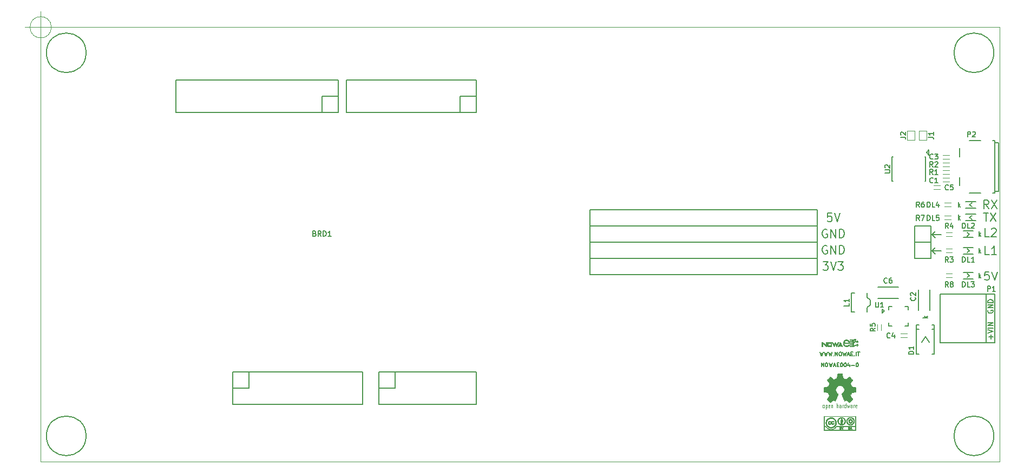
<source format=gto>
G04 #@! TF.FileFunction,Legend,Top*
%FSLAX46Y46*%
G04 Gerber Fmt 4.6, Leading zero omitted, Abs format (unit mm)*
G04 Created by KiCad (PCBNEW 4.0.2-stable) date Domenica 28 Maggio 2017 18:35:47*
%MOMM*%
G01*
G04 APERTURE LIST*
%ADD10C,0.100000*%
%ADD11C,0.150000*%
%ADD12C,0.200000*%
%ADD13C,0.010000*%
%ADD14C,0.002540*%
%ADD15C,0.075000*%
G04 APERTURE END LIST*
D10*
X51666666Y-54000000D02*
G75*
G03X51666666Y-54000000I-1666666J0D01*
G01*
X47500000Y-54000000D02*
X52500000Y-54000000D01*
X50000000Y-51500000D02*
X50000000Y-56500000D01*
D11*
X171900001Y-104871429D02*
X172042858Y-105471429D01*
X172157144Y-105042857D01*
X172271430Y-105471429D01*
X172414287Y-104871429D01*
X172585715Y-104871429D02*
X172728572Y-105471429D01*
X172842858Y-105042857D01*
X172957144Y-105471429D01*
X173100001Y-104871429D01*
X173271429Y-104871429D02*
X173414286Y-105471429D01*
X173528572Y-105042857D01*
X173642858Y-105471429D01*
X173785715Y-104871429D01*
X174014286Y-105414286D02*
X174042858Y-105442857D01*
X174014286Y-105471429D01*
X173985715Y-105442857D01*
X174014286Y-105414286D01*
X174014286Y-105471429D01*
X174300000Y-105471429D02*
X174300000Y-104871429D01*
X174642857Y-105471429D01*
X174642857Y-104871429D01*
X175042857Y-104871429D02*
X175157143Y-104871429D01*
X175214285Y-104900000D01*
X175271428Y-104957143D01*
X175300000Y-105071429D01*
X175300000Y-105271429D01*
X175271428Y-105385714D01*
X175214285Y-105442857D01*
X175157143Y-105471429D01*
X175042857Y-105471429D01*
X174985714Y-105442857D01*
X174928571Y-105385714D01*
X174900000Y-105271429D01*
X174900000Y-105071429D01*
X174928571Y-104957143D01*
X174985714Y-104900000D01*
X175042857Y-104871429D01*
X175499999Y-104871429D02*
X175642856Y-105471429D01*
X175757142Y-105042857D01*
X175871428Y-105471429D01*
X176014285Y-104871429D01*
X176214285Y-105300000D02*
X176499999Y-105300000D01*
X176157142Y-105471429D02*
X176357142Y-104871429D01*
X176557142Y-105471429D01*
X176757142Y-105157143D02*
X176957142Y-105157143D01*
X177042856Y-105471429D02*
X176757142Y-105471429D01*
X176757142Y-104871429D01*
X177042856Y-104871429D01*
X177299999Y-105414286D02*
X177328571Y-105442857D01*
X177299999Y-105471429D01*
X177271428Y-105442857D01*
X177299999Y-105414286D01*
X177299999Y-105471429D01*
X177585713Y-105471429D02*
X177585713Y-104871429D01*
X177785713Y-104871429D02*
X178128570Y-104871429D01*
X177957141Y-105471429D02*
X177957141Y-104871429D01*
X172128571Y-107171429D02*
X172128571Y-106571429D01*
X172471428Y-107171429D01*
X172471428Y-106571429D01*
X172871428Y-106571429D02*
X172985714Y-106571429D01*
X173042856Y-106600000D01*
X173099999Y-106657143D01*
X173128571Y-106771429D01*
X173128571Y-106971429D01*
X173099999Y-107085714D01*
X173042856Y-107142857D01*
X172985714Y-107171429D01*
X172871428Y-107171429D01*
X172814285Y-107142857D01*
X172757142Y-107085714D01*
X172728571Y-106971429D01*
X172728571Y-106771429D01*
X172757142Y-106657143D01*
X172814285Y-106600000D01*
X172871428Y-106571429D01*
X173328570Y-106571429D02*
X173471427Y-107171429D01*
X173585713Y-106742857D01*
X173699999Y-107171429D01*
X173842856Y-106571429D01*
X174042856Y-107000000D02*
X174328570Y-107000000D01*
X173985713Y-107171429D02*
X174185713Y-106571429D01*
X174385713Y-107171429D01*
X174585713Y-106857143D02*
X174785713Y-106857143D01*
X174871427Y-107171429D02*
X174585713Y-107171429D01*
X174585713Y-106571429D01*
X174871427Y-106571429D01*
X175242856Y-106571429D02*
X175299999Y-106571429D01*
X175357142Y-106600000D01*
X175385713Y-106628571D01*
X175414284Y-106685714D01*
X175442856Y-106800000D01*
X175442856Y-106942857D01*
X175414284Y-107057143D01*
X175385713Y-107114286D01*
X175357142Y-107142857D01*
X175299999Y-107171429D01*
X175242856Y-107171429D01*
X175185713Y-107142857D01*
X175157142Y-107114286D01*
X175128570Y-107057143D01*
X175099999Y-106942857D01*
X175099999Y-106800000D01*
X175128570Y-106685714D01*
X175157142Y-106628571D01*
X175185713Y-106600000D01*
X175242856Y-106571429D01*
X175814285Y-106571429D02*
X175871428Y-106571429D01*
X175928571Y-106600000D01*
X175957142Y-106628571D01*
X175985713Y-106685714D01*
X176014285Y-106800000D01*
X176014285Y-106942857D01*
X175985713Y-107057143D01*
X175957142Y-107114286D01*
X175928571Y-107142857D01*
X175871428Y-107171429D01*
X175814285Y-107171429D01*
X175757142Y-107142857D01*
X175728571Y-107114286D01*
X175699999Y-107057143D01*
X175671428Y-106942857D01*
X175671428Y-106800000D01*
X175699999Y-106685714D01*
X175728571Y-106628571D01*
X175757142Y-106600000D01*
X175814285Y-106571429D01*
X176528571Y-106771429D02*
X176528571Y-107171429D01*
X176385714Y-106542857D02*
X176242857Y-106971429D01*
X176614285Y-106971429D01*
X176842857Y-106942857D02*
X177300000Y-106942857D01*
X177700000Y-106571429D02*
X177757143Y-106571429D01*
X177814286Y-106600000D01*
X177842857Y-106628571D01*
X177871428Y-106685714D01*
X177900000Y-106800000D01*
X177900000Y-106942857D01*
X177871428Y-107057143D01*
X177842857Y-107114286D01*
X177814286Y-107142857D01*
X177757143Y-107171429D01*
X177700000Y-107171429D01*
X177642857Y-107142857D01*
X177614286Y-107114286D01*
X177585714Y-107057143D01*
X177557143Y-106942857D01*
X177557143Y-106800000D01*
X177585714Y-106685714D01*
X177614286Y-106628571D01*
X177642857Y-106600000D01*
X177700000Y-106571429D01*
D12*
X135890000Y-90170000D02*
X171450000Y-90170000D01*
X171450000Y-87630000D02*
X135890000Y-87630000D01*
X135890000Y-85090000D02*
X171450000Y-85090000D01*
X135890000Y-92710000D02*
X135890000Y-82550000D01*
X171450000Y-92710000D02*
X135890000Y-92710000D01*
X171450000Y-82550000D02*
X171450000Y-92710000D01*
X135890000Y-82550000D02*
X171450000Y-82550000D01*
X189230000Y-90170000D02*
X189230000Y-87630000D01*
X186690000Y-90170000D02*
X189230000Y-90170000D01*
X186690000Y-87630000D02*
X186690000Y-90170000D01*
X186690000Y-87630000D02*
X186690000Y-85090000D01*
X189230000Y-87630000D02*
X186690000Y-87630000D01*
X189230000Y-85090000D02*
X189230000Y-87630000D01*
X186690000Y-85090000D02*
X189230000Y-85090000D01*
X172380476Y-90728095D02*
X173185238Y-90728095D01*
X172751905Y-91223333D01*
X172937619Y-91223333D01*
X173061429Y-91285238D01*
X173123333Y-91347143D01*
X173185238Y-91470952D01*
X173185238Y-91780476D01*
X173123333Y-91904286D01*
X173061429Y-91966190D01*
X172937619Y-92028095D01*
X172566191Y-92028095D01*
X172442381Y-91966190D01*
X172380476Y-91904286D01*
X173556667Y-90728095D02*
X173990000Y-92028095D01*
X174423333Y-90728095D01*
X174732857Y-90728095D02*
X175537619Y-90728095D01*
X175104286Y-91223333D01*
X175290000Y-91223333D01*
X175413810Y-91285238D01*
X175475714Y-91347143D01*
X175537619Y-91470952D01*
X175537619Y-91780476D01*
X175475714Y-91904286D01*
X175413810Y-91966190D01*
X175290000Y-92028095D01*
X174918572Y-92028095D01*
X174794762Y-91966190D01*
X174732857Y-91904286D01*
X173742381Y-83108095D02*
X173123334Y-83108095D01*
X173061429Y-83727143D01*
X173123334Y-83665238D01*
X173247143Y-83603333D01*
X173556667Y-83603333D01*
X173680477Y-83665238D01*
X173742381Y-83727143D01*
X173804286Y-83850952D01*
X173804286Y-84160476D01*
X173742381Y-84284286D01*
X173680477Y-84346190D01*
X173556667Y-84408095D01*
X173247143Y-84408095D01*
X173123334Y-84346190D01*
X173061429Y-84284286D01*
X174175715Y-83108095D02*
X174609048Y-84408095D01*
X175042381Y-83108095D01*
X172999524Y-85710000D02*
X172875715Y-85648095D01*
X172690000Y-85648095D01*
X172504286Y-85710000D01*
X172380477Y-85833810D01*
X172318572Y-85957619D01*
X172256667Y-86205238D01*
X172256667Y-86390952D01*
X172318572Y-86638571D01*
X172380477Y-86762381D01*
X172504286Y-86886190D01*
X172690000Y-86948095D01*
X172813810Y-86948095D01*
X172999524Y-86886190D01*
X173061429Y-86824286D01*
X173061429Y-86390952D01*
X172813810Y-86390952D01*
X173618572Y-86948095D02*
X173618572Y-85648095D01*
X174361429Y-86948095D01*
X174361429Y-85648095D01*
X174980477Y-86948095D02*
X174980477Y-85648095D01*
X175290001Y-85648095D01*
X175475715Y-85710000D01*
X175599524Y-85833810D01*
X175661429Y-85957619D01*
X175723334Y-86205238D01*
X175723334Y-86390952D01*
X175661429Y-86638571D01*
X175599524Y-86762381D01*
X175475715Y-86886190D01*
X175290001Y-86948095D01*
X174980477Y-86948095D01*
X172999524Y-88250000D02*
X172875715Y-88188095D01*
X172690000Y-88188095D01*
X172504286Y-88250000D01*
X172380477Y-88373810D01*
X172318572Y-88497619D01*
X172256667Y-88745238D01*
X172256667Y-88930952D01*
X172318572Y-89178571D01*
X172380477Y-89302381D01*
X172504286Y-89426190D01*
X172690000Y-89488095D01*
X172813810Y-89488095D01*
X172999524Y-89426190D01*
X173061429Y-89364286D01*
X173061429Y-88930952D01*
X172813810Y-88930952D01*
X173618572Y-89488095D02*
X173618572Y-88188095D01*
X174361429Y-89488095D01*
X174361429Y-88188095D01*
X174980477Y-89488095D02*
X174980477Y-88188095D01*
X175290001Y-88188095D01*
X175475715Y-88250000D01*
X175599524Y-88373810D01*
X175661429Y-88497619D01*
X175723334Y-88745238D01*
X175723334Y-88930952D01*
X175661429Y-89178571D01*
X175599524Y-89302381D01*
X175475715Y-89426190D01*
X175290001Y-89488095D01*
X174980477Y-89488095D01*
X189400000Y-89000000D02*
X189900000Y-89500000D01*
X189400000Y-89000000D02*
X189900000Y-88500000D01*
X190900000Y-89000000D02*
X189400000Y-89000000D01*
X189400000Y-86500000D02*
X189900000Y-87000000D01*
X189400000Y-86500000D02*
X189900000Y-86000000D01*
X190900000Y-86500000D02*
X189400000Y-86500000D01*
X198383333Y-86788095D02*
X197764286Y-86788095D01*
X197764286Y-85488095D01*
X198754762Y-85611905D02*
X198816667Y-85550000D01*
X198940476Y-85488095D01*
X199250000Y-85488095D01*
X199373810Y-85550000D01*
X199435714Y-85611905D01*
X199497619Y-85735714D01*
X199497619Y-85859524D01*
X199435714Y-86045238D01*
X198692857Y-86788095D01*
X199497619Y-86788095D01*
X198383333Y-89588095D02*
X197764286Y-89588095D01*
X197764286Y-88288095D01*
X199497619Y-89588095D02*
X198754762Y-89588095D01*
X199126191Y-89588095D02*
X199126191Y-88288095D01*
X199002381Y-88473810D01*
X198878572Y-88597619D01*
X198754762Y-88659524D01*
X198352381Y-92288095D02*
X197733334Y-92288095D01*
X197671429Y-92907143D01*
X197733334Y-92845238D01*
X197857143Y-92783333D01*
X198166667Y-92783333D01*
X198290477Y-92845238D01*
X198352381Y-92907143D01*
X198414286Y-93030952D01*
X198414286Y-93340476D01*
X198352381Y-93464286D01*
X198290477Y-93526190D01*
X198166667Y-93588095D01*
X197857143Y-93588095D01*
X197733334Y-93526190D01*
X197671429Y-93464286D01*
X198785715Y-92288095D02*
X199219048Y-93588095D01*
X199652381Y-92288095D01*
X197509525Y-83088095D02*
X198252382Y-83088095D01*
X197880953Y-84388095D02*
X197880953Y-83088095D01*
X198561905Y-83088095D02*
X199428572Y-84388095D01*
X199428572Y-83088095D02*
X198561905Y-84388095D01*
X198283334Y-82388095D02*
X197850001Y-81769048D01*
X197540477Y-82388095D02*
X197540477Y-81088095D01*
X198035715Y-81088095D01*
X198159524Y-81150000D01*
X198221429Y-81211905D01*
X198283334Y-81335714D01*
X198283334Y-81521429D01*
X198221429Y-81645238D01*
X198159524Y-81707143D01*
X198035715Y-81769048D01*
X197540477Y-81769048D01*
X198716667Y-81088095D02*
X199583334Y-82388095D01*
X199583334Y-81088095D02*
X198716667Y-82388095D01*
D10*
X50000000Y-54000000D02*
X200000000Y-54000000D01*
X50000000Y-122000000D02*
X50000000Y-54000000D01*
X200000000Y-122000000D02*
X50000000Y-122000000D01*
X200000000Y-54000000D02*
X200000000Y-122000000D01*
D11*
X189400000Y-100600000D02*
X189800000Y-100600000D01*
X189800000Y-100600000D02*
X189800000Y-105200000D01*
X189800000Y-105200000D02*
X189400000Y-105200000D01*
X189400000Y-101300000D02*
X189800000Y-101300000D01*
X187000000Y-101300000D02*
X187400000Y-101300000D01*
X187000000Y-105200000D02*
X187400000Y-105200000D01*
X187000000Y-105200000D02*
X187000000Y-100600000D01*
X187000000Y-100600000D02*
X187400000Y-100600000D01*
X187800000Y-103300000D02*
X188400000Y-102500000D01*
X188400000Y-102500000D02*
X189000000Y-103300000D01*
D10*
X192600000Y-92600000D02*
X191600000Y-92600000D01*
X192600000Y-93200000D02*
X191600000Y-93200000D01*
X191400000Y-84100000D02*
X192400000Y-84100000D01*
X191400000Y-83500000D02*
X192400000Y-83500000D01*
X192400000Y-81500000D02*
X191400000Y-81500000D01*
X192400000Y-82100000D02*
X191400000Y-82100000D01*
X181500000Y-101500000D02*
X181500000Y-100500000D01*
X180900000Y-101500000D02*
X180900000Y-100500000D01*
X191600000Y-86700000D02*
X192600000Y-86700000D01*
X191600000Y-86100000D02*
X192600000Y-86100000D01*
X192600000Y-88700000D02*
X191600000Y-88700000D01*
X192600000Y-89300000D02*
X191600000Y-89300000D01*
X191100000Y-75800000D02*
X192100000Y-75800000D01*
X191100000Y-75200000D02*
X192100000Y-75200000D01*
X192100000Y-76400000D02*
X191100000Y-76400000D01*
X192100000Y-77000000D02*
X191100000Y-77000000D01*
D11*
X193750000Y-74270000D02*
X193750000Y-72970000D01*
X195250000Y-71770000D02*
X197050000Y-71770000D01*
X199250000Y-79670000D02*
X199850000Y-79670000D01*
X199850000Y-79670000D02*
X199850000Y-72070000D01*
X199850000Y-72070000D02*
X199250000Y-72070000D01*
X198950000Y-79970000D02*
X199250000Y-79970000D01*
X199250000Y-79970000D02*
X199250000Y-71770000D01*
X199250000Y-71770000D02*
X198950000Y-71770000D01*
X195250000Y-79970000D02*
X197050000Y-79970000D01*
X193750000Y-77470000D02*
X193750000Y-78770000D01*
X197910000Y-103420000D02*
X199210000Y-103420000D01*
X199210000Y-103420000D02*
X199210000Y-95820000D01*
X199210000Y-95820000D02*
X197910000Y-95820000D01*
X190710000Y-103420000D02*
X190710000Y-95820000D01*
X190710000Y-95820000D02*
X197910000Y-95820000D01*
X197910000Y-95820000D02*
X197910000Y-103420000D01*
X197910000Y-103420000D02*
X190710000Y-103420000D01*
X195700000Y-84100000D02*
X195300000Y-83800000D01*
X195300000Y-83800000D02*
X195700000Y-83500000D01*
X196300000Y-83300000D02*
X194700000Y-83300000D01*
X196300000Y-84300000D02*
X194700000Y-84300000D01*
X195700000Y-82100000D02*
X195300000Y-81800000D01*
X195300000Y-81800000D02*
X195700000Y-81500000D01*
X196300000Y-81300000D02*
X194700000Y-81300000D01*
X196300000Y-82300000D02*
X194700000Y-82300000D01*
X194900000Y-92600000D02*
X195300000Y-92900000D01*
X195300000Y-92900000D02*
X194900000Y-93200000D01*
X194300000Y-93400000D02*
X195900000Y-93400000D01*
X194300000Y-92400000D02*
X195900000Y-92400000D01*
X194900000Y-86100000D02*
X195300000Y-86400000D01*
X195300000Y-86400000D02*
X194900000Y-86700000D01*
X194300000Y-86900000D02*
X195900000Y-86900000D01*
X194300000Y-85900000D02*
X195900000Y-85900000D01*
X194900000Y-88700000D02*
X195300000Y-89000000D01*
X195300000Y-89000000D02*
X194900000Y-89300000D01*
X194300000Y-89500000D02*
X195900000Y-89500000D01*
X194300000Y-88500000D02*
X195900000Y-88500000D01*
X184150000Y-96500000D02*
X180950000Y-96500000D01*
X180950000Y-94700000D02*
X184150000Y-94700000D01*
D10*
X189700000Y-79400000D02*
X190700000Y-79400000D01*
X189700000Y-78800000D02*
X190700000Y-78800000D01*
X185500000Y-102000000D02*
X184500000Y-102000000D01*
X185500000Y-102600000D02*
X184500000Y-102600000D01*
X192100000Y-74000000D02*
X191100000Y-74000000D01*
X192100000Y-74600000D02*
X191100000Y-74600000D01*
D11*
X189100000Y-95150000D02*
X189100000Y-98350000D01*
X187300000Y-98350000D02*
X187300000Y-95150000D01*
D10*
X192100000Y-77600000D02*
X191100000Y-77600000D01*
X192100000Y-78200000D02*
X191100000Y-78200000D01*
D11*
X80010000Y-110490000D02*
X82550000Y-110490000D01*
X82550000Y-110490000D02*
X82550000Y-107950000D01*
X80010000Y-107950000D02*
X80010000Y-113030000D01*
X80010000Y-113030000D02*
X100330000Y-113030000D01*
X100330000Y-113030000D02*
X100330000Y-107950000D01*
X100330000Y-107950000D02*
X80010000Y-107950000D01*
X102870000Y-110490000D02*
X105410000Y-110490000D01*
X105410000Y-110490000D02*
X105410000Y-107950000D01*
X118110000Y-107950000D02*
X118110000Y-113030000D01*
X118110000Y-113030000D02*
X102870000Y-113030000D01*
X102870000Y-113030000D02*
X102870000Y-107950000D01*
X102870000Y-107950000D02*
X118110000Y-107950000D01*
X118110000Y-107950000D02*
X118110000Y-113030000D01*
X115570000Y-67310000D02*
X115570000Y-64770000D01*
X115570000Y-64770000D02*
X118110000Y-64770000D01*
X97790000Y-62230000D02*
X97790000Y-67310000D01*
X97790000Y-67310000D02*
X118110000Y-67310000D01*
X118110000Y-67310000D02*
X118110000Y-62230000D01*
X118110000Y-62230000D02*
X97790000Y-62230000D01*
X97790000Y-62230000D02*
X97790000Y-67310000D01*
X93980000Y-67310000D02*
X93980000Y-64770000D01*
X93980000Y-64770000D02*
X96520000Y-64770000D01*
X71120000Y-62230000D02*
X96520000Y-62230000D01*
X96520000Y-62230000D02*
X96520000Y-67310000D01*
X96520000Y-67310000D02*
X71120000Y-67310000D01*
X71120000Y-67310000D02*
X71120000Y-62230000D01*
X183200000Y-78100000D02*
X183300000Y-78100000D01*
X183200000Y-74300000D02*
X183300000Y-74300000D01*
X188400000Y-74300000D02*
X188300000Y-74300000D01*
X188400000Y-78100000D02*
X188300000Y-78100000D01*
X183200000Y-74300000D02*
X183200000Y-78100000D01*
X188400000Y-74300000D02*
X188400000Y-78100000D01*
X188900000Y-73200000D02*
X188600000Y-73600000D01*
X188600000Y-73600000D02*
X188900000Y-74000000D01*
X188900000Y-74000000D02*
X188900000Y-73200000D01*
X199100000Y-58000000D02*
G75*
G03X199100000Y-58000000I-3100000J0D01*
G01*
X199100000Y-118000000D02*
G75*
G03X199100000Y-118000000I-3100000J0D01*
G01*
X57100000Y-118000000D02*
G75*
G03X57100000Y-118000000I-3100000J0D01*
G01*
X57100000Y-58000000D02*
G75*
G03X57100000Y-58000000I-3100000J0D01*
G01*
X179300000Y-97900000D02*
X179300000Y-98600000D01*
X179300000Y-96300000D02*
X179300000Y-95600000D01*
X179800000Y-97500000D02*
X179300000Y-97900000D01*
X179800000Y-96700000D02*
X179300000Y-96300000D01*
X179800000Y-96700000D02*
X179800000Y-97500000D01*
X177300000Y-98600000D02*
X176800000Y-98600000D01*
X176800000Y-98600000D02*
X176800000Y-95600000D01*
X176800000Y-95600000D02*
X177300000Y-95600000D01*
D10*
X187400000Y-71650000D02*
X187400000Y-70250000D01*
X187400000Y-70250000D02*
X188600000Y-70250000D01*
X188600000Y-70250000D02*
X188600000Y-71650000D01*
X188600000Y-71650000D02*
X187400000Y-71650000D01*
X185530000Y-71650000D02*
X185530000Y-70250000D01*
X185530000Y-70250000D02*
X186730000Y-70250000D01*
X186730000Y-70250000D02*
X186730000Y-71650000D01*
X186730000Y-71650000D02*
X185530000Y-71650000D01*
D11*
X181975000Y-98450000D02*
X181675000Y-98150000D01*
X181675000Y-98750000D02*
X181975000Y-98450000D01*
X181675000Y-98150000D02*
X181675000Y-98750000D01*
X185175000Y-100750000D02*
X185675000Y-100750000D01*
X185675000Y-100750000D02*
X185675000Y-100250000D01*
X182675000Y-100250000D02*
X182675000Y-100750000D01*
X182675000Y-100750000D02*
X183175000Y-100750000D01*
X183175000Y-97750000D02*
X182675000Y-97750000D01*
X182675000Y-97750000D02*
X182675000Y-98250000D01*
X185175000Y-97750000D02*
X185675000Y-97750000D01*
X185675000Y-97750000D02*
X185675000Y-98250000D01*
D13*
G36*
X172798666Y-103789435D02*
X172798667Y-103550009D01*
X172798667Y-103310583D01*
X172941542Y-103310583D01*
X172941542Y-104003792D01*
X172796064Y-104003792D01*
X172559240Y-103767011D01*
X172322416Y-103530231D01*
X172322417Y-103767011D01*
X172322417Y-104003792D01*
X172179542Y-104003792D01*
X172179542Y-103310583D01*
X172319728Y-103310583D01*
X172798666Y-103789435D01*
X172798666Y-103789435D01*
G37*
X172798666Y-103789435D02*
X172798667Y-103550009D01*
X172798667Y-103310583D01*
X172941542Y-103310583D01*
X172941542Y-104003792D01*
X172796064Y-104003792D01*
X172559240Y-103767011D01*
X172322416Y-103530231D01*
X172322417Y-103767011D01*
X172322417Y-104003792D01*
X172179542Y-104003792D01*
X172179542Y-103310583D01*
X172319728Y-103310583D01*
X172798666Y-103789435D01*
G36*
X173346168Y-103311369D02*
X173370167Y-103311529D01*
X173425591Y-103311953D01*
X173471448Y-103312366D01*
X173508752Y-103312821D01*
X173538519Y-103313372D01*
X173561764Y-103314070D01*
X173579502Y-103314971D01*
X173592749Y-103316126D01*
X173602519Y-103317588D01*
X173609829Y-103319411D01*
X173615694Y-103321649D01*
X173621128Y-103324353D01*
X173621759Y-103324689D01*
X173643621Y-103339781D01*
X173664891Y-103360199D01*
X173682566Y-103382646D01*
X173693581Y-103403633D01*
X173695403Y-103410837D01*
X173696915Y-103421787D01*
X173698141Y-103437362D01*
X173699107Y-103458439D01*
X173699836Y-103485900D01*
X173700355Y-103520622D01*
X173700687Y-103563485D01*
X173700858Y-103615369D01*
X173700896Y-103662479D01*
X173700896Y-103900604D01*
X173688546Y-103925680D01*
X173672911Y-103949691D01*
X173651779Y-103971740D01*
X173628294Y-103988976D01*
X173609314Y-103997568D01*
X173599551Y-103999243D01*
X173582109Y-104000632D01*
X173556520Y-104001747D01*
X173522319Y-104002598D01*
X173479039Y-104003196D01*
X173426211Y-104003552D01*
X173363371Y-104003678D01*
X173348386Y-104003675D01*
X173291282Y-104003621D01*
X173243774Y-104003495D01*
X173204875Y-104003260D01*
X173173599Y-104002879D01*
X173148960Y-104002316D01*
X173129969Y-104001532D01*
X173115640Y-104000491D01*
X173104986Y-103999156D01*
X173097021Y-103997491D01*
X173090758Y-103995458D01*
X173087062Y-103993891D01*
X173066040Y-103980512D01*
X173044918Y-103960875D01*
X173026917Y-103938458D01*
X173015256Y-103916739D01*
X173015002Y-103916034D01*
X173013190Y-103908869D01*
X173011685Y-103897974D01*
X173010462Y-103882476D01*
X173009497Y-103861499D01*
X173008766Y-103834169D01*
X173008244Y-103799611D01*
X173007907Y-103756952D01*
X173007730Y-103705317D01*
X173007723Y-103696947D01*
X173148521Y-103696947D01*
X173148564Y-103736196D01*
X173149250Y-103767231D01*
X173150758Y-103791238D01*
X173153264Y-103809399D01*
X173156948Y-103822897D01*
X173161988Y-103832917D01*
X173168561Y-103840641D01*
X173176847Y-103847253D01*
X173179126Y-103848817D01*
X173184552Y-103852288D01*
X173190173Y-103855022D01*
X173197247Y-103857108D01*
X173207035Y-103858633D01*
X173220798Y-103859684D01*
X173239794Y-103860351D01*
X173265285Y-103860719D01*
X173298529Y-103860879D01*
X173340787Y-103860916D01*
X173352691Y-103860917D01*
X173399561Y-103860823D01*
X173436979Y-103860510D01*
X173466073Y-103859925D01*
X173487975Y-103859019D01*
X173503813Y-103857740D01*
X173514716Y-103856037D01*
X173521816Y-103853860D01*
X173523102Y-103853249D01*
X173536941Y-103843102D01*
X173547974Y-103830760D01*
X173550862Y-103825852D01*
X173553140Y-103819804D01*
X173554878Y-103811386D01*
X173556150Y-103799367D01*
X173557026Y-103782520D01*
X173557579Y-103759613D01*
X173557881Y-103729419D01*
X173558003Y-103690706D01*
X173558021Y-103658898D01*
X173558151Y-103606858D01*
X173557898Y-103564411D01*
X173556296Y-103530584D01*
X173552380Y-103504403D01*
X173545183Y-103484894D01*
X173533740Y-103471084D01*
X173517085Y-103461998D01*
X173494253Y-103456664D01*
X173464278Y-103454106D01*
X173426193Y-103453353D01*
X173379034Y-103453429D01*
X173354292Y-103453475D01*
X173307427Y-103453568D01*
X173269893Y-103453992D01*
X173240440Y-103454964D01*
X173217816Y-103456702D01*
X173200770Y-103459421D01*
X173188050Y-103463339D01*
X173178406Y-103468673D01*
X173170586Y-103475641D01*
X173163339Y-103484458D01*
X173161522Y-103486907D01*
X173158274Y-103491845D01*
X173155716Y-103497639D01*
X173153748Y-103505573D01*
X173152268Y-103516932D01*
X173151178Y-103533002D01*
X173150377Y-103555066D01*
X173149764Y-103584410D01*
X173149240Y-103622319D01*
X173148942Y-103648303D01*
X173148521Y-103696947D01*
X173007723Y-103696947D01*
X173007687Y-103654542D01*
X173007687Y-103413771D01*
X173023562Y-103385087D01*
X173045278Y-103355574D01*
X173073274Y-103332564D01*
X173105228Y-103317847D01*
X173113521Y-103315682D01*
X173126916Y-103314011D01*
X173150321Y-103312723D01*
X173183843Y-103311816D01*
X173227587Y-103311289D01*
X173281660Y-103311141D01*
X173346168Y-103311369D01*
X173346168Y-103311369D01*
G37*
X173346168Y-103311369D02*
X173370167Y-103311529D01*
X173425591Y-103311953D01*
X173471448Y-103312366D01*
X173508752Y-103312821D01*
X173538519Y-103313372D01*
X173561764Y-103314070D01*
X173579502Y-103314971D01*
X173592749Y-103316126D01*
X173602519Y-103317588D01*
X173609829Y-103319411D01*
X173615694Y-103321649D01*
X173621128Y-103324353D01*
X173621759Y-103324689D01*
X173643621Y-103339781D01*
X173664891Y-103360199D01*
X173682566Y-103382646D01*
X173693581Y-103403633D01*
X173695403Y-103410837D01*
X173696915Y-103421787D01*
X173698141Y-103437362D01*
X173699107Y-103458439D01*
X173699836Y-103485900D01*
X173700355Y-103520622D01*
X173700687Y-103563485D01*
X173700858Y-103615369D01*
X173700896Y-103662479D01*
X173700896Y-103900604D01*
X173688546Y-103925680D01*
X173672911Y-103949691D01*
X173651779Y-103971740D01*
X173628294Y-103988976D01*
X173609314Y-103997568D01*
X173599551Y-103999243D01*
X173582109Y-104000632D01*
X173556520Y-104001747D01*
X173522319Y-104002598D01*
X173479039Y-104003196D01*
X173426211Y-104003552D01*
X173363371Y-104003678D01*
X173348386Y-104003675D01*
X173291282Y-104003621D01*
X173243774Y-104003495D01*
X173204875Y-104003260D01*
X173173599Y-104002879D01*
X173148960Y-104002316D01*
X173129969Y-104001532D01*
X173115640Y-104000491D01*
X173104986Y-103999156D01*
X173097021Y-103997491D01*
X173090758Y-103995458D01*
X173087062Y-103993891D01*
X173066040Y-103980512D01*
X173044918Y-103960875D01*
X173026917Y-103938458D01*
X173015256Y-103916739D01*
X173015002Y-103916034D01*
X173013190Y-103908869D01*
X173011685Y-103897974D01*
X173010462Y-103882476D01*
X173009497Y-103861499D01*
X173008766Y-103834169D01*
X173008244Y-103799611D01*
X173007907Y-103756952D01*
X173007730Y-103705317D01*
X173007723Y-103696947D01*
X173148521Y-103696947D01*
X173148564Y-103736196D01*
X173149250Y-103767231D01*
X173150758Y-103791238D01*
X173153264Y-103809399D01*
X173156948Y-103822897D01*
X173161988Y-103832917D01*
X173168561Y-103840641D01*
X173176847Y-103847253D01*
X173179126Y-103848817D01*
X173184552Y-103852288D01*
X173190173Y-103855022D01*
X173197247Y-103857108D01*
X173207035Y-103858633D01*
X173220798Y-103859684D01*
X173239794Y-103860351D01*
X173265285Y-103860719D01*
X173298529Y-103860879D01*
X173340787Y-103860916D01*
X173352691Y-103860917D01*
X173399561Y-103860823D01*
X173436979Y-103860510D01*
X173466073Y-103859925D01*
X173487975Y-103859019D01*
X173503813Y-103857740D01*
X173514716Y-103856037D01*
X173521816Y-103853860D01*
X173523102Y-103853249D01*
X173536941Y-103843102D01*
X173547974Y-103830760D01*
X173550862Y-103825852D01*
X173553140Y-103819804D01*
X173554878Y-103811386D01*
X173556150Y-103799367D01*
X173557026Y-103782520D01*
X173557579Y-103759613D01*
X173557881Y-103729419D01*
X173558003Y-103690706D01*
X173558021Y-103658898D01*
X173558151Y-103606858D01*
X173557898Y-103564411D01*
X173556296Y-103530584D01*
X173552380Y-103504403D01*
X173545183Y-103484894D01*
X173533740Y-103471084D01*
X173517085Y-103461998D01*
X173494253Y-103456664D01*
X173464278Y-103454106D01*
X173426193Y-103453353D01*
X173379034Y-103453429D01*
X173354292Y-103453475D01*
X173307427Y-103453568D01*
X173269893Y-103453992D01*
X173240440Y-103454964D01*
X173217816Y-103456702D01*
X173200770Y-103459421D01*
X173188050Y-103463339D01*
X173178406Y-103468673D01*
X173170586Y-103475641D01*
X173163339Y-103484458D01*
X173161522Y-103486907D01*
X173158274Y-103491845D01*
X173155716Y-103497639D01*
X173153748Y-103505573D01*
X173152268Y-103516932D01*
X173151178Y-103533002D01*
X173150377Y-103555066D01*
X173149764Y-103584410D01*
X173149240Y-103622319D01*
X173148942Y-103648303D01*
X173148521Y-103696947D01*
X173007723Y-103696947D01*
X173007687Y-103654542D01*
X173007687Y-103413771D01*
X173023562Y-103385087D01*
X173045278Y-103355574D01*
X173073274Y-103332564D01*
X173105228Y-103317847D01*
X173113521Y-103315682D01*
X173126916Y-103314011D01*
X173150321Y-103312723D01*
X173183843Y-103311816D01*
X173227587Y-103311289D01*
X173281660Y-103311141D01*
X173346168Y-103311369D01*
G36*
X174400719Y-103514312D02*
X174503906Y-103720633D01*
X174606446Y-103515608D01*
X174708985Y-103310583D01*
X174780409Y-103310583D01*
X174806519Y-103310768D01*
X174828350Y-103311276D01*
X174843972Y-103312035D01*
X174851457Y-103312972D01*
X174851833Y-103313245D01*
X174849523Y-103318780D01*
X174842897Y-103332783D01*
X174832411Y-103354351D01*
X174818523Y-103382576D01*
X174801687Y-103416554D01*
X174782360Y-103455378D01*
X174760999Y-103498145D01*
X174738059Y-103543947D01*
X174713998Y-103591879D01*
X174689272Y-103641036D01*
X174664336Y-103690513D01*
X174639647Y-103739403D01*
X174615661Y-103786802D01*
X174592836Y-103831803D01*
X174571626Y-103873501D01*
X174552488Y-103910991D01*
X174535880Y-103943367D01*
X174522256Y-103969724D01*
X174512073Y-103989156D01*
X174505787Y-104000757D01*
X174503866Y-104003792D01*
X174500733Y-103999212D01*
X174493407Y-103986120D01*
X174482392Y-103965489D01*
X174468193Y-103938289D01*
X174451316Y-103905492D01*
X174432264Y-103868070D01*
X174411543Y-103826995D01*
X174398713Y-103801390D01*
X174297554Y-103598988D01*
X174196326Y-103801390D01*
X174174843Y-103844165D01*
X174154732Y-103883861D01*
X174136499Y-103919508D01*
X174120648Y-103950133D01*
X174107685Y-103974765D01*
X174098114Y-103992433D01*
X174092440Y-104002165D01*
X174091123Y-104003792D01*
X174088166Y-103999178D01*
X174080878Y-103985836D01*
X174069641Y-103964512D01*
X174054839Y-103935955D01*
X174036853Y-103900911D01*
X174016066Y-103860127D01*
X173992861Y-103814352D01*
X173967619Y-103764332D01*
X173940722Y-103710815D01*
X173916512Y-103662468D01*
X173888527Y-103606419D01*
X173861971Y-103553093D01*
X173837219Y-103503251D01*
X173814646Y-103457655D01*
X173794625Y-103417065D01*
X173777532Y-103382241D01*
X173763741Y-103353946D01*
X173753626Y-103332940D01*
X173747563Y-103319983D01*
X173745875Y-103315864D01*
X173750980Y-103313627D01*
X173765571Y-103311947D01*
X173788560Y-103310906D01*
X173816021Y-103310583D01*
X173886168Y-103310583D01*
X173988651Y-103515631D01*
X174091133Y-103720679D01*
X174194332Y-103514335D01*
X174297531Y-103307992D01*
X174400719Y-103514312D01*
X174400719Y-103514312D01*
G37*
X174400719Y-103514312D02*
X174503906Y-103720633D01*
X174606446Y-103515608D01*
X174708985Y-103310583D01*
X174780409Y-103310583D01*
X174806519Y-103310768D01*
X174828350Y-103311276D01*
X174843972Y-103312035D01*
X174851457Y-103312972D01*
X174851833Y-103313245D01*
X174849523Y-103318780D01*
X174842897Y-103332783D01*
X174832411Y-103354351D01*
X174818523Y-103382576D01*
X174801687Y-103416554D01*
X174782360Y-103455378D01*
X174760999Y-103498145D01*
X174738059Y-103543947D01*
X174713998Y-103591879D01*
X174689272Y-103641036D01*
X174664336Y-103690513D01*
X174639647Y-103739403D01*
X174615661Y-103786802D01*
X174592836Y-103831803D01*
X174571626Y-103873501D01*
X174552488Y-103910991D01*
X174535880Y-103943367D01*
X174522256Y-103969724D01*
X174512073Y-103989156D01*
X174505787Y-104000757D01*
X174503866Y-104003792D01*
X174500733Y-103999212D01*
X174493407Y-103986120D01*
X174482392Y-103965489D01*
X174468193Y-103938289D01*
X174451316Y-103905492D01*
X174432264Y-103868070D01*
X174411543Y-103826995D01*
X174398713Y-103801390D01*
X174297554Y-103598988D01*
X174196326Y-103801390D01*
X174174843Y-103844165D01*
X174154732Y-103883861D01*
X174136499Y-103919508D01*
X174120648Y-103950133D01*
X174107685Y-103974765D01*
X174098114Y-103992433D01*
X174092440Y-104002165D01*
X174091123Y-104003792D01*
X174088166Y-103999178D01*
X174080878Y-103985836D01*
X174069641Y-103964512D01*
X174054839Y-103935955D01*
X174036853Y-103900911D01*
X174016066Y-103860127D01*
X173992861Y-103814352D01*
X173967619Y-103764332D01*
X173940722Y-103710815D01*
X173916512Y-103662468D01*
X173888527Y-103606419D01*
X173861971Y-103553093D01*
X173837219Y-103503251D01*
X173814646Y-103457655D01*
X173794625Y-103417065D01*
X173777532Y-103382241D01*
X173763741Y-103353946D01*
X173753626Y-103332940D01*
X173747563Y-103319983D01*
X173745875Y-103315864D01*
X173750980Y-103313627D01*
X173765571Y-103311947D01*
X173788560Y-103310906D01*
X173816021Y-103310583D01*
X173886168Y-103310583D01*
X173988651Y-103515631D01*
X174091133Y-103720679D01*
X174194332Y-103514335D01*
X174297531Y-103307992D01*
X174400719Y-103514312D01*
G36*
X175058219Y-103315169D02*
X175065141Y-103328321D01*
X175075872Y-103349135D01*
X175089957Y-103376705D01*
X175106943Y-103410123D01*
X175126374Y-103448485D01*
X175147796Y-103490885D01*
X175170754Y-103536417D01*
X175194794Y-103584174D01*
X175219460Y-103633251D01*
X175244298Y-103682742D01*
X175268853Y-103731741D01*
X175292671Y-103779343D01*
X175315297Y-103824641D01*
X175336276Y-103866729D01*
X175355153Y-103904701D01*
X175371474Y-103937652D01*
X175384784Y-103964676D01*
X175394628Y-103984866D01*
X175400552Y-103997318D01*
X175402167Y-104001130D01*
X175397193Y-104002093D01*
X175383545Y-104002901D01*
X175363129Y-104003484D01*
X175337855Y-104003773D01*
X175329219Y-104003792D01*
X175256271Y-104003792D01*
X175222349Y-103935000D01*
X174885855Y-103935000D01*
X174868893Y-103969396D01*
X174851932Y-104003792D01*
X174780445Y-104003792D01*
X174754322Y-104003606D01*
X174732479Y-104003099D01*
X174716842Y-104002341D01*
X174709339Y-104001405D01*
X174708958Y-104001130D01*
X174711260Y-103995836D01*
X174717861Y-103982046D01*
X174728309Y-103960667D01*
X174742146Y-103932604D01*
X174758920Y-103898763D01*
X174778175Y-103860049D01*
X174799457Y-103817370D01*
X174812070Y-103792125D01*
X174957611Y-103792125D01*
X175052889Y-103792125D01*
X175083296Y-103791916D01*
X175109660Y-103791336D01*
X175130316Y-103790455D01*
X175143602Y-103789342D01*
X175147886Y-103788156D01*
X175145519Y-103782412D01*
X175139088Y-103768744D01*
X175129327Y-103748658D01*
X175116970Y-103723664D01*
X175102750Y-103695269D01*
X175100922Y-103691642D01*
X175054238Y-103599097D01*
X175005924Y-103695611D01*
X174957611Y-103792125D01*
X174812070Y-103792125D01*
X174822310Y-103771630D01*
X174846281Y-103723736D01*
X174870914Y-103674593D01*
X174895755Y-103625108D01*
X174920349Y-103576186D01*
X174944242Y-103528733D01*
X174966978Y-103483656D01*
X174988103Y-103441859D01*
X175007162Y-103404250D01*
X175023701Y-103371733D01*
X175037265Y-103345215D01*
X175047399Y-103325602D01*
X175053649Y-103313799D01*
X175055562Y-103310583D01*
X175058219Y-103315169D01*
X175058219Y-103315169D01*
G37*
X175058219Y-103315169D02*
X175065141Y-103328321D01*
X175075872Y-103349135D01*
X175089957Y-103376705D01*
X175106943Y-103410123D01*
X175126374Y-103448485D01*
X175147796Y-103490885D01*
X175170754Y-103536417D01*
X175194794Y-103584174D01*
X175219460Y-103633251D01*
X175244298Y-103682742D01*
X175268853Y-103731741D01*
X175292671Y-103779343D01*
X175315297Y-103824641D01*
X175336276Y-103866729D01*
X175355153Y-103904701D01*
X175371474Y-103937652D01*
X175384784Y-103964676D01*
X175394628Y-103984866D01*
X175400552Y-103997318D01*
X175402167Y-104001130D01*
X175397193Y-104002093D01*
X175383545Y-104002901D01*
X175363129Y-104003484D01*
X175337855Y-104003773D01*
X175329219Y-104003792D01*
X175256271Y-104003792D01*
X175222349Y-103935000D01*
X174885855Y-103935000D01*
X174868893Y-103969396D01*
X174851932Y-104003792D01*
X174780445Y-104003792D01*
X174754322Y-104003606D01*
X174732479Y-104003099D01*
X174716842Y-104002341D01*
X174709339Y-104001405D01*
X174708958Y-104001130D01*
X174711260Y-103995836D01*
X174717861Y-103982046D01*
X174728309Y-103960667D01*
X174742146Y-103932604D01*
X174758920Y-103898763D01*
X174778175Y-103860049D01*
X174799457Y-103817370D01*
X174812070Y-103792125D01*
X174957611Y-103792125D01*
X175052889Y-103792125D01*
X175083296Y-103791916D01*
X175109660Y-103791336D01*
X175130316Y-103790455D01*
X175143602Y-103789342D01*
X175147886Y-103788156D01*
X175145519Y-103782412D01*
X175139088Y-103768744D01*
X175129327Y-103748658D01*
X175116970Y-103723664D01*
X175102750Y-103695269D01*
X175100922Y-103691642D01*
X175054238Y-103599097D01*
X175005924Y-103695611D01*
X174957611Y-103792125D01*
X174812070Y-103792125D01*
X174822310Y-103771630D01*
X174846281Y-103723736D01*
X174870914Y-103674593D01*
X174895755Y-103625108D01*
X174920349Y-103576186D01*
X174944242Y-103528733D01*
X174966978Y-103483656D01*
X174988103Y-103441859D01*
X175007162Y-103404250D01*
X175023701Y-103371733D01*
X175037265Y-103345215D01*
X175047399Y-103325602D01*
X175053649Y-103313799D01*
X175055562Y-103310583D01*
X175058219Y-103315169D01*
G36*
X176065837Y-102921153D02*
X176135815Y-102930609D01*
X176201889Y-102949081D01*
X176263358Y-102976180D01*
X176319519Y-103011521D01*
X176369671Y-103054717D01*
X176413113Y-103105382D01*
X176449143Y-103163128D01*
X176455801Y-103176324D01*
X176474685Y-103220201D01*
X176488715Y-103264863D01*
X176498444Y-103312852D01*
X176504427Y-103366708D01*
X176506701Y-103409802D01*
X176509607Y-103495792D01*
X175649882Y-103495792D01*
X175653642Y-103523573D01*
X175666992Y-103588961D01*
X175688318Y-103649214D01*
X175717038Y-103703654D01*
X175752568Y-103751606D01*
X175794326Y-103792393D01*
X175841730Y-103825340D01*
X175894197Y-103849769D01*
X175947208Y-103864288D01*
X175983828Y-103868865D01*
X176025674Y-103870354D01*
X176068787Y-103868878D01*
X176109209Y-103864561D01*
X176140354Y-103858256D01*
X176184722Y-103842990D01*
X176229221Y-103821728D01*
X176271530Y-103795977D01*
X176309331Y-103767248D01*
X176340304Y-103737049D01*
X176354667Y-103718822D01*
X176364805Y-103704751D01*
X176372602Y-103694970D01*
X176375986Y-103691831D01*
X176381079Y-103694942D01*
X176392139Y-103703434D01*
X176407223Y-103715664D01*
X176424384Y-103729983D01*
X176441678Y-103744748D01*
X176457161Y-103758310D01*
X176468887Y-103769025D01*
X176474912Y-103775246D01*
X176475290Y-103775876D01*
X176472956Y-103782661D01*
X176464601Y-103795159D01*
X176451717Y-103811634D01*
X176435801Y-103830350D01*
X176418346Y-103849568D01*
X176400847Y-103867553D01*
X176384797Y-103882567D01*
X176379979Y-103886652D01*
X176327339Y-103923199D01*
X176267314Y-103952902D01*
X176200966Y-103975289D01*
X176157474Y-103985222D01*
X176121140Y-103990537D01*
X176079279Y-103994141D01*
X176035795Y-103995881D01*
X175994595Y-103995607D01*
X175959583Y-103993167D01*
X175957792Y-103992951D01*
X175884736Y-103979026D01*
X175817084Y-103956275D01*
X175755218Y-103925193D01*
X175699524Y-103886271D01*
X175650383Y-103840003D01*
X175608180Y-103786880D01*
X175573297Y-103727395D01*
X175546119Y-103662041D01*
X175527028Y-103591310D01*
X175516409Y-103515694D01*
X175514644Y-103435687D01*
X175515116Y-103424354D01*
X175521345Y-103367362D01*
X175650875Y-103367362D01*
X175656023Y-103367603D01*
X175670897Y-103367831D01*
X175694635Y-103368043D01*
X175726382Y-103368235D01*
X175765276Y-103368405D01*
X175810460Y-103368548D01*
X175861075Y-103368661D01*
X175916262Y-103368741D01*
X175975163Y-103368784D01*
X176011032Y-103368792D01*
X176371190Y-103368792D01*
X176367804Y-103343656D01*
X176354789Y-103284881D01*
X176332432Y-103230779D01*
X176301147Y-103181921D01*
X176261348Y-103138880D01*
X176213450Y-103102226D01*
X176178190Y-103082107D01*
X176129215Y-103062644D01*
X176075698Y-103050630D01*
X176019987Y-103046084D01*
X175964431Y-103049025D01*
X175911377Y-103059471D01*
X175863175Y-103077443D01*
X175858969Y-103079524D01*
X175809865Y-103110109D01*
X175765126Y-103149288D01*
X175725949Y-103195556D01*
X175693535Y-103247409D01*
X175669082Y-103303342D01*
X175661581Y-103327299D01*
X175656468Y-103345923D01*
X175652684Y-103360041D01*
X175650923Y-103367051D01*
X175650875Y-103367362D01*
X175521345Y-103367362D01*
X175523719Y-103345650D01*
X175541498Y-103272061D01*
X175568405Y-103203706D01*
X175604392Y-103140703D01*
X175649410Y-103083171D01*
X175658196Y-103073692D01*
X175711176Y-103025421D01*
X175769879Y-102985949D01*
X175833845Y-102955488D01*
X175902615Y-102934245D01*
X175975731Y-102922430D01*
X175992656Y-102921098D01*
X176065837Y-102921153D01*
X176065837Y-102921153D01*
G37*
X176065837Y-102921153D02*
X176135815Y-102930609D01*
X176201889Y-102949081D01*
X176263358Y-102976180D01*
X176319519Y-103011521D01*
X176369671Y-103054717D01*
X176413113Y-103105382D01*
X176449143Y-103163128D01*
X176455801Y-103176324D01*
X176474685Y-103220201D01*
X176488715Y-103264863D01*
X176498444Y-103312852D01*
X176504427Y-103366708D01*
X176506701Y-103409802D01*
X176509607Y-103495792D01*
X175649882Y-103495792D01*
X175653642Y-103523573D01*
X175666992Y-103588961D01*
X175688318Y-103649214D01*
X175717038Y-103703654D01*
X175752568Y-103751606D01*
X175794326Y-103792393D01*
X175841730Y-103825340D01*
X175894197Y-103849769D01*
X175947208Y-103864288D01*
X175983828Y-103868865D01*
X176025674Y-103870354D01*
X176068787Y-103868878D01*
X176109209Y-103864561D01*
X176140354Y-103858256D01*
X176184722Y-103842990D01*
X176229221Y-103821728D01*
X176271530Y-103795977D01*
X176309331Y-103767248D01*
X176340304Y-103737049D01*
X176354667Y-103718822D01*
X176364805Y-103704751D01*
X176372602Y-103694970D01*
X176375986Y-103691831D01*
X176381079Y-103694942D01*
X176392139Y-103703434D01*
X176407223Y-103715664D01*
X176424384Y-103729983D01*
X176441678Y-103744748D01*
X176457161Y-103758310D01*
X176468887Y-103769025D01*
X176474912Y-103775246D01*
X176475290Y-103775876D01*
X176472956Y-103782661D01*
X176464601Y-103795159D01*
X176451717Y-103811634D01*
X176435801Y-103830350D01*
X176418346Y-103849568D01*
X176400847Y-103867553D01*
X176384797Y-103882567D01*
X176379979Y-103886652D01*
X176327339Y-103923199D01*
X176267314Y-103952902D01*
X176200966Y-103975289D01*
X176157474Y-103985222D01*
X176121140Y-103990537D01*
X176079279Y-103994141D01*
X176035795Y-103995881D01*
X175994595Y-103995607D01*
X175959583Y-103993167D01*
X175957792Y-103992951D01*
X175884736Y-103979026D01*
X175817084Y-103956275D01*
X175755218Y-103925193D01*
X175699524Y-103886271D01*
X175650383Y-103840003D01*
X175608180Y-103786880D01*
X175573297Y-103727395D01*
X175546119Y-103662041D01*
X175527028Y-103591310D01*
X175516409Y-103515694D01*
X175514644Y-103435687D01*
X175515116Y-103424354D01*
X175521345Y-103367362D01*
X175650875Y-103367362D01*
X175656023Y-103367603D01*
X175670897Y-103367831D01*
X175694635Y-103368043D01*
X175726382Y-103368235D01*
X175765276Y-103368405D01*
X175810460Y-103368548D01*
X175861075Y-103368661D01*
X175916262Y-103368741D01*
X175975163Y-103368784D01*
X176011032Y-103368792D01*
X176371190Y-103368792D01*
X176367804Y-103343656D01*
X176354789Y-103284881D01*
X176332432Y-103230779D01*
X176301147Y-103181921D01*
X176261348Y-103138880D01*
X176213450Y-103102226D01*
X176178190Y-103082107D01*
X176129215Y-103062644D01*
X176075698Y-103050630D01*
X176019987Y-103046084D01*
X175964431Y-103049025D01*
X175911377Y-103059471D01*
X175863175Y-103077443D01*
X175858969Y-103079524D01*
X175809865Y-103110109D01*
X175765126Y-103149288D01*
X175725949Y-103195556D01*
X175693535Y-103247409D01*
X175669082Y-103303342D01*
X175661581Y-103327299D01*
X175656468Y-103345923D01*
X175652684Y-103360041D01*
X175650923Y-103367051D01*
X175650875Y-103367362D01*
X175521345Y-103367362D01*
X175523719Y-103345650D01*
X175541498Y-103272061D01*
X175568405Y-103203706D01*
X175604392Y-103140703D01*
X175649410Y-103083171D01*
X175658196Y-103073692D01*
X175711176Y-103025421D01*
X175769879Y-102985949D01*
X175833845Y-102955488D01*
X175902615Y-102934245D01*
X175975731Y-102922430D01*
X175992656Y-102921098D01*
X176065837Y-102921153D01*
G36*
X177710614Y-103619918D02*
X177737396Y-103627791D01*
X177761329Y-103642514D01*
X177773281Y-103652827D01*
X177795278Y-103677490D01*
X177808598Y-103703407D01*
X177814322Y-103733378D01*
X177814323Y-103759406D01*
X177807805Y-103796752D01*
X177792708Y-103827977D01*
X177768844Y-103853406D01*
X177754587Y-103863422D01*
X177740777Y-103871355D01*
X177728613Y-103876136D01*
X177714585Y-103878547D01*
X177695184Y-103879374D01*
X177682875Y-103879437D01*
X177659618Y-103879093D01*
X177643418Y-103877539D01*
X177630753Y-103873987D01*
X177618105Y-103867654D01*
X177611022Y-103863406D01*
X177584530Y-103841401D01*
X177569104Y-103819926D01*
X177553229Y-103792479D01*
X177465866Y-103792302D01*
X177378502Y-103792125D01*
X177275417Y-103895312D01*
X177172331Y-103998500D01*
X176872356Y-103998500D01*
X176807513Y-103998471D01*
X176752451Y-103998370D01*
X176706368Y-103998176D01*
X176668462Y-103997869D01*
X176637931Y-103997428D01*
X176613973Y-103996832D01*
X176595786Y-103996061D01*
X176582568Y-103995093D01*
X176573516Y-103993907D01*
X176567829Y-103992484D01*
X176564705Y-103990802D01*
X176564412Y-103990531D01*
X176553799Y-103974335D01*
X176553698Y-103957716D01*
X176559730Y-103946270D01*
X176570119Y-103932354D01*
X176855181Y-103930985D01*
X177140242Y-103929615D01*
X177246488Y-103823828D01*
X177323081Y-103747567D01*
X177599671Y-103747567D01*
X177603552Y-103773256D01*
X177617718Y-103797718D01*
X177626089Y-103806767D01*
X177650225Y-103825219D01*
X177674278Y-103833397D01*
X177699202Y-103831559D01*
X177707666Y-103828842D01*
X177726945Y-103817577D01*
X177745302Y-103800283D01*
X177759014Y-103780784D01*
X177762674Y-103772318D01*
X177766081Y-103746062D01*
X177759053Y-103720229D01*
X177742860Y-103696610D01*
X177719456Y-103677369D01*
X177693997Y-103668116D01*
X177667923Y-103668853D01*
X177642677Y-103679579D01*
X177622890Y-103696610D01*
X177606108Y-103721676D01*
X177599671Y-103747567D01*
X177323081Y-103747567D01*
X177352735Y-103718042D01*
X177550088Y-103718042D01*
X177560062Y-103695493D01*
X177579191Y-103664464D01*
X177605254Y-103640452D01*
X177636621Y-103624537D01*
X177671660Y-103617800D01*
X177677583Y-103617646D01*
X177710614Y-103619918D01*
X177710614Y-103619918D01*
G37*
X177710614Y-103619918D02*
X177737396Y-103627791D01*
X177761329Y-103642514D01*
X177773281Y-103652827D01*
X177795278Y-103677490D01*
X177808598Y-103703407D01*
X177814322Y-103733378D01*
X177814323Y-103759406D01*
X177807805Y-103796752D01*
X177792708Y-103827977D01*
X177768844Y-103853406D01*
X177754587Y-103863422D01*
X177740777Y-103871355D01*
X177728613Y-103876136D01*
X177714585Y-103878547D01*
X177695184Y-103879374D01*
X177682875Y-103879437D01*
X177659618Y-103879093D01*
X177643418Y-103877539D01*
X177630753Y-103873987D01*
X177618105Y-103867654D01*
X177611022Y-103863406D01*
X177584530Y-103841401D01*
X177569104Y-103819926D01*
X177553229Y-103792479D01*
X177465866Y-103792302D01*
X177378502Y-103792125D01*
X177275417Y-103895312D01*
X177172331Y-103998500D01*
X176872356Y-103998500D01*
X176807513Y-103998471D01*
X176752451Y-103998370D01*
X176706368Y-103998176D01*
X176668462Y-103997869D01*
X176637931Y-103997428D01*
X176613973Y-103996832D01*
X176595786Y-103996061D01*
X176582568Y-103995093D01*
X176573516Y-103993907D01*
X176567829Y-103992484D01*
X176564705Y-103990802D01*
X176564412Y-103990531D01*
X176553799Y-103974335D01*
X176553698Y-103957716D01*
X176559730Y-103946270D01*
X176570119Y-103932354D01*
X176855181Y-103930985D01*
X177140242Y-103929615D01*
X177246488Y-103823828D01*
X177323081Y-103747567D01*
X177599671Y-103747567D01*
X177603552Y-103773256D01*
X177617718Y-103797718D01*
X177626089Y-103806767D01*
X177650225Y-103825219D01*
X177674278Y-103833397D01*
X177699202Y-103831559D01*
X177707666Y-103828842D01*
X177726945Y-103817577D01*
X177745302Y-103800283D01*
X177759014Y-103780784D01*
X177762674Y-103772318D01*
X177766081Y-103746062D01*
X177759053Y-103720229D01*
X177742860Y-103696610D01*
X177719456Y-103677369D01*
X177693997Y-103668116D01*
X177667923Y-103668853D01*
X177642677Y-103679579D01*
X177622890Y-103696610D01*
X177606108Y-103721676D01*
X177599671Y-103747567D01*
X177323081Y-103747567D01*
X177352735Y-103718042D01*
X177550088Y-103718042D01*
X177560062Y-103695493D01*
X177579191Y-103664464D01*
X177605254Y-103640452D01*
X177636621Y-103624537D01*
X177671660Y-103617800D01*
X177677583Y-103617646D01*
X177710614Y-103619918D01*
G36*
X177078649Y-103575788D02*
X177109405Y-103587707D01*
X177131742Y-103603276D01*
X177152255Y-103629238D01*
X177165497Y-103660664D01*
X177171085Y-103694982D01*
X177168634Y-103729618D01*
X177157762Y-103762000D01*
X177155945Y-103765480D01*
X177134181Y-103796071D01*
X177106979Y-103817647D01*
X177074085Y-103830354D01*
X177036139Y-103834342D01*
X177007477Y-103831921D01*
X176983675Y-103825433D01*
X176981729Y-103824586D01*
X176962967Y-103812813D01*
X176943630Y-103795548D01*
X176926857Y-103776062D01*
X176915789Y-103757622D01*
X176914682Y-103754771D01*
X176909402Y-103739626D01*
X176740696Y-103738094D01*
X176693476Y-103737617D01*
X176655718Y-103737093D01*
X176626297Y-103736454D01*
X176604092Y-103735633D01*
X176587980Y-103734566D01*
X176576839Y-103733184D01*
X176569545Y-103731421D01*
X176564976Y-103729211D01*
X176562988Y-103727554D01*
X176555187Y-103713060D01*
X176554681Y-103695684D01*
X176561207Y-103679955D01*
X176566037Y-103674884D01*
X176570083Y-103672141D01*
X176575478Y-103669964D01*
X176583392Y-103668287D01*
X176594998Y-103667046D01*
X176611469Y-103666177D01*
X176633977Y-103665615D01*
X176663693Y-103665296D01*
X176701790Y-103665154D01*
X176743127Y-103665125D01*
X176908165Y-103665125D01*
X176914393Y-103647904D01*
X176925145Y-103628682D01*
X176942462Y-103608597D01*
X176963150Y-103590882D01*
X176981729Y-103579764D01*
X177011539Y-103571303D01*
X177044937Y-103570149D01*
X177078649Y-103575788D01*
X177078649Y-103575788D01*
G37*
X177078649Y-103575788D02*
X177109405Y-103587707D01*
X177131742Y-103603276D01*
X177152255Y-103629238D01*
X177165497Y-103660664D01*
X177171085Y-103694982D01*
X177168634Y-103729618D01*
X177157762Y-103762000D01*
X177155945Y-103765480D01*
X177134181Y-103796071D01*
X177106979Y-103817647D01*
X177074085Y-103830354D01*
X177036139Y-103834342D01*
X177007477Y-103831921D01*
X176983675Y-103825433D01*
X176981729Y-103824586D01*
X176962967Y-103812813D01*
X176943630Y-103795548D01*
X176926857Y-103776062D01*
X176915789Y-103757622D01*
X176914682Y-103754771D01*
X176909402Y-103739626D01*
X176740696Y-103738094D01*
X176693476Y-103737617D01*
X176655718Y-103737093D01*
X176626297Y-103736454D01*
X176604092Y-103735633D01*
X176587980Y-103734566D01*
X176576839Y-103733184D01*
X176569545Y-103731421D01*
X176564976Y-103729211D01*
X176562988Y-103727554D01*
X176555187Y-103713060D01*
X176554681Y-103695684D01*
X176561207Y-103679955D01*
X176566037Y-103674884D01*
X176570083Y-103672141D01*
X176575478Y-103669964D01*
X176583392Y-103668287D01*
X176594998Y-103667046D01*
X176611469Y-103666177D01*
X176633977Y-103665615D01*
X176663693Y-103665296D01*
X176701790Y-103665154D01*
X176743127Y-103665125D01*
X176908165Y-103665125D01*
X176914393Y-103647904D01*
X176925145Y-103628682D01*
X176942462Y-103608597D01*
X176963150Y-103590882D01*
X176981729Y-103579764D01*
X177011539Y-103571303D01*
X177044937Y-103570149D01*
X177078649Y-103575788D01*
G36*
X177702801Y-103097167D02*
X177733935Y-103105785D01*
X177762428Y-103121855D01*
X177786597Y-103145367D01*
X177800614Y-103167370D01*
X177810907Y-103196148D01*
X177815394Y-103228068D01*
X177813815Y-103259055D01*
X177807891Y-103280711D01*
X177789722Y-103311205D01*
X177764313Y-103335426D01*
X177733502Y-103352541D01*
X177699127Y-103361716D01*
X177663027Y-103362115D01*
X177639294Y-103357209D01*
X177618496Y-103347244D01*
X177596502Y-103330809D01*
X177576640Y-103310938D01*
X177562237Y-103290663D01*
X177559154Y-103284166D01*
X177550669Y-103262958D01*
X177383796Y-103262958D01*
X177278062Y-103368792D01*
X177172328Y-103474625D01*
X176872797Y-103474625D01*
X176808953Y-103474616D01*
X176754855Y-103474570D01*
X176709662Y-103474459D01*
X176672537Y-103474253D01*
X176642641Y-103473923D01*
X176619136Y-103473441D01*
X176601182Y-103472778D01*
X176587942Y-103471904D01*
X176578576Y-103470792D01*
X176572246Y-103469411D01*
X176568113Y-103467734D01*
X176565340Y-103465730D01*
X176563626Y-103463973D01*
X176555979Y-103449643D01*
X176554369Y-103433089D01*
X176558781Y-103418597D01*
X176563817Y-103413022D01*
X176567761Y-103411396D01*
X176575304Y-103410024D01*
X176587223Y-103408884D01*
X176604298Y-103407958D01*
X176627307Y-103407228D01*
X176657026Y-103406673D01*
X176694235Y-103406276D01*
X176739712Y-103406016D01*
X176794234Y-103405875D01*
X176856898Y-103405833D01*
X177140149Y-103405833D01*
X177352735Y-103194167D01*
X177452982Y-103193926D01*
X177553229Y-103193686D01*
X177566458Y-103166156D01*
X177585536Y-103137385D01*
X177610394Y-103116109D01*
X177639346Y-103102320D01*
X177670710Y-103096009D01*
X177702801Y-103097167D01*
X177702801Y-103097167D01*
G37*
X177702801Y-103097167D02*
X177733935Y-103105785D01*
X177762428Y-103121855D01*
X177786597Y-103145367D01*
X177800614Y-103167370D01*
X177810907Y-103196148D01*
X177815394Y-103228068D01*
X177813815Y-103259055D01*
X177807891Y-103280711D01*
X177789722Y-103311205D01*
X177764313Y-103335426D01*
X177733502Y-103352541D01*
X177699127Y-103361716D01*
X177663027Y-103362115D01*
X177639294Y-103357209D01*
X177618496Y-103347244D01*
X177596502Y-103330809D01*
X177576640Y-103310938D01*
X177562237Y-103290663D01*
X177559154Y-103284166D01*
X177550669Y-103262958D01*
X177383796Y-103262958D01*
X177278062Y-103368792D01*
X177172328Y-103474625D01*
X176872797Y-103474625D01*
X176808953Y-103474616D01*
X176754855Y-103474570D01*
X176709662Y-103474459D01*
X176672537Y-103474253D01*
X176642641Y-103473923D01*
X176619136Y-103473441D01*
X176601182Y-103472778D01*
X176587942Y-103471904D01*
X176578576Y-103470792D01*
X176572246Y-103469411D01*
X176568113Y-103467734D01*
X176565340Y-103465730D01*
X176563626Y-103463973D01*
X176555979Y-103449643D01*
X176554369Y-103433089D01*
X176558781Y-103418597D01*
X176563817Y-103413022D01*
X176567761Y-103411396D01*
X176575304Y-103410024D01*
X176587223Y-103408884D01*
X176604298Y-103407958D01*
X176627307Y-103407228D01*
X176657026Y-103406673D01*
X176694235Y-103406276D01*
X176739712Y-103406016D01*
X176794234Y-103405875D01*
X176856898Y-103405833D01*
X177140149Y-103405833D01*
X177352735Y-103194167D01*
X177452982Y-103193926D01*
X177553229Y-103193686D01*
X177566458Y-103166156D01*
X177585536Y-103137385D01*
X177610394Y-103116109D01*
X177639346Y-103102320D01*
X177670710Y-103096009D01*
X177702801Y-103097167D01*
G36*
X177076961Y-103048875D02*
X177108548Y-103062661D01*
X177135798Y-103084065D01*
X177156908Y-103112463D01*
X177162960Y-103124990D01*
X177169511Y-103150629D01*
X177170924Y-103180739D01*
X177167297Y-103210595D01*
X177160766Y-103231268D01*
X177141331Y-103263179D01*
X177115232Y-103286916D01*
X177082742Y-103302300D01*
X177044131Y-103309152D01*
X177042583Y-103309239D01*
X177019611Y-103309385D01*
X177001562Y-103306311D01*
X176983020Y-103299056D01*
X176981690Y-103298427D01*
X176953690Y-103280545D01*
X176930778Y-103257011D01*
X176915620Y-103230600D01*
X176914989Y-103228913D01*
X176908165Y-103210042D01*
X176740907Y-103210042D01*
X176692081Y-103209952D01*
X176652835Y-103209658D01*
X176622167Y-103209118D01*
X176599074Y-103208291D01*
X176582555Y-103207137D01*
X176571607Y-103205615D01*
X176565227Y-103203684D01*
X176563817Y-103202853D01*
X176556073Y-103191350D01*
X176554342Y-103175410D01*
X176554615Y-103174386D01*
X176954457Y-103174386D01*
X176959525Y-103199657D01*
X176961953Y-103205531D01*
X176975396Y-103229010D01*
X176992480Y-103244839D01*
X177014452Y-103255292D01*
X177030268Y-103260534D01*
X177041209Y-103261918D01*
X177052237Y-103259225D01*
X177066615Y-103253012D01*
X177091784Y-103236803D01*
X177109139Y-103215809D01*
X177118608Y-103191889D01*
X177120117Y-103166903D01*
X177113594Y-103142708D01*
X177098967Y-103121165D01*
X177076162Y-103104133D01*
X177072509Y-103102307D01*
X177045197Y-103094161D01*
X177019291Y-103096414D01*
X176994583Y-103109119D01*
X176974838Y-103127637D01*
X176959488Y-103150824D01*
X176954457Y-103174386D01*
X176554615Y-103174386D01*
X176558639Y-103159318D01*
X176563626Y-103151901D01*
X176566699Y-103148945D01*
X176570747Y-103146593D01*
X176576917Y-103144775D01*
X176586357Y-103143424D01*
X176600216Y-103142471D01*
X176619640Y-103141846D01*
X176645780Y-103141480D01*
X176679782Y-103141305D01*
X176722795Y-103141252D01*
X176741205Y-103141250D01*
X176909144Y-103141250D01*
X176912213Y-103129023D01*
X176921562Y-103108590D01*
X176938268Y-103087504D01*
X176959730Y-103068684D01*
X176974200Y-103059480D01*
X177007984Y-103046658D01*
X177042839Y-103043332D01*
X177076961Y-103048875D01*
X177076961Y-103048875D01*
G37*
X177076961Y-103048875D02*
X177108548Y-103062661D01*
X177135798Y-103084065D01*
X177156908Y-103112463D01*
X177162960Y-103124990D01*
X177169511Y-103150629D01*
X177170924Y-103180739D01*
X177167297Y-103210595D01*
X177160766Y-103231268D01*
X177141331Y-103263179D01*
X177115232Y-103286916D01*
X177082742Y-103302300D01*
X177044131Y-103309152D01*
X177042583Y-103309239D01*
X177019611Y-103309385D01*
X177001562Y-103306311D01*
X176983020Y-103299056D01*
X176981690Y-103298427D01*
X176953690Y-103280545D01*
X176930778Y-103257011D01*
X176915620Y-103230600D01*
X176914989Y-103228913D01*
X176908165Y-103210042D01*
X176740907Y-103210042D01*
X176692081Y-103209952D01*
X176652835Y-103209658D01*
X176622167Y-103209118D01*
X176599074Y-103208291D01*
X176582555Y-103207137D01*
X176571607Y-103205615D01*
X176565227Y-103203684D01*
X176563817Y-103202853D01*
X176556073Y-103191350D01*
X176554342Y-103175410D01*
X176554615Y-103174386D01*
X176954457Y-103174386D01*
X176959525Y-103199657D01*
X176961953Y-103205531D01*
X176975396Y-103229010D01*
X176992480Y-103244839D01*
X177014452Y-103255292D01*
X177030268Y-103260534D01*
X177041209Y-103261918D01*
X177052237Y-103259225D01*
X177066615Y-103253012D01*
X177091784Y-103236803D01*
X177109139Y-103215809D01*
X177118608Y-103191889D01*
X177120117Y-103166903D01*
X177113594Y-103142708D01*
X177098967Y-103121165D01*
X177076162Y-103104133D01*
X177072509Y-103102307D01*
X177045197Y-103094161D01*
X177019291Y-103096414D01*
X176994583Y-103109119D01*
X176974838Y-103127637D01*
X176959488Y-103150824D01*
X176954457Y-103174386D01*
X176554615Y-103174386D01*
X176558639Y-103159318D01*
X176563626Y-103151901D01*
X176566699Y-103148945D01*
X176570747Y-103146593D01*
X176576917Y-103144775D01*
X176586357Y-103143424D01*
X176600216Y-103142471D01*
X176619640Y-103141846D01*
X176645780Y-103141480D01*
X176679782Y-103141305D01*
X176722795Y-103141252D01*
X176741205Y-103141250D01*
X176909144Y-103141250D01*
X176912213Y-103129023D01*
X176921562Y-103108590D01*
X176938268Y-103087504D01*
X176959730Y-103068684D01*
X176974200Y-103059480D01*
X177007984Y-103046658D01*
X177042839Y-103043332D01*
X177076961Y-103048875D01*
G36*
X177402862Y-102784712D02*
X177413749Y-102787558D01*
X177443412Y-102801671D01*
X177468019Y-102823669D01*
X177486665Y-102851698D01*
X177498441Y-102883908D01*
X177502442Y-102918445D01*
X177497760Y-102953458D01*
X177496735Y-102957064D01*
X177486494Y-102978524D01*
X177469692Y-103000959D01*
X177449385Y-103020933D01*
X177428633Y-103035009D01*
X177426434Y-103036060D01*
X177398981Y-103043941D01*
X177367137Y-103046055D01*
X177335304Y-103042521D01*
X177307884Y-103033460D01*
X177306516Y-103032765D01*
X177277793Y-103012621D01*
X177255224Y-102986271D01*
X177245439Y-102967948D01*
X177238233Y-102950750D01*
X176908161Y-102950750D01*
X176840746Y-102950737D01*
X176783113Y-102950683D01*
X176734463Y-102950565D01*
X176693994Y-102950361D01*
X176660907Y-102950046D01*
X176634400Y-102949600D01*
X176613674Y-102948998D01*
X176597926Y-102948218D01*
X176586358Y-102947238D01*
X176578168Y-102946033D01*
X176572556Y-102944582D01*
X176568721Y-102942862D01*
X176566037Y-102940991D01*
X176556606Y-102927330D01*
X176554097Y-102910101D01*
X176558770Y-102893832D01*
X176562992Y-102888321D01*
X176565483Y-102886481D01*
X176569526Y-102884899D01*
X176575903Y-102883552D01*
X176585397Y-102882416D01*
X176598792Y-102881467D01*
X176616870Y-102880680D01*
X176640414Y-102880032D01*
X176670208Y-102879499D01*
X176707034Y-102879058D01*
X176751676Y-102878683D01*
X176804916Y-102878352D01*
X176867538Y-102878041D01*
X176905156Y-102877874D01*
X177238314Y-102876435D01*
X177251496Y-102850421D01*
X177271623Y-102821763D01*
X177298469Y-102800226D01*
X177330389Y-102786446D01*
X177365735Y-102781062D01*
X177402862Y-102784712D01*
X177402862Y-102784712D01*
G37*
X177402862Y-102784712D02*
X177413749Y-102787558D01*
X177443412Y-102801671D01*
X177468019Y-102823669D01*
X177486665Y-102851698D01*
X177498441Y-102883908D01*
X177502442Y-102918445D01*
X177497760Y-102953458D01*
X177496735Y-102957064D01*
X177486494Y-102978524D01*
X177469692Y-103000959D01*
X177449385Y-103020933D01*
X177428633Y-103035009D01*
X177426434Y-103036060D01*
X177398981Y-103043941D01*
X177367137Y-103046055D01*
X177335304Y-103042521D01*
X177307884Y-103033460D01*
X177306516Y-103032765D01*
X177277793Y-103012621D01*
X177255224Y-102986271D01*
X177245439Y-102967948D01*
X177238233Y-102950750D01*
X176908161Y-102950750D01*
X176840746Y-102950737D01*
X176783113Y-102950683D01*
X176734463Y-102950565D01*
X176693994Y-102950361D01*
X176660907Y-102950046D01*
X176634400Y-102949600D01*
X176613674Y-102948998D01*
X176597926Y-102948218D01*
X176586358Y-102947238D01*
X176578168Y-102946033D01*
X176572556Y-102944582D01*
X176568721Y-102942862D01*
X176566037Y-102940991D01*
X176556606Y-102927330D01*
X176554097Y-102910101D01*
X176558770Y-102893832D01*
X176562992Y-102888321D01*
X176565483Y-102886481D01*
X176569526Y-102884899D01*
X176575903Y-102883552D01*
X176585397Y-102882416D01*
X176598792Y-102881467D01*
X176616870Y-102880680D01*
X176640414Y-102880032D01*
X176670208Y-102879499D01*
X176707034Y-102879058D01*
X176751676Y-102878683D01*
X176804916Y-102878352D01*
X176867538Y-102878041D01*
X176905156Y-102877874D01*
X177238314Y-102876435D01*
X177251496Y-102850421D01*
X177271623Y-102821763D01*
X177298469Y-102800226D01*
X177330389Y-102786446D01*
X177365735Y-102781062D01*
X177402862Y-102784712D01*
D14*
G36*
X177501900Y-117115060D02*
X177446020Y-117115060D01*
X177446020Y-116444500D01*
X177446020Y-115712980D01*
X177446020Y-114978920D01*
X177425700Y-114958600D01*
X177407920Y-114940820D01*
X175002540Y-114940820D01*
X172599700Y-114940820D01*
X172579380Y-114958600D01*
X172561600Y-114978920D01*
X172561600Y-115712980D01*
X172561600Y-116444500D01*
X172675900Y-116447040D01*
X172787660Y-116447040D01*
X172830840Y-116510540D01*
X172891800Y-116594360D01*
X172962920Y-116670560D01*
X173041660Y-116739140D01*
X173130560Y-116800100D01*
X173224540Y-116848360D01*
X173323600Y-116889000D01*
X173425200Y-116916940D01*
X173509020Y-116929640D01*
X173552200Y-116934720D01*
X173603000Y-116934720D01*
X173658880Y-116934720D01*
X173712220Y-116929640D01*
X173763020Y-116924560D01*
X173793500Y-116919480D01*
X173900180Y-116891540D01*
X174001780Y-116850900D01*
X174095760Y-116802640D01*
X174184660Y-116741680D01*
X174268480Y-116670560D01*
X174301500Y-116635000D01*
X174329440Y-116604520D01*
X174357380Y-116568960D01*
X174385320Y-116533400D01*
X174400560Y-116510540D01*
X174441200Y-116447040D01*
X175942340Y-116447040D01*
X177446020Y-116444500D01*
X177446020Y-117115060D01*
X177438400Y-117115060D01*
X177438400Y-117064260D01*
X177438400Y-116784860D01*
X177438400Y-116502920D01*
X175960120Y-116502920D01*
X174484380Y-116502920D01*
X174443740Y-116561340D01*
X174395480Y-116629920D01*
X174347220Y-116690880D01*
X174298960Y-116739140D01*
X174245620Y-116784860D01*
X174187200Y-116822960D01*
X174144020Y-116848360D01*
X174075440Y-116883920D01*
X174011940Y-116914400D01*
X173953520Y-116937260D01*
X173895100Y-116957580D01*
X173831600Y-116972820D01*
X173829060Y-116972820D01*
X173737620Y-116990600D01*
X173651260Y-116998220D01*
X173569980Y-116998220D01*
X173486160Y-116988060D01*
X173399800Y-116972820D01*
X173303280Y-116942340D01*
X173204220Y-116901700D01*
X173105160Y-116848360D01*
X173003560Y-116782320D01*
X172970540Y-116756920D01*
X172945140Y-116736600D01*
X172914660Y-116706120D01*
X172881640Y-116673100D01*
X172848620Y-116640080D01*
X172818140Y-116601980D01*
X172790200Y-116568960D01*
X172769880Y-116541020D01*
X172757180Y-116523240D01*
X172747020Y-116502920D01*
X172650500Y-116502920D01*
X172553980Y-116502920D01*
X172553980Y-116784860D01*
X172553980Y-117064260D01*
X174997460Y-117064260D01*
X177438400Y-117064260D01*
X177438400Y-117115060D01*
X175005080Y-117115060D01*
X172510800Y-117115060D01*
X172508260Y-117026160D01*
X172505720Y-117005840D01*
X172505720Y-116977900D01*
X172505720Y-116937260D01*
X172505720Y-116886460D01*
X172505720Y-116828040D01*
X172505720Y-116762000D01*
X172505720Y-116688340D01*
X172505720Y-116609600D01*
X172505720Y-116523240D01*
X172505720Y-116434340D01*
X172505720Y-116340360D01*
X172505720Y-116243840D01*
X172505720Y-116144780D01*
X172505720Y-116043180D01*
X172505720Y-115944120D01*
X172505720Y-115842520D01*
X172505720Y-115743460D01*
X172505720Y-115644400D01*
X172505720Y-115547880D01*
X172505720Y-115456440D01*
X172508260Y-115367540D01*
X172508260Y-115283720D01*
X172508260Y-115207520D01*
X172508260Y-115136400D01*
X172508260Y-115072900D01*
X172510800Y-115017020D01*
X172510800Y-114971300D01*
X172510800Y-114935740D01*
X172510800Y-114907800D01*
X172513340Y-114895100D01*
X172513340Y-114892560D01*
X172518420Y-114892560D01*
X172538740Y-114892560D01*
X172569220Y-114890020D01*
X172609860Y-114890020D01*
X172663200Y-114890020D01*
X172726700Y-114890020D01*
X172797820Y-114890020D01*
X172879100Y-114890020D01*
X172968000Y-114890020D01*
X173067060Y-114890020D01*
X173171200Y-114887480D01*
X173282960Y-114887480D01*
X173402340Y-114887480D01*
X173526800Y-114887480D01*
X173656340Y-114887480D01*
X173790960Y-114887480D01*
X173930660Y-114887480D01*
X174072900Y-114887480D01*
X174217680Y-114887480D01*
X174367540Y-114887480D01*
X174517400Y-114887480D01*
X174669800Y-114884940D01*
X174824740Y-114884940D01*
X174979680Y-114884940D01*
X175129540Y-114884940D01*
X175284480Y-114884940D01*
X175436880Y-114884940D01*
X175586740Y-114884940D01*
X175736600Y-114884940D01*
X175883920Y-114884940D01*
X176026160Y-114884940D01*
X176165860Y-114884940D01*
X176303020Y-114884940D01*
X176432560Y-114884940D01*
X176559560Y-114884940D01*
X176678940Y-114884940D01*
X176790700Y-114884940D01*
X176897380Y-114884940D01*
X176996440Y-114884940D01*
X177087880Y-114884940D01*
X177171700Y-114884940D01*
X177245360Y-114887480D01*
X177311400Y-114887480D01*
X177364740Y-114887480D01*
X177407920Y-114887480D01*
X177440940Y-114887480D01*
X177463800Y-114887480D01*
X177471420Y-114887480D01*
X177501900Y-114892560D01*
X177501900Y-116002540D01*
X177501900Y-117115060D01*
X177501900Y-117115060D01*
X177501900Y-117115060D01*
G37*
X177501900Y-117115060D02*
X177446020Y-117115060D01*
X177446020Y-116444500D01*
X177446020Y-115712980D01*
X177446020Y-114978920D01*
X177425700Y-114958600D01*
X177407920Y-114940820D01*
X175002540Y-114940820D01*
X172599700Y-114940820D01*
X172579380Y-114958600D01*
X172561600Y-114978920D01*
X172561600Y-115712980D01*
X172561600Y-116444500D01*
X172675900Y-116447040D01*
X172787660Y-116447040D01*
X172830840Y-116510540D01*
X172891800Y-116594360D01*
X172962920Y-116670560D01*
X173041660Y-116739140D01*
X173130560Y-116800100D01*
X173224540Y-116848360D01*
X173323600Y-116889000D01*
X173425200Y-116916940D01*
X173509020Y-116929640D01*
X173552200Y-116934720D01*
X173603000Y-116934720D01*
X173658880Y-116934720D01*
X173712220Y-116929640D01*
X173763020Y-116924560D01*
X173793500Y-116919480D01*
X173900180Y-116891540D01*
X174001780Y-116850900D01*
X174095760Y-116802640D01*
X174184660Y-116741680D01*
X174268480Y-116670560D01*
X174301500Y-116635000D01*
X174329440Y-116604520D01*
X174357380Y-116568960D01*
X174385320Y-116533400D01*
X174400560Y-116510540D01*
X174441200Y-116447040D01*
X175942340Y-116447040D01*
X177446020Y-116444500D01*
X177446020Y-117115060D01*
X177438400Y-117115060D01*
X177438400Y-117064260D01*
X177438400Y-116784860D01*
X177438400Y-116502920D01*
X175960120Y-116502920D01*
X174484380Y-116502920D01*
X174443740Y-116561340D01*
X174395480Y-116629920D01*
X174347220Y-116690880D01*
X174298960Y-116739140D01*
X174245620Y-116784860D01*
X174187200Y-116822960D01*
X174144020Y-116848360D01*
X174075440Y-116883920D01*
X174011940Y-116914400D01*
X173953520Y-116937260D01*
X173895100Y-116957580D01*
X173831600Y-116972820D01*
X173829060Y-116972820D01*
X173737620Y-116990600D01*
X173651260Y-116998220D01*
X173569980Y-116998220D01*
X173486160Y-116988060D01*
X173399800Y-116972820D01*
X173303280Y-116942340D01*
X173204220Y-116901700D01*
X173105160Y-116848360D01*
X173003560Y-116782320D01*
X172970540Y-116756920D01*
X172945140Y-116736600D01*
X172914660Y-116706120D01*
X172881640Y-116673100D01*
X172848620Y-116640080D01*
X172818140Y-116601980D01*
X172790200Y-116568960D01*
X172769880Y-116541020D01*
X172757180Y-116523240D01*
X172747020Y-116502920D01*
X172650500Y-116502920D01*
X172553980Y-116502920D01*
X172553980Y-116784860D01*
X172553980Y-117064260D01*
X174997460Y-117064260D01*
X177438400Y-117064260D01*
X177438400Y-117115060D01*
X175005080Y-117115060D01*
X172510800Y-117115060D01*
X172508260Y-117026160D01*
X172505720Y-117005840D01*
X172505720Y-116977900D01*
X172505720Y-116937260D01*
X172505720Y-116886460D01*
X172505720Y-116828040D01*
X172505720Y-116762000D01*
X172505720Y-116688340D01*
X172505720Y-116609600D01*
X172505720Y-116523240D01*
X172505720Y-116434340D01*
X172505720Y-116340360D01*
X172505720Y-116243840D01*
X172505720Y-116144780D01*
X172505720Y-116043180D01*
X172505720Y-115944120D01*
X172505720Y-115842520D01*
X172505720Y-115743460D01*
X172505720Y-115644400D01*
X172505720Y-115547880D01*
X172505720Y-115456440D01*
X172508260Y-115367540D01*
X172508260Y-115283720D01*
X172508260Y-115207520D01*
X172508260Y-115136400D01*
X172508260Y-115072900D01*
X172510800Y-115017020D01*
X172510800Y-114971300D01*
X172510800Y-114935740D01*
X172510800Y-114907800D01*
X172513340Y-114895100D01*
X172513340Y-114892560D01*
X172518420Y-114892560D01*
X172538740Y-114892560D01*
X172569220Y-114890020D01*
X172609860Y-114890020D01*
X172663200Y-114890020D01*
X172726700Y-114890020D01*
X172797820Y-114890020D01*
X172879100Y-114890020D01*
X172968000Y-114890020D01*
X173067060Y-114890020D01*
X173171200Y-114887480D01*
X173282960Y-114887480D01*
X173402340Y-114887480D01*
X173526800Y-114887480D01*
X173656340Y-114887480D01*
X173790960Y-114887480D01*
X173930660Y-114887480D01*
X174072900Y-114887480D01*
X174217680Y-114887480D01*
X174367540Y-114887480D01*
X174517400Y-114887480D01*
X174669800Y-114884940D01*
X174824740Y-114884940D01*
X174979680Y-114884940D01*
X175129540Y-114884940D01*
X175284480Y-114884940D01*
X175436880Y-114884940D01*
X175586740Y-114884940D01*
X175736600Y-114884940D01*
X175883920Y-114884940D01*
X176026160Y-114884940D01*
X176165860Y-114884940D01*
X176303020Y-114884940D01*
X176432560Y-114884940D01*
X176559560Y-114884940D01*
X176678940Y-114884940D01*
X176790700Y-114884940D01*
X176897380Y-114884940D01*
X176996440Y-114884940D01*
X177087880Y-114884940D01*
X177171700Y-114884940D01*
X177245360Y-114887480D01*
X177311400Y-114887480D01*
X177364740Y-114887480D01*
X177407920Y-114887480D01*
X177440940Y-114887480D01*
X177463800Y-114887480D01*
X177471420Y-114887480D01*
X177501900Y-114892560D01*
X177501900Y-116002540D01*
X177501900Y-117115060D01*
X177501900Y-117115060D01*
G36*
X176569720Y-116886460D02*
X176562100Y-116911860D01*
X176549400Y-116934720D01*
X176544320Y-116939800D01*
X176518920Y-116960120D01*
X176483360Y-116975360D01*
X176445260Y-116982980D01*
X176404620Y-116985520D01*
X176399540Y-116982980D01*
X176356360Y-116972820D01*
X176320800Y-116955040D01*
X176292860Y-116929640D01*
X176277620Y-116896620D01*
X176275080Y-116891540D01*
X176272540Y-116873760D01*
X176275080Y-116861060D01*
X176287780Y-116855980D01*
X176308100Y-116855980D01*
X176313180Y-116855980D01*
X176333500Y-116858520D01*
X176346200Y-116861060D01*
X176351280Y-116868680D01*
X176353820Y-116878840D01*
X176369060Y-116901700D01*
X176389380Y-116916940D01*
X176417320Y-116924560D01*
X176447800Y-116922020D01*
X176465580Y-116914400D01*
X176483360Y-116904240D01*
X176490980Y-116889000D01*
X176490980Y-116871220D01*
X176485900Y-116863600D01*
X176478280Y-116853440D01*
X176460500Y-116845820D01*
X176437640Y-116835660D01*
X176402080Y-116825500D01*
X176384300Y-116820420D01*
X176353820Y-116810260D01*
X176333500Y-116800100D01*
X176318260Y-116789940D01*
X176308100Y-116782320D01*
X176290320Y-116751840D01*
X176285240Y-116723900D01*
X176287780Y-116695960D01*
X176300480Y-116670560D01*
X176320800Y-116647700D01*
X176348740Y-116629920D01*
X176381760Y-116617220D01*
X176417320Y-116614680D01*
X176452880Y-116617220D01*
X176496060Y-116629920D01*
X176526540Y-116647700D01*
X176544320Y-116673100D01*
X176554480Y-116706120D01*
X176554480Y-116706120D01*
X176559560Y-116734060D01*
X176521460Y-116734060D01*
X176501140Y-116731520D01*
X176490980Y-116728980D01*
X176483360Y-116723900D01*
X176478280Y-116713740D01*
X176465580Y-116693420D01*
X176445260Y-116680720D01*
X176422400Y-116675640D01*
X176397000Y-116678180D01*
X176376680Y-116690880D01*
X176374140Y-116690880D01*
X176361440Y-116706120D01*
X176361440Y-116716280D01*
X176366520Y-116728980D01*
X176369060Y-116731520D01*
X176384300Y-116741680D01*
X176409700Y-116751840D01*
X176447800Y-116764540D01*
X176450340Y-116764540D01*
X176493520Y-116777240D01*
X176524000Y-116792480D01*
X176546860Y-116807720D01*
X176559560Y-116828040D01*
X176567180Y-116850900D01*
X176567180Y-116855980D01*
X176569720Y-116886460D01*
X176569720Y-116886460D01*
X176569720Y-116886460D01*
G37*
X176569720Y-116886460D02*
X176562100Y-116911860D01*
X176549400Y-116934720D01*
X176544320Y-116939800D01*
X176518920Y-116960120D01*
X176483360Y-116975360D01*
X176445260Y-116982980D01*
X176404620Y-116985520D01*
X176399540Y-116982980D01*
X176356360Y-116972820D01*
X176320800Y-116955040D01*
X176292860Y-116929640D01*
X176277620Y-116896620D01*
X176275080Y-116891540D01*
X176272540Y-116873760D01*
X176275080Y-116861060D01*
X176287780Y-116855980D01*
X176308100Y-116855980D01*
X176313180Y-116855980D01*
X176333500Y-116858520D01*
X176346200Y-116861060D01*
X176351280Y-116868680D01*
X176353820Y-116878840D01*
X176369060Y-116901700D01*
X176389380Y-116916940D01*
X176417320Y-116924560D01*
X176447800Y-116922020D01*
X176465580Y-116914400D01*
X176483360Y-116904240D01*
X176490980Y-116889000D01*
X176490980Y-116871220D01*
X176485900Y-116863600D01*
X176478280Y-116853440D01*
X176460500Y-116845820D01*
X176437640Y-116835660D01*
X176402080Y-116825500D01*
X176384300Y-116820420D01*
X176353820Y-116810260D01*
X176333500Y-116800100D01*
X176318260Y-116789940D01*
X176308100Y-116782320D01*
X176290320Y-116751840D01*
X176285240Y-116723900D01*
X176287780Y-116695960D01*
X176300480Y-116670560D01*
X176320800Y-116647700D01*
X176348740Y-116629920D01*
X176381760Y-116617220D01*
X176417320Y-116614680D01*
X176452880Y-116617220D01*
X176496060Y-116629920D01*
X176526540Y-116647700D01*
X176544320Y-116673100D01*
X176554480Y-116706120D01*
X176554480Y-116706120D01*
X176559560Y-116734060D01*
X176521460Y-116734060D01*
X176501140Y-116731520D01*
X176490980Y-116728980D01*
X176483360Y-116723900D01*
X176478280Y-116713740D01*
X176465580Y-116693420D01*
X176445260Y-116680720D01*
X176422400Y-116675640D01*
X176397000Y-116678180D01*
X176376680Y-116690880D01*
X176374140Y-116690880D01*
X176361440Y-116706120D01*
X176361440Y-116716280D01*
X176366520Y-116728980D01*
X176369060Y-116731520D01*
X176384300Y-116741680D01*
X176409700Y-116751840D01*
X176447800Y-116764540D01*
X176450340Y-116764540D01*
X176493520Y-116777240D01*
X176524000Y-116792480D01*
X176546860Y-116807720D01*
X176559560Y-116828040D01*
X176567180Y-116850900D01*
X176567180Y-116855980D01*
X176569720Y-116886460D01*
X176569720Y-116886460D01*
G36*
X175208280Y-116886460D02*
X175198120Y-116919480D01*
X175177800Y-116947420D01*
X175149860Y-116962660D01*
X175137160Y-116967740D01*
X175127000Y-116970280D01*
X175127000Y-116866140D01*
X175124460Y-116848360D01*
X175116840Y-116835660D01*
X175114300Y-116833120D01*
X175114300Y-116721360D01*
X175106680Y-116703580D01*
X175104140Y-116698500D01*
X175093980Y-116693420D01*
X175076200Y-116690880D01*
X175048260Y-116688340D01*
X175043180Y-116688340D01*
X174997460Y-116688340D01*
X174994920Y-116708660D01*
X174992380Y-116728980D01*
X174992380Y-116746760D01*
X174994920Y-116756920D01*
X175000000Y-116762000D01*
X175005080Y-116764540D01*
X175022860Y-116764540D01*
X175038100Y-116764540D01*
X175071120Y-116764540D01*
X175093980Y-116759460D01*
X175099060Y-116754380D01*
X175111760Y-116739140D01*
X175114300Y-116721360D01*
X175114300Y-116833120D01*
X175101600Y-116828040D01*
X175076200Y-116822960D01*
X175045720Y-116822960D01*
X174994920Y-116822960D01*
X174994920Y-116866140D01*
X174994920Y-116911860D01*
X175048260Y-116911860D01*
X175078740Y-116911860D01*
X175096520Y-116909320D01*
X175109220Y-116904240D01*
X175114300Y-116901700D01*
X175124460Y-116883920D01*
X175127000Y-116866140D01*
X175127000Y-116970280D01*
X175124460Y-116970280D01*
X175106680Y-116972820D01*
X175081280Y-116975360D01*
X175048260Y-116975360D01*
X175015240Y-116975360D01*
X174911100Y-116975360D01*
X174911100Y-116800100D01*
X174911100Y-116624840D01*
X175015240Y-116624840D01*
X175060960Y-116624840D01*
X175096520Y-116627380D01*
X175121920Y-116629920D01*
X175142240Y-116635000D01*
X175157480Y-116640080D01*
X175167640Y-116650240D01*
X175172720Y-116655320D01*
X175182880Y-116673100D01*
X175187960Y-116698500D01*
X175190500Y-116723900D01*
X175187960Y-116736600D01*
X175180340Y-116751840D01*
X175167640Y-116769620D01*
X175165100Y-116769620D01*
X175154940Y-116779780D01*
X175154940Y-116787400D01*
X175157480Y-116789940D01*
X175175260Y-116800100D01*
X175193040Y-116820420D01*
X175203200Y-116840740D01*
X175205740Y-116850900D01*
X175208280Y-116886460D01*
X175208280Y-116886460D01*
X175208280Y-116886460D01*
G37*
X175208280Y-116886460D02*
X175198120Y-116919480D01*
X175177800Y-116947420D01*
X175149860Y-116962660D01*
X175137160Y-116967740D01*
X175127000Y-116970280D01*
X175127000Y-116866140D01*
X175124460Y-116848360D01*
X175116840Y-116835660D01*
X175114300Y-116833120D01*
X175114300Y-116721360D01*
X175106680Y-116703580D01*
X175104140Y-116698500D01*
X175093980Y-116693420D01*
X175076200Y-116690880D01*
X175048260Y-116688340D01*
X175043180Y-116688340D01*
X174997460Y-116688340D01*
X174994920Y-116708660D01*
X174992380Y-116728980D01*
X174992380Y-116746760D01*
X174994920Y-116756920D01*
X175000000Y-116762000D01*
X175005080Y-116764540D01*
X175022860Y-116764540D01*
X175038100Y-116764540D01*
X175071120Y-116764540D01*
X175093980Y-116759460D01*
X175099060Y-116754380D01*
X175111760Y-116739140D01*
X175114300Y-116721360D01*
X175114300Y-116833120D01*
X175101600Y-116828040D01*
X175076200Y-116822960D01*
X175045720Y-116822960D01*
X174994920Y-116822960D01*
X174994920Y-116866140D01*
X174994920Y-116911860D01*
X175048260Y-116911860D01*
X175078740Y-116911860D01*
X175096520Y-116909320D01*
X175109220Y-116904240D01*
X175114300Y-116901700D01*
X175124460Y-116883920D01*
X175127000Y-116866140D01*
X175127000Y-116970280D01*
X175124460Y-116970280D01*
X175106680Y-116972820D01*
X175081280Y-116975360D01*
X175048260Y-116975360D01*
X175015240Y-116975360D01*
X174911100Y-116975360D01*
X174911100Y-116800100D01*
X174911100Y-116624840D01*
X175015240Y-116624840D01*
X175060960Y-116624840D01*
X175096520Y-116627380D01*
X175121920Y-116629920D01*
X175142240Y-116635000D01*
X175157480Y-116640080D01*
X175167640Y-116650240D01*
X175172720Y-116655320D01*
X175182880Y-116673100D01*
X175187960Y-116698500D01*
X175190500Y-116723900D01*
X175187960Y-116736600D01*
X175180340Y-116751840D01*
X175167640Y-116769620D01*
X175165100Y-116769620D01*
X175154940Y-116779780D01*
X175154940Y-116787400D01*
X175157480Y-116789940D01*
X175175260Y-116800100D01*
X175193040Y-116820420D01*
X175203200Y-116840740D01*
X175205740Y-116850900D01*
X175208280Y-116886460D01*
X175208280Y-116886460D01*
G36*
X175561340Y-116624840D02*
X175492760Y-116736600D01*
X175426720Y-116848360D01*
X175426720Y-116911860D01*
X175426720Y-116975360D01*
X175388620Y-116975360D01*
X175350520Y-116975360D01*
X175350520Y-116909320D01*
X175350520Y-116840740D01*
X175287020Y-116736600D01*
X175269240Y-116703580D01*
X175251460Y-116675640D01*
X175238760Y-116652780D01*
X175228600Y-116637540D01*
X175223520Y-116629920D01*
X175228600Y-116627380D01*
X175243840Y-116624840D01*
X175264160Y-116624840D01*
X175266700Y-116624840D01*
X175309880Y-116624840D01*
X175350520Y-116693420D01*
X175368300Y-116723900D01*
X175381000Y-116741680D01*
X175391160Y-116751840D01*
X175396240Y-116751840D01*
X175401320Y-116741680D01*
X175411480Y-116726440D01*
X175424180Y-116703580D01*
X175434340Y-116685800D01*
X175467360Y-116627380D01*
X175513080Y-116624840D01*
X175561340Y-116624840D01*
X175561340Y-116624840D01*
X175561340Y-116624840D01*
G37*
X175561340Y-116624840D02*
X175492760Y-116736600D01*
X175426720Y-116848360D01*
X175426720Y-116911860D01*
X175426720Y-116975360D01*
X175388620Y-116975360D01*
X175350520Y-116975360D01*
X175350520Y-116909320D01*
X175350520Y-116840740D01*
X175287020Y-116736600D01*
X175269240Y-116703580D01*
X175251460Y-116675640D01*
X175238760Y-116652780D01*
X175228600Y-116637540D01*
X175223520Y-116629920D01*
X175228600Y-116627380D01*
X175243840Y-116624840D01*
X175264160Y-116624840D01*
X175266700Y-116624840D01*
X175309880Y-116624840D01*
X175350520Y-116693420D01*
X175368300Y-116723900D01*
X175381000Y-116741680D01*
X175391160Y-116751840D01*
X175396240Y-116751840D01*
X175401320Y-116741680D01*
X175411480Y-116726440D01*
X175424180Y-116703580D01*
X175434340Y-116685800D01*
X175467360Y-116627380D01*
X175513080Y-116624840D01*
X175561340Y-116624840D01*
X175561340Y-116624840D01*
G36*
X176920240Y-116970280D02*
X176915160Y-116972820D01*
X176899920Y-116975360D01*
X176879600Y-116975360D01*
X176838960Y-116975360D01*
X176828800Y-116937260D01*
X176816100Y-116899160D01*
X176793240Y-116899160D01*
X176793240Y-116835660D01*
X176772920Y-116777240D01*
X176765300Y-116754380D01*
X176755140Y-116734060D01*
X176750060Y-116726440D01*
X176750060Y-116723900D01*
X176744980Y-116731520D01*
X176737360Y-116749300D01*
X176729740Y-116769620D01*
X176722120Y-116792480D01*
X176714500Y-116812800D01*
X176711960Y-116828040D01*
X176709420Y-116830580D01*
X176717040Y-116833120D01*
X176732280Y-116835660D01*
X176750060Y-116835660D01*
X176793240Y-116835660D01*
X176793240Y-116899160D01*
X176750060Y-116899160D01*
X176686560Y-116899160D01*
X176671320Y-116937260D01*
X176658620Y-116975360D01*
X176617980Y-116975360D01*
X176577340Y-116975360D01*
X176643380Y-116802640D01*
X176709420Y-116627380D01*
X176752600Y-116627380D01*
X176793240Y-116627380D01*
X176856740Y-116797560D01*
X176874520Y-116840740D01*
X176889760Y-116881380D01*
X176902460Y-116914400D01*
X176910080Y-116942340D01*
X176917700Y-116962660D01*
X176920240Y-116970280D01*
X176920240Y-116970280D01*
X176920240Y-116970280D01*
X176920240Y-116970280D01*
G37*
X176920240Y-116970280D02*
X176915160Y-116972820D01*
X176899920Y-116975360D01*
X176879600Y-116975360D01*
X176838960Y-116975360D01*
X176828800Y-116937260D01*
X176816100Y-116899160D01*
X176793240Y-116899160D01*
X176793240Y-116835660D01*
X176772920Y-116777240D01*
X176765300Y-116754380D01*
X176755140Y-116734060D01*
X176750060Y-116726440D01*
X176750060Y-116723900D01*
X176744980Y-116731520D01*
X176737360Y-116749300D01*
X176729740Y-116769620D01*
X176722120Y-116792480D01*
X176714500Y-116812800D01*
X176711960Y-116828040D01*
X176709420Y-116830580D01*
X176717040Y-116833120D01*
X176732280Y-116835660D01*
X176750060Y-116835660D01*
X176793240Y-116835660D01*
X176793240Y-116899160D01*
X176750060Y-116899160D01*
X176686560Y-116899160D01*
X176671320Y-116937260D01*
X176658620Y-116975360D01*
X176617980Y-116975360D01*
X176577340Y-116975360D01*
X176643380Y-116802640D01*
X176709420Y-116627380D01*
X176752600Y-116627380D01*
X176793240Y-116627380D01*
X176856740Y-116797560D01*
X176874520Y-116840740D01*
X176889760Y-116881380D01*
X176902460Y-116914400D01*
X176910080Y-116942340D01*
X176917700Y-116962660D01*
X176920240Y-116970280D01*
X176920240Y-116970280D01*
X176920240Y-116970280D01*
G36*
X174443740Y-115913640D02*
X174443740Y-115959360D01*
X174441200Y-116017780D01*
X174436120Y-116071120D01*
X174428500Y-116119380D01*
X174415800Y-116165100D01*
X174400560Y-116210820D01*
X174387860Y-116243840D01*
X174349760Y-116327660D01*
X174298960Y-116406400D01*
X174296420Y-116406400D01*
X174296420Y-115913640D01*
X174291340Y-115824740D01*
X174271020Y-115738380D01*
X174243080Y-115654560D01*
X174202440Y-115575820D01*
X174151640Y-115502160D01*
X174093220Y-115436120D01*
X174022100Y-115375160D01*
X173943360Y-115324360D01*
X173940820Y-115321820D01*
X173864620Y-115286260D01*
X173780800Y-115260860D01*
X173696980Y-115248160D01*
X173608080Y-115243080D01*
X173521720Y-115248160D01*
X173437900Y-115265940D01*
X173356620Y-115293880D01*
X173303280Y-115316740D01*
X173232160Y-115362460D01*
X173163580Y-115418340D01*
X173102620Y-115481840D01*
X173049280Y-115552960D01*
X173006100Y-115626620D01*
X172970540Y-115705360D01*
X172957840Y-115748540D01*
X172940060Y-115842520D01*
X172934980Y-115931420D01*
X172940060Y-116020320D01*
X172960380Y-116106680D01*
X172990860Y-116190500D01*
X173034040Y-116269240D01*
X173087380Y-116345440D01*
X173153420Y-116414020D01*
X173224540Y-116474980D01*
X173303280Y-116523240D01*
X173382020Y-116561340D01*
X173468380Y-116586740D01*
X173557280Y-116599440D01*
X173648720Y-116599440D01*
X173732540Y-116591820D01*
X173811280Y-116574040D01*
X173887480Y-116543560D01*
X173963680Y-116505460D01*
X174032260Y-116457200D01*
X174095760Y-116401320D01*
X174154180Y-116340360D01*
X174202440Y-116274320D01*
X174238000Y-116203200D01*
X174248160Y-116182880D01*
X174276100Y-116091440D01*
X174293880Y-116000000D01*
X174296420Y-115913640D01*
X174296420Y-116406400D01*
X174238000Y-116477520D01*
X174171960Y-116543560D01*
X174095760Y-116601980D01*
X174017020Y-116652780D01*
X173933200Y-116693420D01*
X173844300Y-116723900D01*
X173757940Y-116744220D01*
X173714760Y-116749300D01*
X173674120Y-116751840D01*
X173641100Y-116754380D01*
X173615700Y-116754380D01*
X173590300Y-116754380D01*
X173564900Y-116754380D01*
X173542040Y-116751840D01*
X173442980Y-116739140D01*
X173351540Y-116713740D01*
X173262640Y-116678180D01*
X173178820Y-116629920D01*
X173097540Y-116571500D01*
X173018800Y-116497840D01*
X173018800Y-116495300D01*
X172950220Y-116419100D01*
X172894340Y-116337820D01*
X172851160Y-116254000D01*
X172818140Y-116167640D01*
X172797820Y-116073660D01*
X172787660Y-115977140D01*
X172785120Y-115923800D01*
X172790200Y-115832360D01*
X172800360Y-115748540D01*
X172820680Y-115667260D01*
X172851160Y-115588520D01*
X172876560Y-115540260D01*
X172927360Y-115453900D01*
X172988320Y-115375160D01*
X173059440Y-115304040D01*
X173135640Y-115240540D01*
X173219460Y-115189740D01*
X173308360Y-115146560D01*
X173399800Y-115116080D01*
X173458220Y-115103380D01*
X173501400Y-115095760D01*
X173552200Y-115093220D01*
X173608080Y-115093220D01*
X173663960Y-115093220D01*
X173714760Y-115095760D01*
X173760480Y-115100840D01*
X173770640Y-115103380D01*
X173867160Y-115126240D01*
X173961140Y-115161800D01*
X174047500Y-115207520D01*
X174128780Y-115263400D01*
X174202440Y-115326900D01*
X174268480Y-115400560D01*
X174324360Y-115479300D01*
X174372620Y-115565660D01*
X174408180Y-115659640D01*
X174415800Y-115682500D01*
X174428500Y-115725680D01*
X174436120Y-115768860D01*
X174441200Y-115812040D01*
X174443740Y-115857760D01*
X174443740Y-115913640D01*
X174443740Y-115913640D01*
X174443740Y-115913640D01*
G37*
X174443740Y-115913640D02*
X174443740Y-115959360D01*
X174441200Y-116017780D01*
X174436120Y-116071120D01*
X174428500Y-116119380D01*
X174415800Y-116165100D01*
X174400560Y-116210820D01*
X174387860Y-116243840D01*
X174349760Y-116327660D01*
X174298960Y-116406400D01*
X174296420Y-116406400D01*
X174296420Y-115913640D01*
X174291340Y-115824740D01*
X174271020Y-115738380D01*
X174243080Y-115654560D01*
X174202440Y-115575820D01*
X174151640Y-115502160D01*
X174093220Y-115436120D01*
X174022100Y-115375160D01*
X173943360Y-115324360D01*
X173940820Y-115321820D01*
X173864620Y-115286260D01*
X173780800Y-115260860D01*
X173696980Y-115248160D01*
X173608080Y-115243080D01*
X173521720Y-115248160D01*
X173437900Y-115265940D01*
X173356620Y-115293880D01*
X173303280Y-115316740D01*
X173232160Y-115362460D01*
X173163580Y-115418340D01*
X173102620Y-115481840D01*
X173049280Y-115552960D01*
X173006100Y-115626620D01*
X172970540Y-115705360D01*
X172957840Y-115748540D01*
X172940060Y-115842520D01*
X172934980Y-115931420D01*
X172940060Y-116020320D01*
X172960380Y-116106680D01*
X172990860Y-116190500D01*
X173034040Y-116269240D01*
X173087380Y-116345440D01*
X173153420Y-116414020D01*
X173224540Y-116474980D01*
X173303280Y-116523240D01*
X173382020Y-116561340D01*
X173468380Y-116586740D01*
X173557280Y-116599440D01*
X173648720Y-116599440D01*
X173732540Y-116591820D01*
X173811280Y-116574040D01*
X173887480Y-116543560D01*
X173963680Y-116505460D01*
X174032260Y-116457200D01*
X174095760Y-116401320D01*
X174154180Y-116340360D01*
X174202440Y-116274320D01*
X174238000Y-116203200D01*
X174248160Y-116182880D01*
X174276100Y-116091440D01*
X174293880Y-116000000D01*
X174296420Y-115913640D01*
X174296420Y-116406400D01*
X174238000Y-116477520D01*
X174171960Y-116543560D01*
X174095760Y-116601980D01*
X174017020Y-116652780D01*
X173933200Y-116693420D01*
X173844300Y-116723900D01*
X173757940Y-116744220D01*
X173714760Y-116749300D01*
X173674120Y-116751840D01*
X173641100Y-116754380D01*
X173615700Y-116754380D01*
X173590300Y-116754380D01*
X173564900Y-116754380D01*
X173542040Y-116751840D01*
X173442980Y-116739140D01*
X173351540Y-116713740D01*
X173262640Y-116678180D01*
X173178820Y-116629920D01*
X173097540Y-116571500D01*
X173018800Y-116497840D01*
X173018800Y-116495300D01*
X172950220Y-116419100D01*
X172894340Y-116337820D01*
X172851160Y-116254000D01*
X172818140Y-116167640D01*
X172797820Y-116073660D01*
X172787660Y-115977140D01*
X172785120Y-115923800D01*
X172790200Y-115832360D01*
X172800360Y-115748540D01*
X172820680Y-115667260D01*
X172851160Y-115588520D01*
X172876560Y-115540260D01*
X172927360Y-115453900D01*
X172988320Y-115375160D01*
X173059440Y-115304040D01*
X173135640Y-115240540D01*
X173219460Y-115189740D01*
X173308360Y-115146560D01*
X173399800Y-115116080D01*
X173458220Y-115103380D01*
X173501400Y-115095760D01*
X173552200Y-115093220D01*
X173608080Y-115093220D01*
X173663960Y-115093220D01*
X173714760Y-115095760D01*
X173760480Y-115100840D01*
X173770640Y-115103380D01*
X173867160Y-115126240D01*
X173961140Y-115161800D01*
X174047500Y-115207520D01*
X174128780Y-115263400D01*
X174202440Y-115326900D01*
X174268480Y-115400560D01*
X174324360Y-115479300D01*
X174372620Y-115565660D01*
X174408180Y-115659640D01*
X174415800Y-115682500D01*
X174428500Y-115725680D01*
X174436120Y-115768860D01*
X174441200Y-115812040D01*
X174443740Y-115857760D01*
X174443740Y-115913640D01*
X174443740Y-115913640D01*
G36*
X175876300Y-115682500D02*
X175871220Y-115768860D01*
X175855980Y-115847600D01*
X175833120Y-115918720D01*
X175797560Y-115987300D01*
X175759460Y-116040640D01*
X175759460Y-115682500D01*
X175754380Y-115613920D01*
X175744220Y-115552960D01*
X175726440Y-115494540D01*
X175711200Y-115461520D01*
X175675640Y-115398020D01*
X175627380Y-115339600D01*
X175571500Y-115288800D01*
X175508000Y-115243080D01*
X175441960Y-115210060D01*
X175401320Y-115194820D01*
X175381000Y-115189740D01*
X175360680Y-115184660D01*
X175337820Y-115182120D01*
X175309880Y-115182120D01*
X175274320Y-115179580D01*
X175256540Y-115179580D01*
X175218440Y-115182120D01*
X175187960Y-115182120D01*
X175162560Y-115184660D01*
X175142240Y-115187200D01*
X175121920Y-115192280D01*
X175114300Y-115194820D01*
X175040640Y-115225300D01*
X174974600Y-115265940D01*
X174913640Y-115314200D01*
X174860300Y-115372620D01*
X174817120Y-115438660D01*
X174784100Y-115512320D01*
X174768860Y-115552960D01*
X174761240Y-115593600D01*
X174756160Y-115641860D01*
X174756160Y-115692660D01*
X174758700Y-115740920D01*
X174763780Y-115786640D01*
X174766320Y-115801880D01*
X174794260Y-115878080D01*
X174832360Y-115946660D01*
X174880620Y-116010160D01*
X174939040Y-116066040D01*
X174972060Y-116091440D01*
X175038100Y-116132080D01*
X175109220Y-116160020D01*
X175185420Y-116177800D01*
X175264160Y-116182880D01*
X175330200Y-116177800D01*
X175388620Y-116165100D01*
X175447040Y-116144780D01*
X175502920Y-116116840D01*
X175518160Y-116109220D01*
X175538480Y-116096520D01*
X175563880Y-116076200D01*
X175591820Y-116050800D01*
X175617220Y-116025400D01*
X175617220Y-116025400D01*
X175647700Y-115997460D01*
X175668020Y-115972060D01*
X175685800Y-115949200D01*
X175698500Y-115926340D01*
X175706120Y-115911100D01*
X175731520Y-115855220D01*
X175746760Y-115799340D01*
X175756920Y-115743460D01*
X175759460Y-115682500D01*
X175759460Y-116040640D01*
X175754380Y-116050800D01*
X175703580Y-116104140D01*
X175635000Y-116165100D01*
X175563880Y-116215900D01*
X175487680Y-116254000D01*
X175408940Y-116279400D01*
X175406400Y-116279400D01*
X175368300Y-116287020D01*
X175325120Y-116292100D01*
X175276860Y-116294640D01*
X175228600Y-116297180D01*
X175187960Y-116294640D01*
X175162560Y-116292100D01*
X175078740Y-116271780D01*
X175000000Y-116241300D01*
X174923800Y-116198120D01*
X174852680Y-116144780D01*
X174822200Y-116114300D01*
X174763780Y-116045720D01*
X174715520Y-115977140D01*
X174677420Y-115898400D01*
X174657100Y-115834900D01*
X174652020Y-115806960D01*
X174646940Y-115781560D01*
X174644400Y-115753620D01*
X174641860Y-115723140D01*
X174641860Y-115685040D01*
X174644400Y-115626620D01*
X174646940Y-115578360D01*
X174652020Y-115550420D01*
X174677420Y-115466600D01*
X174712980Y-115390400D01*
X174758700Y-115319280D01*
X174812040Y-115253240D01*
X174875540Y-115194820D01*
X174944120Y-115146560D01*
X175015240Y-115108460D01*
X175096520Y-115080520D01*
X175111760Y-115077980D01*
X175149860Y-115070360D01*
X175198120Y-115067820D01*
X175248920Y-115065280D01*
X175302260Y-115065280D01*
X175353060Y-115070360D01*
X175396240Y-115075440D01*
X175416560Y-115080520D01*
X175500380Y-115108460D01*
X175576580Y-115149100D01*
X175650240Y-115202440D01*
X175713740Y-115263400D01*
X175772160Y-115334520D01*
X175777240Y-115342140D01*
X175815340Y-115403100D01*
X175840740Y-115464060D01*
X175861060Y-115527560D01*
X175871220Y-115596140D01*
X175876300Y-115674880D01*
X175876300Y-115682500D01*
X175876300Y-115682500D01*
X175876300Y-115682500D01*
G37*
X175876300Y-115682500D02*
X175871220Y-115768860D01*
X175855980Y-115847600D01*
X175833120Y-115918720D01*
X175797560Y-115987300D01*
X175759460Y-116040640D01*
X175759460Y-115682500D01*
X175754380Y-115613920D01*
X175744220Y-115552960D01*
X175726440Y-115494540D01*
X175711200Y-115461520D01*
X175675640Y-115398020D01*
X175627380Y-115339600D01*
X175571500Y-115288800D01*
X175508000Y-115243080D01*
X175441960Y-115210060D01*
X175401320Y-115194820D01*
X175381000Y-115189740D01*
X175360680Y-115184660D01*
X175337820Y-115182120D01*
X175309880Y-115182120D01*
X175274320Y-115179580D01*
X175256540Y-115179580D01*
X175218440Y-115182120D01*
X175187960Y-115182120D01*
X175162560Y-115184660D01*
X175142240Y-115187200D01*
X175121920Y-115192280D01*
X175114300Y-115194820D01*
X175040640Y-115225300D01*
X174974600Y-115265940D01*
X174913640Y-115314200D01*
X174860300Y-115372620D01*
X174817120Y-115438660D01*
X174784100Y-115512320D01*
X174768860Y-115552960D01*
X174761240Y-115593600D01*
X174756160Y-115641860D01*
X174756160Y-115692660D01*
X174758700Y-115740920D01*
X174763780Y-115786640D01*
X174766320Y-115801880D01*
X174794260Y-115878080D01*
X174832360Y-115946660D01*
X174880620Y-116010160D01*
X174939040Y-116066040D01*
X174972060Y-116091440D01*
X175038100Y-116132080D01*
X175109220Y-116160020D01*
X175185420Y-116177800D01*
X175264160Y-116182880D01*
X175330200Y-116177800D01*
X175388620Y-116165100D01*
X175447040Y-116144780D01*
X175502920Y-116116840D01*
X175518160Y-116109220D01*
X175538480Y-116096520D01*
X175563880Y-116076200D01*
X175591820Y-116050800D01*
X175617220Y-116025400D01*
X175617220Y-116025400D01*
X175647700Y-115997460D01*
X175668020Y-115972060D01*
X175685800Y-115949200D01*
X175698500Y-115926340D01*
X175706120Y-115911100D01*
X175731520Y-115855220D01*
X175746760Y-115799340D01*
X175756920Y-115743460D01*
X175759460Y-115682500D01*
X175759460Y-116040640D01*
X175754380Y-116050800D01*
X175703580Y-116104140D01*
X175635000Y-116165100D01*
X175563880Y-116215900D01*
X175487680Y-116254000D01*
X175408940Y-116279400D01*
X175406400Y-116279400D01*
X175368300Y-116287020D01*
X175325120Y-116292100D01*
X175276860Y-116294640D01*
X175228600Y-116297180D01*
X175187960Y-116294640D01*
X175162560Y-116292100D01*
X175078740Y-116271780D01*
X175000000Y-116241300D01*
X174923800Y-116198120D01*
X174852680Y-116144780D01*
X174822200Y-116114300D01*
X174763780Y-116045720D01*
X174715520Y-115977140D01*
X174677420Y-115898400D01*
X174657100Y-115834900D01*
X174652020Y-115806960D01*
X174646940Y-115781560D01*
X174644400Y-115753620D01*
X174641860Y-115723140D01*
X174641860Y-115685040D01*
X174644400Y-115626620D01*
X174646940Y-115578360D01*
X174652020Y-115550420D01*
X174677420Y-115466600D01*
X174712980Y-115390400D01*
X174758700Y-115319280D01*
X174812040Y-115253240D01*
X174875540Y-115194820D01*
X174944120Y-115146560D01*
X175015240Y-115108460D01*
X175096520Y-115080520D01*
X175111760Y-115077980D01*
X175149860Y-115070360D01*
X175198120Y-115067820D01*
X175248920Y-115065280D01*
X175302260Y-115065280D01*
X175353060Y-115070360D01*
X175396240Y-115075440D01*
X175416560Y-115080520D01*
X175500380Y-115108460D01*
X175576580Y-115149100D01*
X175650240Y-115202440D01*
X175713740Y-115263400D01*
X175772160Y-115334520D01*
X175777240Y-115342140D01*
X175815340Y-115403100D01*
X175840740Y-115464060D01*
X175861060Y-115527560D01*
X175871220Y-115596140D01*
X175876300Y-115674880D01*
X175876300Y-115682500D01*
X175876300Y-115682500D01*
G36*
X177263140Y-115695200D02*
X177260600Y-115746000D01*
X177258060Y-115789180D01*
X177252980Y-115824740D01*
X177250440Y-115829820D01*
X177225040Y-115913640D01*
X177184400Y-115992380D01*
X177148840Y-116040640D01*
X177148840Y-115700280D01*
X177148840Y-115662180D01*
X177146300Y-115611380D01*
X177138680Y-115568200D01*
X177131060Y-115527560D01*
X177115820Y-115489460D01*
X177100580Y-115456440D01*
X177059940Y-115390400D01*
X177011680Y-115331980D01*
X176953260Y-115281180D01*
X176889760Y-115238000D01*
X176821180Y-115204980D01*
X176800860Y-115197360D01*
X176755140Y-115187200D01*
X176704340Y-115179580D01*
X176648460Y-115177040D01*
X176592580Y-115179580D01*
X176544320Y-115184660D01*
X176539240Y-115187200D01*
X176465580Y-115210060D01*
X176397000Y-115243080D01*
X176333500Y-115286260D01*
X176277620Y-115339600D01*
X176229360Y-115403100D01*
X176191260Y-115471680D01*
X176165860Y-115527560D01*
X176158240Y-115552960D01*
X176153160Y-115575820D01*
X176148080Y-115593600D01*
X176145540Y-115616460D01*
X176145540Y-115644400D01*
X176145540Y-115679960D01*
X176145540Y-115733300D01*
X176150620Y-115781560D01*
X176160780Y-115822200D01*
X176176020Y-115862840D01*
X176191260Y-115895860D01*
X176221740Y-115946660D01*
X176259840Y-115997460D01*
X176303020Y-116040640D01*
X176351280Y-116083820D01*
X176394460Y-116111760D01*
X176460500Y-116144780D01*
X176531620Y-116167640D01*
X176605280Y-116180340D01*
X176681480Y-116180340D01*
X176755140Y-116170180D01*
X176780540Y-116165100D01*
X176846580Y-116139700D01*
X176912620Y-116104140D01*
X176973580Y-116060960D01*
X177026920Y-116010160D01*
X177072640Y-115956820D01*
X177105660Y-115895860D01*
X177110740Y-115888240D01*
X177131060Y-115829820D01*
X177143760Y-115768860D01*
X177148840Y-115700280D01*
X177148840Y-116040640D01*
X177136140Y-116060960D01*
X177075180Y-116127000D01*
X177021840Y-116172720D01*
X176945640Y-116220980D01*
X176866900Y-116256540D01*
X176783080Y-116281940D01*
X176696720Y-116294640D01*
X176607820Y-116297180D01*
X176544320Y-116289560D01*
X176463040Y-116269240D01*
X176384300Y-116238760D01*
X176310640Y-116195580D01*
X176242060Y-116142240D01*
X176178560Y-116078740D01*
X176170940Y-116068580D01*
X176117600Y-116000000D01*
X176079500Y-115926340D01*
X176049020Y-115845060D01*
X176033780Y-115763780D01*
X176028700Y-115679960D01*
X176033780Y-115593600D01*
X176051560Y-115509780D01*
X176082040Y-115428500D01*
X176092200Y-115410720D01*
X176132840Y-115337060D01*
X176186180Y-115268480D01*
X176247140Y-115207520D01*
X176315720Y-115156720D01*
X176389380Y-115116080D01*
X176468120Y-115085600D01*
X176485900Y-115080520D01*
X176508760Y-115075440D01*
X176531620Y-115070360D01*
X176554480Y-115067820D01*
X176582420Y-115067820D01*
X176617980Y-115065280D01*
X176648460Y-115065280D01*
X176694180Y-115067820D01*
X176727200Y-115067820D01*
X176752600Y-115070360D01*
X176775460Y-115072900D01*
X176798320Y-115077980D01*
X176808480Y-115080520D01*
X176861820Y-115098300D01*
X176915160Y-115121160D01*
X176968500Y-115149100D01*
X177006600Y-115174500D01*
X177034540Y-115194820D01*
X177065020Y-115225300D01*
X177098040Y-115255780D01*
X177128520Y-115288800D01*
X177153920Y-115319280D01*
X177161540Y-115331980D01*
X177186940Y-115370080D01*
X177209800Y-115415800D01*
X177230120Y-115464060D01*
X177245360Y-115509780D01*
X177247900Y-115519940D01*
X177255520Y-115552960D01*
X177258060Y-115596140D01*
X177263140Y-115644400D01*
X177263140Y-115695200D01*
X177263140Y-115695200D01*
X177263140Y-115695200D01*
G37*
X177263140Y-115695200D02*
X177260600Y-115746000D01*
X177258060Y-115789180D01*
X177252980Y-115824740D01*
X177250440Y-115829820D01*
X177225040Y-115913640D01*
X177184400Y-115992380D01*
X177148840Y-116040640D01*
X177148840Y-115700280D01*
X177148840Y-115662180D01*
X177146300Y-115611380D01*
X177138680Y-115568200D01*
X177131060Y-115527560D01*
X177115820Y-115489460D01*
X177100580Y-115456440D01*
X177059940Y-115390400D01*
X177011680Y-115331980D01*
X176953260Y-115281180D01*
X176889760Y-115238000D01*
X176821180Y-115204980D01*
X176800860Y-115197360D01*
X176755140Y-115187200D01*
X176704340Y-115179580D01*
X176648460Y-115177040D01*
X176592580Y-115179580D01*
X176544320Y-115184660D01*
X176539240Y-115187200D01*
X176465580Y-115210060D01*
X176397000Y-115243080D01*
X176333500Y-115286260D01*
X176277620Y-115339600D01*
X176229360Y-115403100D01*
X176191260Y-115471680D01*
X176165860Y-115527560D01*
X176158240Y-115552960D01*
X176153160Y-115575820D01*
X176148080Y-115593600D01*
X176145540Y-115616460D01*
X176145540Y-115644400D01*
X176145540Y-115679960D01*
X176145540Y-115733300D01*
X176150620Y-115781560D01*
X176160780Y-115822200D01*
X176176020Y-115862840D01*
X176191260Y-115895860D01*
X176221740Y-115946660D01*
X176259840Y-115997460D01*
X176303020Y-116040640D01*
X176351280Y-116083820D01*
X176394460Y-116111760D01*
X176460500Y-116144780D01*
X176531620Y-116167640D01*
X176605280Y-116180340D01*
X176681480Y-116180340D01*
X176755140Y-116170180D01*
X176780540Y-116165100D01*
X176846580Y-116139700D01*
X176912620Y-116104140D01*
X176973580Y-116060960D01*
X177026920Y-116010160D01*
X177072640Y-115956820D01*
X177105660Y-115895860D01*
X177110740Y-115888240D01*
X177131060Y-115829820D01*
X177143760Y-115768860D01*
X177148840Y-115700280D01*
X177148840Y-116040640D01*
X177136140Y-116060960D01*
X177075180Y-116127000D01*
X177021840Y-116172720D01*
X176945640Y-116220980D01*
X176866900Y-116256540D01*
X176783080Y-116281940D01*
X176696720Y-116294640D01*
X176607820Y-116297180D01*
X176544320Y-116289560D01*
X176463040Y-116269240D01*
X176384300Y-116238760D01*
X176310640Y-116195580D01*
X176242060Y-116142240D01*
X176178560Y-116078740D01*
X176170940Y-116068580D01*
X176117600Y-116000000D01*
X176079500Y-115926340D01*
X176049020Y-115845060D01*
X176033780Y-115763780D01*
X176028700Y-115679960D01*
X176033780Y-115593600D01*
X176051560Y-115509780D01*
X176082040Y-115428500D01*
X176092200Y-115410720D01*
X176132840Y-115337060D01*
X176186180Y-115268480D01*
X176247140Y-115207520D01*
X176315720Y-115156720D01*
X176389380Y-115116080D01*
X176468120Y-115085600D01*
X176485900Y-115080520D01*
X176508760Y-115075440D01*
X176531620Y-115070360D01*
X176554480Y-115067820D01*
X176582420Y-115067820D01*
X176617980Y-115065280D01*
X176648460Y-115065280D01*
X176694180Y-115067820D01*
X176727200Y-115067820D01*
X176752600Y-115070360D01*
X176775460Y-115072900D01*
X176798320Y-115077980D01*
X176808480Y-115080520D01*
X176861820Y-115098300D01*
X176915160Y-115121160D01*
X176968500Y-115149100D01*
X177006600Y-115174500D01*
X177034540Y-115194820D01*
X177065020Y-115225300D01*
X177098040Y-115255780D01*
X177128520Y-115288800D01*
X177153920Y-115319280D01*
X177161540Y-115331980D01*
X177186940Y-115370080D01*
X177209800Y-115415800D01*
X177230120Y-115464060D01*
X177245360Y-115509780D01*
X177247900Y-115519940D01*
X177255520Y-115552960D01*
X177258060Y-115596140D01*
X177263140Y-115644400D01*
X177263140Y-115695200D01*
X177263140Y-115695200D01*
G36*
X173608080Y-116050800D02*
X173597920Y-116071120D01*
X173580140Y-116093980D01*
X173554740Y-116116840D01*
X173529340Y-116139700D01*
X173501400Y-116157480D01*
X173496320Y-116160020D01*
X173450600Y-116172720D01*
X173397260Y-116177800D01*
X173356620Y-116177800D01*
X173300740Y-116165100D01*
X173255020Y-116144780D01*
X173214380Y-116114300D01*
X173183900Y-116076200D01*
X173161040Y-116027940D01*
X173145800Y-115977140D01*
X173143260Y-115916180D01*
X173145800Y-115900940D01*
X173153420Y-115845060D01*
X173171200Y-115796800D01*
X173196600Y-115756160D01*
X173206760Y-115743460D01*
X173247400Y-115707900D01*
X173295660Y-115682500D01*
X173349000Y-115667260D01*
X173404880Y-115667260D01*
X173430280Y-115669800D01*
X173460760Y-115674880D01*
X173491240Y-115682500D01*
X173511560Y-115692660D01*
X173529340Y-115702820D01*
X173552200Y-115720600D01*
X173572520Y-115738380D01*
X173587760Y-115756160D01*
X173600460Y-115773940D01*
X173603000Y-115781560D01*
X173597920Y-115789180D01*
X173582680Y-115799340D01*
X173562360Y-115809500D01*
X173552200Y-115817120D01*
X173501400Y-115842520D01*
X173470920Y-115809500D01*
X173453140Y-115791720D01*
X173440440Y-115784100D01*
X173427740Y-115779020D01*
X173412500Y-115776480D01*
X173402340Y-115776480D01*
X173366780Y-115784100D01*
X173338840Y-115799340D01*
X173313440Y-115824740D01*
X173313440Y-115829820D01*
X173303280Y-115850140D01*
X173298200Y-115883160D01*
X173295660Y-115916180D01*
X173298200Y-115954280D01*
X173300740Y-115984760D01*
X173305820Y-116000000D01*
X173321060Y-116030480D01*
X173341380Y-116050800D01*
X173371860Y-116063500D01*
X173402340Y-116066040D01*
X173435360Y-116063500D01*
X173460760Y-116053340D01*
X173481080Y-116033020D01*
X173491240Y-116020320D01*
X173501400Y-116005080D01*
X173509020Y-116000000D01*
X173509020Y-116000000D01*
X173516640Y-116002540D01*
X173531880Y-116010160D01*
X173552200Y-116020320D01*
X173562360Y-116025400D01*
X173608080Y-116050800D01*
X173608080Y-116050800D01*
X173608080Y-116050800D01*
G37*
X173608080Y-116050800D02*
X173597920Y-116071120D01*
X173580140Y-116093980D01*
X173554740Y-116116840D01*
X173529340Y-116139700D01*
X173501400Y-116157480D01*
X173496320Y-116160020D01*
X173450600Y-116172720D01*
X173397260Y-116177800D01*
X173356620Y-116177800D01*
X173300740Y-116165100D01*
X173255020Y-116144780D01*
X173214380Y-116114300D01*
X173183900Y-116076200D01*
X173161040Y-116027940D01*
X173145800Y-115977140D01*
X173143260Y-115916180D01*
X173145800Y-115900940D01*
X173153420Y-115845060D01*
X173171200Y-115796800D01*
X173196600Y-115756160D01*
X173206760Y-115743460D01*
X173247400Y-115707900D01*
X173295660Y-115682500D01*
X173349000Y-115667260D01*
X173404880Y-115667260D01*
X173430280Y-115669800D01*
X173460760Y-115674880D01*
X173491240Y-115682500D01*
X173511560Y-115692660D01*
X173529340Y-115702820D01*
X173552200Y-115720600D01*
X173572520Y-115738380D01*
X173587760Y-115756160D01*
X173600460Y-115773940D01*
X173603000Y-115781560D01*
X173597920Y-115789180D01*
X173582680Y-115799340D01*
X173562360Y-115809500D01*
X173552200Y-115817120D01*
X173501400Y-115842520D01*
X173470920Y-115809500D01*
X173453140Y-115791720D01*
X173440440Y-115784100D01*
X173427740Y-115779020D01*
X173412500Y-115776480D01*
X173402340Y-115776480D01*
X173366780Y-115784100D01*
X173338840Y-115799340D01*
X173313440Y-115824740D01*
X173313440Y-115829820D01*
X173303280Y-115850140D01*
X173298200Y-115883160D01*
X173295660Y-115916180D01*
X173298200Y-115954280D01*
X173300740Y-115984760D01*
X173305820Y-116000000D01*
X173321060Y-116030480D01*
X173341380Y-116050800D01*
X173371860Y-116063500D01*
X173402340Y-116066040D01*
X173435360Y-116063500D01*
X173460760Y-116053340D01*
X173481080Y-116033020D01*
X173491240Y-116020320D01*
X173501400Y-116005080D01*
X173509020Y-116000000D01*
X173509020Y-116000000D01*
X173516640Y-116002540D01*
X173531880Y-116010160D01*
X173552200Y-116020320D01*
X173562360Y-116025400D01*
X173608080Y-116050800D01*
X173608080Y-116050800D01*
G36*
X174083060Y-116050800D02*
X174083060Y-116058420D01*
X174075440Y-116071120D01*
X174067820Y-116083820D01*
X174032260Y-116124460D01*
X173991620Y-116152400D01*
X173945900Y-116170180D01*
X173892560Y-116177800D01*
X173834140Y-116177800D01*
X173785880Y-116167640D01*
X173745240Y-116149860D01*
X173707140Y-116124460D01*
X173699520Y-116116840D01*
X173666500Y-116078740D01*
X173643640Y-116033020D01*
X173628400Y-115979680D01*
X173628400Y-115969520D01*
X173625860Y-115911100D01*
X173630940Y-115855220D01*
X173648720Y-115804420D01*
X173674120Y-115758700D01*
X173707140Y-115723140D01*
X173747780Y-115692660D01*
X173770640Y-115682500D01*
X173821440Y-115669800D01*
X173874780Y-115667260D01*
X173928120Y-115672340D01*
X173976380Y-115685040D01*
X173984000Y-115687580D01*
X174006860Y-115700280D01*
X174032260Y-115720600D01*
X174055120Y-115740920D01*
X174072900Y-115761240D01*
X174077980Y-115771400D01*
X174083060Y-115779020D01*
X174083060Y-115786640D01*
X174075440Y-115791720D01*
X174062740Y-115799340D01*
X174042420Y-115809500D01*
X174032260Y-115814580D01*
X173978920Y-115842520D01*
X173948440Y-115809500D01*
X173930660Y-115791720D01*
X173920500Y-115784100D01*
X173907800Y-115779020D01*
X173890020Y-115776480D01*
X173882400Y-115776480D01*
X173846840Y-115781560D01*
X173818900Y-115796800D01*
X173798580Y-115822200D01*
X173788420Y-115837440D01*
X173778260Y-115870460D01*
X173773180Y-115911100D01*
X173773180Y-115951740D01*
X173780800Y-115989840D01*
X173785880Y-116007620D01*
X173806200Y-116035560D01*
X173831600Y-116055880D01*
X173862080Y-116066040D01*
X173895100Y-116068580D01*
X173925580Y-116058420D01*
X173953520Y-116038100D01*
X173968760Y-116022860D01*
X173978920Y-116010160D01*
X173981460Y-116005080D01*
X173984000Y-116002540D01*
X173994160Y-116002540D01*
X174009400Y-116007620D01*
X174032260Y-116020320D01*
X174052580Y-116033020D01*
X174072900Y-116043180D01*
X174083060Y-116048260D01*
X174083060Y-116050800D01*
X174083060Y-116050800D01*
X174083060Y-116050800D01*
G37*
X174083060Y-116050800D02*
X174083060Y-116058420D01*
X174075440Y-116071120D01*
X174067820Y-116083820D01*
X174032260Y-116124460D01*
X173991620Y-116152400D01*
X173945900Y-116170180D01*
X173892560Y-116177800D01*
X173834140Y-116177800D01*
X173785880Y-116167640D01*
X173745240Y-116149860D01*
X173707140Y-116124460D01*
X173699520Y-116116840D01*
X173666500Y-116078740D01*
X173643640Y-116033020D01*
X173628400Y-115979680D01*
X173628400Y-115969520D01*
X173625860Y-115911100D01*
X173630940Y-115855220D01*
X173648720Y-115804420D01*
X173674120Y-115758700D01*
X173707140Y-115723140D01*
X173747780Y-115692660D01*
X173770640Y-115682500D01*
X173821440Y-115669800D01*
X173874780Y-115667260D01*
X173928120Y-115672340D01*
X173976380Y-115685040D01*
X173984000Y-115687580D01*
X174006860Y-115700280D01*
X174032260Y-115720600D01*
X174055120Y-115740920D01*
X174072900Y-115761240D01*
X174077980Y-115771400D01*
X174083060Y-115779020D01*
X174083060Y-115786640D01*
X174075440Y-115791720D01*
X174062740Y-115799340D01*
X174042420Y-115809500D01*
X174032260Y-115814580D01*
X173978920Y-115842520D01*
X173948440Y-115809500D01*
X173930660Y-115791720D01*
X173920500Y-115784100D01*
X173907800Y-115779020D01*
X173890020Y-115776480D01*
X173882400Y-115776480D01*
X173846840Y-115781560D01*
X173818900Y-115796800D01*
X173798580Y-115822200D01*
X173788420Y-115837440D01*
X173778260Y-115870460D01*
X173773180Y-115911100D01*
X173773180Y-115951740D01*
X173780800Y-115989840D01*
X173785880Y-116007620D01*
X173806200Y-116035560D01*
X173831600Y-116055880D01*
X173862080Y-116066040D01*
X173895100Y-116068580D01*
X173925580Y-116058420D01*
X173953520Y-116038100D01*
X173968760Y-116022860D01*
X173978920Y-116010160D01*
X173981460Y-116005080D01*
X173984000Y-116002540D01*
X173994160Y-116002540D01*
X174009400Y-116007620D01*
X174032260Y-116020320D01*
X174052580Y-116033020D01*
X174072900Y-116043180D01*
X174083060Y-116048260D01*
X174083060Y-116050800D01*
X174083060Y-116050800D01*
G36*
X175421640Y-115547880D02*
X175421640Y-115568200D01*
X175421640Y-115596140D01*
X175421640Y-115629160D01*
X175421640Y-115662180D01*
X175419100Y-115776480D01*
X175386080Y-115779020D01*
X175353060Y-115781560D01*
X175350520Y-115928880D01*
X175350520Y-116076200D01*
X175254000Y-116076200D01*
X175157480Y-116076200D01*
X175157480Y-115926340D01*
X175157480Y-115776480D01*
X175132080Y-115779020D01*
X175111760Y-115779020D01*
X175099060Y-115779020D01*
X175096520Y-115779020D01*
X175093980Y-115773940D01*
X175091440Y-115763780D01*
X175088900Y-115746000D01*
X175088900Y-115718060D01*
X175088900Y-115679960D01*
X175088900Y-115646940D01*
X175088900Y-115603760D01*
X175088900Y-115568200D01*
X175088900Y-115542800D01*
X175091440Y-115525020D01*
X175093980Y-115512320D01*
X175096520Y-115504700D01*
X175099060Y-115504700D01*
X175101600Y-115499620D01*
X175106680Y-115497080D01*
X175114300Y-115494540D01*
X175124460Y-115492000D01*
X175142240Y-115492000D01*
X175167640Y-115489460D01*
X175200660Y-115489460D01*
X175246380Y-115489460D01*
X175254000Y-115489460D01*
X175304800Y-115489460D01*
X175342900Y-115492000D01*
X175373380Y-115492000D01*
X175393700Y-115494540D01*
X175408940Y-115499620D01*
X175416560Y-115504700D01*
X175419100Y-115514860D01*
X175421640Y-115525020D01*
X175421640Y-115537720D01*
X175421640Y-115547880D01*
X175421640Y-115547880D01*
X175421640Y-115547880D01*
G37*
X175421640Y-115547880D02*
X175421640Y-115568200D01*
X175421640Y-115596140D01*
X175421640Y-115629160D01*
X175421640Y-115662180D01*
X175419100Y-115776480D01*
X175386080Y-115779020D01*
X175353060Y-115781560D01*
X175350520Y-115928880D01*
X175350520Y-116076200D01*
X175254000Y-116076200D01*
X175157480Y-116076200D01*
X175157480Y-115926340D01*
X175157480Y-115776480D01*
X175132080Y-115779020D01*
X175111760Y-115779020D01*
X175099060Y-115779020D01*
X175096520Y-115779020D01*
X175093980Y-115773940D01*
X175091440Y-115763780D01*
X175088900Y-115746000D01*
X175088900Y-115718060D01*
X175088900Y-115679960D01*
X175088900Y-115646940D01*
X175088900Y-115603760D01*
X175088900Y-115568200D01*
X175088900Y-115542800D01*
X175091440Y-115525020D01*
X175093980Y-115512320D01*
X175096520Y-115504700D01*
X175099060Y-115504700D01*
X175101600Y-115499620D01*
X175106680Y-115497080D01*
X175114300Y-115494540D01*
X175124460Y-115492000D01*
X175142240Y-115492000D01*
X175167640Y-115489460D01*
X175200660Y-115489460D01*
X175246380Y-115489460D01*
X175254000Y-115489460D01*
X175304800Y-115489460D01*
X175342900Y-115492000D01*
X175373380Y-115492000D01*
X175393700Y-115494540D01*
X175408940Y-115499620D01*
X175416560Y-115504700D01*
X175419100Y-115514860D01*
X175421640Y-115525020D01*
X175421640Y-115537720D01*
X175421640Y-115547880D01*
X175421640Y-115547880D01*
G36*
X175340360Y-115375160D02*
X175335280Y-115400560D01*
X175322580Y-115423420D01*
X175302260Y-115443740D01*
X175271780Y-115453900D01*
X175269240Y-115453900D01*
X175251460Y-115453900D01*
X175231140Y-115451360D01*
X175226060Y-115448820D01*
X175208280Y-115443740D01*
X175200660Y-115438660D01*
X175198120Y-115438660D01*
X175195580Y-115433580D01*
X175187960Y-115423420D01*
X175185420Y-115418340D01*
X175172720Y-115387860D01*
X175170180Y-115357380D01*
X175180340Y-115329440D01*
X175198120Y-115306580D01*
X175223520Y-115291340D01*
X175254000Y-115283720D01*
X175259080Y-115283720D01*
X175289560Y-115288800D01*
X175312420Y-115304040D01*
X175330200Y-115324360D01*
X175337820Y-115349760D01*
X175340360Y-115375160D01*
X175340360Y-115375160D01*
X175340360Y-115375160D01*
G37*
X175340360Y-115375160D02*
X175335280Y-115400560D01*
X175322580Y-115423420D01*
X175302260Y-115443740D01*
X175271780Y-115453900D01*
X175269240Y-115453900D01*
X175251460Y-115453900D01*
X175231140Y-115451360D01*
X175226060Y-115448820D01*
X175208280Y-115443740D01*
X175200660Y-115438660D01*
X175198120Y-115438660D01*
X175195580Y-115433580D01*
X175187960Y-115423420D01*
X175185420Y-115418340D01*
X175172720Y-115387860D01*
X175170180Y-115357380D01*
X175180340Y-115329440D01*
X175198120Y-115306580D01*
X175223520Y-115291340D01*
X175254000Y-115283720D01*
X175259080Y-115283720D01*
X175289560Y-115288800D01*
X175312420Y-115304040D01*
X175330200Y-115324360D01*
X175337820Y-115349760D01*
X175340360Y-115375160D01*
X175340360Y-115375160D01*
G36*
X176960880Y-115677420D02*
X176955800Y-115738380D01*
X176943100Y-115799340D01*
X176922780Y-115855220D01*
X176910080Y-115875540D01*
X176889760Y-115900940D01*
X176869440Y-115926340D01*
X176866900Y-115928880D01*
X176818640Y-115966980D01*
X176765300Y-115997460D01*
X176706880Y-116010160D01*
X176643380Y-116017780D01*
X176579880Y-116012700D01*
X176577340Y-116010160D01*
X176524000Y-115997460D01*
X176475740Y-115969520D01*
X176435100Y-115931420D01*
X176402080Y-115885700D01*
X176379220Y-115829820D01*
X176369060Y-115794260D01*
X176363980Y-115776480D01*
X176445260Y-115776480D01*
X176524000Y-115776480D01*
X176529080Y-115804420D01*
X176536700Y-115829820D01*
X176554480Y-115855220D01*
X176574800Y-115873000D01*
X176577340Y-115873000D01*
X176590040Y-115878080D01*
X176610360Y-115883160D01*
X176625600Y-115885700D01*
X176668780Y-115888240D01*
X176706880Y-115878080D01*
X176739900Y-115857760D01*
X176767840Y-115827280D01*
X176785620Y-115784100D01*
X176798320Y-115733300D01*
X176798320Y-115733300D01*
X176803400Y-115687580D01*
X176800860Y-115639320D01*
X176793240Y-115596140D01*
X176778000Y-115558040D01*
X176778000Y-115552960D01*
X176755140Y-115525020D01*
X176727200Y-115502160D01*
X176696720Y-115489460D01*
X176656080Y-115484380D01*
X176617980Y-115489460D01*
X176582420Y-115504700D01*
X176554480Y-115525020D01*
X176539240Y-115550420D01*
X176529080Y-115570740D01*
X176526540Y-115583440D01*
X176531620Y-115591060D01*
X176544320Y-115593600D01*
X176549400Y-115593600D01*
X176572260Y-115593600D01*
X176511300Y-115654560D01*
X176447800Y-115718060D01*
X176386840Y-115654560D01*
X176323340Y-115593600D01*
X176346200Y-115593600D01*
X176366520Y-115588520D01*
X176376680Y-115578360D01*
X176379220Y-115560580D01*
X176381760Y-115545340D01*
X176391920Y-115522480D01*
X176404620Y-115497080D01*
X176419860Y-115469140D01*
X176437640Y-115446280D01*
X176450340Y-115431040D01*
X176493520Y-115398020D01*
X176541780Y-115372620D01*
X176595120Y-115359920D01*
X176651000Y-115354840D01*
X176709420Y-115359920D01*
X176767840Y-115377700D01*
X176800860Y-115392940D01*
X176846580Y-115420880D01*
X176884680Y-115461520D01*
X176915160Y-115507240D01*
X176938020Y-115560580D01*
X176953260Y-115619000D01*
X176960880Y-115677420D01*
X176960880Y-115677420D01*
X176960880Y-115677420D01*
G37*
X176960880Y-115677420D02*
X176955800Y-115738380D01*
X176943100Y-115799340D01*
X176922780Y-115855220D01*
X176910080Y-115875540D01*
X176889760Y-115900940D01*
X176869440Y-115926340D01*
X176866900Y-115928880D01*
X176818640Y-115966980D01*
X176765300Y-115997460D01*
X176706880Y-116010160D01*
X176643380Y-116017780D01*
X176579880Y-116012700D01*
X176577340Y-116010160D01*
X176524000Y-115997460D01*
X176475740Y-115969520D01*
X176435100Y-115931420D01*
X176402080Y-115885700D01*
X176379220Y-115829820D01*
X176369060Y-115794260D01*
X176363980Y-115776480D01*
X176445260Y-115776480D01*
X176524000Y-115776480D01*
X176529080Y-115804420D01*
X176536700Y-115829820D01*
X176554480Y-115855220D01*
X176574800Y-115873000D01*
X176577340Y-115873000D01*
X176590040Y-115878080D01*
X176610360Y-115883160D01*
X176625600Y-115885700D01*
X176668780Y-115888240D01*
X176706880Y-115878080D01*
X176739900Y-115857760D01*
X176767840Y-115827280D01*
X176785620Y-115784100D01*
X176798320Y-115733300D01*
X176798320Y-115733300D01*
X176803400Y-115687580D01*
X176800860Y-115639320D01*
X176793240Y-115596140D01*
X176778000Y-115558040D01*
X176778000Y-115552960D01*
X176755140Y-115525020D01*
X176727200Y-115502160D01*
X176696720Y-115489460D01*
X176656080Y-115484380D01*
X176617980Y-115489460D01*
X176582420Y-115504700D01*
X176554480Y-115525020D01*
X176539240Y-115550420D01*
X176529080Y-115570740D01*
X176526540Y-115583440D01*
X176531620Y-115591060D01*
X176544320Y-115593600D01*
X176549400Y-115593600D01*
X176572260Y-115593600D01*
X176511300Y-115654560D01*
X176447800Y-115718060D01*
X176386840Y-115654560D01*
X176323340Y-115593600D01*
X176346200Y-115593600D01*
X176366520Y-115588520D01*
X176376680Y-115578360D01*
X176379220Y-115560580D01*
X176381760Y-115545340D01*
X176391920Y-115522480D01*
X176404620Y-115497080D01*
X176419860Y-115469140D01*
X176437640Y-115446280D01*
X176450340Y-115431040D01*
X176493520Y-115398020D01*
X176541780Y-115372620D01*
X176595120Y-115359920D01*
X176651000Y-115354840D01*
X176709420Y-115359920D01*
X176767840Y-115377700D01*
X176800860Y-115392940D01*
X176846580Y-115420880D01*
X176884680Y-115461520D01*
X176915160Y-115507240D01*
X176938020Y-115560580D01*
X176953260Y-115619000D01*
X176960880Y-115677420D01*
X176960880Y-115677420D01*
D15*
X177160000Y-113120000D02*
X177160000Y-113580000D01*
X177250000Y-113120000D02*
X177300000Y-113120000D01*
X177200000Y-113150000D02*
X177250000Y-113120000D01*
X177180000Y-113170000D02*
X177200000Y-113150000D01*
X177160000Y-113240000D02*
X177180000Y-113170000D01*
X177600000Y-113580000D02*
X177650000Y-113550000D01*
X177500000Y-113580000D02*
X177600000Y-113580000D01*
X177460000Y-113550000D02*
X177500000Y-113580000D01*
X177440000Y-113480000D02*
X177460000Y-113550000D01*
X177440000Y-113210000D02*
X177440000Y-113480000D01*
X177470000Y-113150000D02*
X177440000Y-113210000D01*
X177510000Y-113120000D02*
X177470000Y-113150000D01*
X177610000Y-113120000D02*
X177510000Y-113120000D01*
X177650000Y-113160000D02*
X177610000Y-113120000D01*
X177670000Y-113230000D02*
X177650000Y-113160000D01*
X177670000Y-113350000D02*
X177670000Y-113230000D01*
X177670000Y-113350000D02*
X177440000Y-113350000D01*
X176920000Y-113210000D02*
X176920000Y-113580000D01*
X176890000Y-113150000D02*
X176920000Y-113210000D01*
X176850000Y-113120000D02*
X176890000Y-113150000D01*
X176750000Y-113120000D02*
X176850000Y-113120000D01*
X176700000Y-113150000D02*
X176750000Y-113120000D01*
X176760000Y-113310000D02*
X176710000Y-113340000D01*
X176880000Y-113310000D02*
X176760000Y-113310000D01*
X176920000Y-113280000D02*
X176880000Y-113310000D01*
X176870000Y-113580000D02*
X176920000Y-113540000D01*
X176750000Y-113580000D02*
X176870000Y-113580000D01*
X176700000Y-113540000D02*
X176750000Y-113580000D01*
X176680000Y-113480000D02*
X176700000Y-113540000D01*
X176680000Y-113410000D02*
X176680000Y-113480000D01*
X176710000Y-113340000D02*
X176680000Y-113410000D01*
X176130000Y-113120000D02*
X176230000Y-113580000D01*
X176230000Y-113580000D02*
X176320000Y-113240000D01*
X176320000Y-113240000D02*
X176420000Y-113580000D01*
X176420000Y-113580000D02*
X176520000Y-113120000D01*
X175940000Y-113550000D02*
X175900000Y-113580000D01*
X175900000Y-113580000D02*
X175790000Y-113580000D01*
X175790000Y-113580000D02*
X175750000Y-113550000D01*
X175750000Y-113550000D02*
X175730000Y-113520000D01*
X175730000Y-113520000D02*
X175700000Y-113450000D01*
X175700000Y-113450000D02*
X175700000Y-113250000D01*
X175700000Y-113250000D02*
X175730000Y-113180000D01*
X175730000Y-113180000D02*
X175750000Y-113150000D01*
X175750000Y-113150000D02*
X175810000Y-113110000D01*
X175810000Y-113110000D02*
X175880000Y-113110000D01*
X175880000Y-113110000D02*
X175940000Y-113150000D01*
X175940000Y-112880000D02*
X175940000Y-113580000D01*
X175420000Y-113240000D02*
X175440000Y-113170000D01*
X175440000Y-113170000D02*
X175460000Y-113150000D01*
X175460000Y-113150000D02*
X175510000Y-113120000D01*
X175510000Y-113120000D02*
X175560000Y-113120000D01*
X175420000Y-113120000D02*
X175420000Y-113580000D01*
X174970000Y-113340000D02*
X174940000Y-113410000D01*
X174940000Y-113410000D02*
X174940000Y-113480000D01*
X174940000Y-113480000D02*
X174960000Y-113540000D01*
X174960000Y-113540000D02*
X175010000Y-113580000D01*
X175010000Y-113580000D02*
X175130000Y-113580000D01*
X175130000Y-113580000D02*
X175180000Y-113540000D01*
X175180000Y-113280000D02*
X175140000Y-113310000D01*
X175140000Y-113310000D02*
X175020000Y-113310000D01*
X175020000Y-113310000D02*
X174970000Y-113340000D01*
X174960000Y-113150000D02*
X175010000Y-113120000D01*
X175010000Y-113120000D02*
X175110000Y-113120000D01*
X175110000Y-113120000D02*
X175150000Y-113150000D01*
X175150000Y-113150000D02*
X175180000Y-113210000D01*
X175180000Y-113210000D02*
X175180000Y-113580000D01*
X174510000Y-113190000D02*
X174530000Y-113150000D01*
X174530000Y-113150000D02*
X174580000Y-113120000D01*
X174580000Y-113120000D02*
X174660000Y-113120000D01*
X174660000Y-113120000D02*
X174700000Y-113150000D01*
X174700000Y-113150000D02*
X174720000Y-113210000D01*
X174720000Y-113210000D02*
X174720000Y-113580000D01*
X174510000Y-112880000D02*
X174510000Y-113580000D01*
X173460000Y-113350000D02*
X173230000Y-113350000D01*
X173680000Y-113180000D02*
X173700000Y-113150000D01*
X173700000Y-113150000D02*
X173740000Y-113120000D01*
X173740000Y-113120000D02*
X173830000Y-113120000D01*
X173830000Y-113120000D02*
X173870000Y-113150000D01*
X173870000Y-113150000D02*
X173890000Y-113210000D01*
X173890000Y-113210000D02*
X173890000Y-113580000D01*
X173680000Y-113120000D02*
X173680000Y-113580000D01*
X173460000Y-113350000D02*
X173460000Y-113230000D01*
X173460000Y-113230000D02*
X173440000Y-113160000D01*
X173440000Y-113160000D02*
X173400000Y-113120000D01*
X173400000Y-113120000D02*
X173300000Y-113120000D01*
X173300000Y-113120000D02*
X173260000Y-113150000D01*
X173260000Y-113150000D02*
X173230000Y-113210000D01*
X173230000Y-113210000D02*
X173230000Y-113480000D01*
X173230000Y-113480000D02*
X173250000Y-113550000D01*
X173250000Y-113550000D02*
X173290000Y-113580000D01*
X173290000Y-113580000D02*
X173390000Y-113580000D01*
X173390000Y-113580000D02*
X173440000Y-113550000D01*
X172800000Y-113150000D02*
X172840000Y-113120000D01*
X172840000Y-113120000D02*
X172940000Y-113120000D01*
X172940000Y-113120000D02*
X172980000Y-113150000D01*
X172980000Y-113150000D02*
X173010000Y-113180000D01*
X173010000Y-113180000D02*
X173030000Y-113240000D01*
X173030000Y-113240000D02*
X173030000Y-113460000D01*
X173030000Y-113460000D02*
X173010000Y-113520000D01*
X173010000Y-113520000D02*
X172990000Y-113550000D01*
X172990000Y-113550000D02*
X172950000Y-113580000D01*
X172950000Y-113580000D02*
X172850000Y-113580000D01*
X172850000Y-113580000D02*
X172800000Y-113550000D01*
X172800000Y-113820000D02*
X172800000Y-113120000D01*
X172490000Y-113120000D02*
X172410000Y-113120000D01*
X172410000Y-113120000D02*
X172370000Y-113150000D01*
X172370000Y-113150000D02*
X172350000Y-113180000D01*
X172350000Y-113180000D02*
X172320000Y-113250000D01*
X172410000Y-113580000D02*
X172490000Y-113580000D01*
X172490000Y-113580000D02*
X172540000Y-113550000D01*
X172540000Y-113550000D02*
X172560000Y-113520000D01*
X172560000Y-113520000D02*
X172580000Y-113450000D01*
X172580000Y-113450000D02*
X172580000Y-113250000D01*
X172580000Y-113250000D02*
X172560000Y-113190000D01*
X172560000Y-113190000D02*
X172540000Y-113160000D01*
X172540000Y-113160000D02*
X172490000Y-113120000D01*
X172320000Y-113250000D02*
X172320000Y-113450000D01*
X172320000Y-113450000D02*
X172340000Y-113510000D01*
X172340000Y-113510000D02*
X172360000Y-113540000D01*
X172360000Y-113540000D02*
X172410000Y-113580000D01*
D14*
G36*
X173486160Y-112745360D02*
X173511560Y-112730120D01*
X173569980Y-112694560D01*
X173653800Y-112638680D01*
X173752860Y-112572640D01*
X173851920Y-112506600D01*
X173933200Y-112453260D01*
X173989080Y-112415160D01*
X174014480Y-112402460D01*
X174027180Y-112407540D01*
X174072900Y-112430400D01*
X174141480Y-112465960D01*
X174182120Y-112486280D01*
X174243080Y-112511680D01*
X174276100Y-112519300D01*
X174281180Y-112509140D01*
X174304040Y-112460880D01*
X174339600Y-112379600D01*
X174385320Y-112270380D01*
X174441200Y-112143380D01*
X174497080Y-112008760D01*
X174555500Y-111869060D01*
X174611380Y-111734440D01*
X174659640Y-111615060D01*
X174700280Y-111518540D01*
X174725680Y-111449960D01*
X174735840Y-111422020D01*
X174733300Y-111414400D01*
X174700280Y-111383920D01*
X174646940Y-111343280D01*
X174527560Y-111246760D01*
X174410720Y-111101980D01*
X174339600Y-110936880D01*
X174316740Y-110751460D01*
X174337060Y-110581280D01*
X174403100Y-110418720D01*
X174517400Y-110271400D01*
X174657100Y-110162180D01*
X174819660Y-110093600D01*
X175000000Y-110070740D01*
X175172720Y-110091060D01*
X175340360Y-110157100D01*
X175487680Y-110268860D01*
X175551180Y-110339980D01*
X175637540Y-110489840D01*
X175685800Y-110647320D01*
X175690880Y-110687960D01*
X175683260Y-110863220D01*
X175632460Y-111033400D01*
X175538480Y-111183260D01*
X175408940Y-111307720D01*
X175393700Y-111317880D01*
X175335280Y-111363600D01*
X175294640Y-111394080D01*
X175264160Y-111419480D01*
X175487680Y-111957960D01*
X175523240Y-112041780D01*
X175584200Y-112189100D01*
X175637540Y-112316100D01*
X175680720Y-112417700D01*
X175711200Y-112483740D01*
X175723900Y-112511680D01*
X175723900Y-112514220D01*
X175744220Y-112516760D01*
X175784860Y-112501520D01*
X175861060Y-112465960D01*
X175909320Y-112440560D01*
X175967740Y-112412620D01*
X175993140Y-112402460D01*
X176016000Y-112415160D01*
X176069340Y-112450720D01*
X176150620Y-112504060D01*
X176247140Y-112567560D01*
X176338580Y-112631060D01*
X176422400Y-112686940D01*
X176483360Y-112725040D01*
X176513840Y-112742820D01*
X176518920Y-112742820D01*
X176544320Y-112727580D01*
X176592580Y-112686940D01*
X176666240Y-112618360D01*
X176770380Y-112514220D01*
X176785620Y-112498980D01*
X176871980Y-112412620D01*
X176940560Y-112338960D01*
X176986280Y-112288160D01*
X177004060Y-112265300D01*
X177004060Y-112265300D01*
X176988820Y-112234820D01*
X176950720Y-112173860D01*
X176894840Y-112087500D01*
X176826260Y-111988440D01*
X176648460Y-111729360D01*
X176744980Y-111485520D01*
X176775460Y-111409320D01*
X176813560Y-111320420D01*
X176841500Y-111254380D01*
X176856740Y-111226440D01*
X176882140Y-111216280D01*
X176950720Y-111201040D01*
X177047240Y-111180720D01*
X177161540Y-111160400D01*
X177273300Y-111140080D01*
X177372360Y-111119760D01*
X177443480Y-111107060D01*
X177476500Y-111099440D01*
X177484120Y-111094360D01*
X177491740Y-111079120D01*
X177494280Y-111046100D01*
X177496820Y-110985140D01*
X177499360Y-110891160D01*
X177499360Y-110751460D01*
X177499360Y-110736220D01*
X177496820Y-110606680D01*
X177494280Y-110500000D01*
X177491740Y-110433960D01*
X177486660Y-110406020D01*
X177486660Y-110406020D01*
X177456180Y-110398400D01*
X177385060Y-110383160D01*
X177286000Y-110365380D01*
X177166620Y-110342520D01*
X177159000Y-110339980D01*
X177042160Y-110317120D01*
X176943100Y-110296800D01*
X176871980Y-110281560D01*
X176844040Y-110271400D01*
X176836420Y-110263780D01*
X176813560Y-110218060D01*
X176780540Y-110144400D01*
X176739900Y-110055500D01*
X176701800Y-109961520D01*
X176668780Y-109877700D01*
X176645920Y-109816740D01*
X176638300Y-109788800D01*
X176640840Y-109786260D01*
X176658620Y-109758320D01*
X176699260Y-109697360D01*
X176755140Y-109613540D01*
X176823720Y-109511940D01*
X176828800Y-109504320D01*
X176897380Y-109405260D01*
X176953260Y-109318900D01*
X176988820Y-109260480D01*
X177004060Y-109232540D01*
X177004060Y-109230000D01*
X176981200Y-109199520D01*
X176930400Y-109143640D01*
X176856740Y-109067440D01*
X176770380Y-108978540D01*
X176742440Y-108953140D01*
X176643380Y-108856620D01*
X176577340Y-108795660D01*
X176534160Y-108762640D01*
X176513840Y-108755020D01*
X176513840Y-108755020D01*
X176483360Y-108772800D01*
X176419860Y-108813440D01*
X176336040Y-108871860D01*
X176234440Y-108940440D01*
X176226820Y-108945520D01*
X176127760Y-109014100D01*
X176043940Y-109069980D01*
X175985520Y-109110620D01*
X175957580Y-109125860D01*
X175955040Y-109125860D01*
X175914400Y-109113160D01*
X175843280Y-109087760D01*
X175754380Y-109054740D01*
X175662940Y-109016640D01*
X175579120Y-108981080D01*
X175515620Y-108953140D01*
X175485140Y-108935360D01*
X175485140Y-108935360D01*
X175474980Y-108899800D01*
X175457200Y-108823600D01*
X175436880Y-108722000D01*
X175411480Y-108600080D01*
X175408940Y-108579760D01*
X175386080Y-108460380D01*
X175368300Y-108361320D01*
X175353060Y-108292740D01*
X175345440Y-108264800D01*
X175330200Y-108262260D01*
X175271780Y-108257180D01*
X175182880Y-108254640D01*
X175073660Y-108254640D01*
X174961900Y-108254640D01*
X174852680Y-108257180D01*
X174758700Y-108259720D01*
X174690120Y-108264800D01*
X174662180Y-108269880D01*
X174662180Y-108272420D01*
X174652020Y-108310520D01*
X174634240Y-108384180D01*
X174613920Y-108488320D01*
X174591060Y-108610240D01*
X174585980Y-108633100D01*
X174563120Y-108749940D01*
X174542800Y-108849000D01*
X174530100Y-108915040D01*
X174522480Y-108942980D01*
X174509780Y-108948060D01*
X174461520Y-108968380D01*
X174382780Y-109001400D01*
X174283720Y-109042040D01*
X174055120Y-109133480D01*
X173773180Y-108942980D01*
X173747780Y-108925200D01*
X173646180Y-108856620D01*
X173564900Y-108800740D01*
X173506480Y-108762640D01*
X173483620Y-108749940D01*
X173481080Y-108749940D01*
X173453140Y-108775340D01*
X173397260Y-108828680D01*
X173321060Y-108902340D01*
X173232160Y-108988700D01*
X173168660Y-109054740D01*
X173089920Y-109133480D01*
X173041660Y-109186820D01*
X173013720Y-109219840D01*
X173006100Y-109240160D01*
X173008640Y-109255400D01*
X173026420Y-109283340D01*
X173067060Y-109344300D01*
X173125480Y-109430660D01*
X173194060Y-109529720D01*
X173249940Y-109613540D01*
X173310900Y-109707520D01*
X173349000Y-109773560D01*
X173364240Y-109806580D01*
X173359160Y-109819280D01*
X173341380Y-109875160D01*
X173305820Y-109958980D01*
X173265180Y-110058040D01*
X173166120Y-110279020D01*
X173021340Y-110306960D01*
X172932440Y-110324740D01*
X172810520Y-110347600D01*
X172691140Y-110370460D01*
X172508260Y-110406020D01*
X172500640Y-111081660D01*
X172528580Y-111094360D01*
X172556520Y-111101980D01*
X172625100Y-111117220D01*
X172721620Y-111137540D01*
X172838460Y-111157860D01*
X172934980Y-111175640D01*
X173034040Y-111195960D01*
X173105160Y-111208660D01*
X173135640Y-111216280D01*
X173145800Y-111226440D01*
X173168660Y-111274700D01*
X173204220Y-111350900D01*
X173244860Y-111442340D01*
X173282960Y-111536320D01*
X173318520Y-111625220D01*
X173341380Y-111691260D01*
X173351540Y-111724280D01*
X173338840Y-111752220D01*
X173300740Y-111810640D01*
X173247400Y-111891920D01*
X173178820Y-111990980D01*
X173112780Y-112087500D01*
X173054360Y-112171320D01*
X173016260Y-112232280D01*
X172998480Y-112260220D01*
X173008640Y-112278000D01*
X173046740Y-112326260D01*
X173120400Y-112402460D01*
X173232160Y-112511680D01*
X173249940Y-112529460D01*
X173336300Y-112613280D01*
X173409960Y-112681860D01*
X173463300Y-112727580D01*
X173486160Y-112745360D01*
X173486160Y-112745360D01*
G37*
X173486160Y-112745360D02*
X173511560Y-112730120D01*
X173569980Y-112694560D01*
X173653800Y-112638680D01*
X173752860Y-112572640D01*
X173851920Y-112506600D01*
X173933200Y-112453260D01*
X173989080Y-112415160D01*
X174014480Y-112402460D01*
X174027180Y-112407540D01*
X174072900Y-112430400D01*
X174141480Y-112465960D01*
X174182120Y-112486280D01*
X174243080Y-112511680D01*
X174276100Y-112519300D01*
X174281180Y-112509140D01*
X174304040Y-112460880D01*
X174339600Y-112379600D01*
X174385320Y-112270380D01*
X174441200Y-112143380D01*
X174497080Y-112008760D01*
X174555500Y-111869060D01*
X174611380Y-111734440D01*
X174659640Y-111615060D01*
X174700280Y-111518540D01*
X174725680Y-111449960D01*
X174735840Y-111422020D01*
X174733300Y-111414400D01*
X174700280Y-111383920D01*
X174646940Y-111343280D01*
X174527560Y-111246760D01*
X174410720Y-111101980D01*
X174339600Y-110936880D01*
X174316740Y-110751460D01*
X174337060Y-110581280D01*
X174403100Y-110418720D01*
X174517400Y-110271400D01*
X174657100Y-110162180D01*
X174819660Y-110093600D01*
X175000000Y-110070740D01*
X175172720Y-110091060D01*
X175340360Y-110157100D01*
X175487680Y-110268860D01*
X175551180Y-110339980D01*
X175637540Y-110489840D01*
X175685800Y-110647320D01*
X175690880Y-110687960D01*
X175683260Y-110863220D01*
X175632460Y-111033400D01*
X175538480Y-111183260D01*
X175408940Y-111307720D01*
X175393700Y-111317880D01*
X175335280Y-111363600D01*
X175294640Y-111394080D01*
X175264160Y-111419480D01*
X175487680Y-111957960D01*
X175523240Y-112041780D01*
X175584200Y-112189100D01*
X175637540Y-112316100D01*
X175680720Y-112417700D01*
X175711200Y-112483740D01*
X175723900Y-112511680D01*
X175723900Y-112514220D01*
X175744220Y-112516760D01*
X175784860Y-112501520D01*
X175861060Y-112465960D01*
X175909320Y-112440560D01*
X175967740Y-112412620D01*
X175993140Y-112402460D01*
X176016000Y-112415160D01*
X176069340Y-112450720D01*
X176150620Y-112504060D01*
X176247140Y-112567560D01*
X176338580Y-112631060D01*
X176422400Y-112686940D01*
X176483360Y-112725040D01*
X176513840Y-112742820D01*
X176518920Y-112742820D01*
X176544320Y-112727580D01*
X176592580Y-112686940D01*
X176666240Y-112618360D01*
X176770380Y-112514220D01*
X176785620Y-112498980D01*
X176871980Y-112412620D01*
X176940560Y-112338960D01*
X176986280Y-112288160D01*
X177004060Y-112265300D01*
X177004060Y-112265300D01*
X176988820Y-112234820D01*
X176950720Y-112173860D01*
X176894840Y-112087500D01*
X176826260Y-111988440D01*
X176648460Y-111729360D01*
X176744980Y-111485520D01*
X176775460Y-111409320D01*
X176813560Y-111320420D01*
X176841500Y-111254380D01*
X176856740Y-111226440D01*
X176882140Y-111216280D01*
X176950720Y-111201040D01*
X177047240Y-111180720D01*
X177161540Y-111160400D01*
X177273300Y-111140080D01*
X177372360Y-111119760D01*
X177443480Y-111107060D01*
X177476500Y-111099440D01*
X177484120Y-111094360D01*
X177491740Y-111079120D01*
X177494280Y-111046100D01*
X177496820Y-110985140D01*
X177499360Y-110891160D01*
X177499360Y-110751460D01*
X177499360Y-110736220D01*
X177496820Y-110606680D01*
X177494280Y-110500000D01*
X177491740Y-110433960D01*
X177486660Y-110406020D01*
X177486660Y-110406020D01*
X177456180Y-110398400D01*
X177385060Y-110383160D01*
X177286000Y-110365380D01*
X177166620Y-110342520D01*
X177159000Y-110339980D01*
X177042160Y-110317120D01*
X176943100Y-110296800D01*
X176871980Y-110281560D01*
X176844040Y-110271400D01*
X176836420Y-110263780D01*
X176813560Y-110218060D01*
X176780540Y-110144400D01*
X176739900Y-110055500D01*
X176701800Y-109961520D01*
X176668780Y-109877700D01*
X176645920Y-109816740D01*
X176638300Y-109788800D01*
X176640840Y-109786260D01*
X176658620Y-109758320D01*
X176699260Y-109697360D01*
X176755140Y-109613540D01*
X176823720Y-109511940D01*
X176828800Y-109504320D01*
X176897380Y-109405260D01*
X176953260Y-109318900D01*
X176988820Y-109260480D01*
X177004060Y-109232540D01*
X177004060Y-109230000D01*
X176981200Y-109199520D01*
X176930400Y-109143640D01*
X176856740Y-109067440D01*
X176770380Y-108978540D01*
X176742440Y-108953140D01*
X176643380Y-108856620D01*
X176577340Y-108795660D01*
X176534160Y-108762640D01*
X176513840Y-108755020D01*
X176513840Y-108755020D01*
X176483360Y-108772800D01*
X176419860Y-108813440D01*
X176336040Y-108871860D01*
X176234440Y-108940440D01*
X176226820Y-108945520D01*
X176127760Y-109014100D01*
X176043940Y-109069980D01*
X175985520Y-109110620D01*
X175957580Y-109125860D01*
X175955040Y-109125860D01*
X175914400Y-109113160D01*
X175843280Y-109087760D01*
X175754380Y-109054740D01*
X175662940Y-109016640D01*
X175579120Y-108981080D01*
X175515620Y-108953140D01*
X175485140Y-108935360D01*
X175485140Y-108935360D01*
X175474980Y-108899800D01*
X175457200Y-108823600D01*
X175436880Y-108722000D01*
X175411480Y-108600080D01*
X175408940Y-108579760D01*
X175386080Y-108460380D01*
X175368300Y-108361320D01*
X175353060Y-108292740D01*
X175345440Y-108264800D01*
X175330200Y-108262260D01*
X175271780Y-108257180D01*
X175182880Y-108254640D01*
X175073660Y-108254640D01*
X174961900Y-108254640D01*
X174852680Y-108257180D01*
X174758700Y-108259720D01*
X174690120Y-108264800D01*
X174662180Y-108269880D01*
X174662180Y-108272420D01*
X174652020Y-108310520D01*
X174634240Y-108384180D01*
X174613920Y-108488320D01*
X174591060Y-108610240D01*
X174585980Y-108633100D01*
X174563120Y-108749940D01*
X174542800Y-108849000D01*
X174530100Y-108915040D01*
X174522480Y-108942980D01*
X174509780Y-108948060D01*
X174461520Y-108968380D01*
X174382780Y-109001400D01*
X174283720Y-109042040D01*
X174055120Y-109133480D01*
X173773180Y-108942980D01*
X173747780Y-108925200D01*
X173646180Y-108856620D01*
X173564900Y-108800740D01*
X173506480Y-108762640D01*
X173483620Y-108749940D01*
X173481080Y-108749940D01*
X173453140Y-108775340D01*
X173397260Y-108828680D01*
X173321060Y-108902340D01*
X173232160Y-108988700D01*
X173168660Y-109054740D01*
X173089920Y-109133480D01*
X173041660Y-109186820D01*
X173013720Y-109219840D01*
X173006100Y-109240160D01*
X173008640Y-109255400D01*
X173026420Y-109283340D01*
X173067060Y-109344300D01*
X173125480Y-109430660D01*
X173194060Y-109529720D01*
X173249940Y-109613540D01*
X173310900Y-109707520D01*
X173349000Y-109773560D01*
X173364240Y-109806580D01*
X173359160Y-109819280D01*
X173341380Y-109875160D01*
X173305820Y-109958980D01*
X173265180Y-110058040D01*
X173166120Y-110279020D01*
X173021340Y-110306960D01*
X172932440Y-110324740D01*
X172810520Y-110347600D01*
X172691140Y-110370460D01*
X172508260Y-110406020D01*
X172500640Y-111081660D01*
X172528580Y-111094360D01*
X172556520Y-111101980D01*
X172625100Y-111117220D01*
X172721620Y-111137540D01*
X172838460Y-111157860D01*
X172934980Y-111175640D01*
X173034040Y-111195960D01*
X173105160Y-111208660D01*
X173135640Y-111216280D01*
X173145800Y-111226440D01*
X173168660Y-111274700D01*
X173204220Y-111350900D01*
X173244860Y-111442340D01*
X173282960Y-111536320D01*
X173318520Y-111625220D01*
X173341380Y-111691260D01*
X173351540Y-111724280D01*
X173338840Y-111752220D01*
X173300740Y-111810640D01*
X173247400Y-111891920D01*
X173178820Y-111990980D01*
X173112780Y-112087500D01*
X173054360Y-112171320D01*
X173016260Y-112232280D01*
X172998480Y-112260220D01*
X173008640Y-112278000D01*
X173046740Y-112326260D01*
X173120400Y-112402460D01*
X173232160Y-112511680D01*
X173249940Y-112529460D01*
X173336300Y-112613280D01*
X173409960Y-112681860D01*
X173463300Y-112727580D01*
X173486160Y-112745360D01*
D11*
X186561905Y-105190476D02*
X185761905Y-105190476D01*
X185761905Y-105000000D01*
X185800000Y-104885714D01*
X185876190Y-104809523D01*
X185952381Y-104771428D01*
X186104762Y-104733333D01*
X186219048Y-104733333D01*
X186371429Y-104771428D01*
X186447619Y-104809523D01*
X186523810Y-104885714D01*
X186561905Y-105000000D01*
X186561905Y-105190476D01*
X186561905Y-103971428D02*
X186561905Y-104428571D01*
X186561905Y-104200000D02*
X185761905Y-104200000D01*
X185876190Y-104276190D01*
X185952381Y-104352381D01*
X185990476Y-104428571D01*
X188761905Y-99533333D02*
X187961905Y-99533333D01*
X188457143Y-99457142D02*
X188761905Y-99228571D01*
X188228571Y-99228571D02*
X188533333Y-99533333D01*
X191966667Y-94661905D02*
X191700000Y-94280952D01*
X191509524Y-94661905D02*
X191509524Y-93861905D01*
X191814286Y-93861905D01*
X191890477Y-93900000D01*
X191928572Y-93938095D01*
X191966667Y-94014286D01*
X191966667Y-94128571D01*
X191928572Y-94204762D01*
X191890477Y-94242857D01*
X191814286Y-94280952D01*
X191509524Y-94280952D01*
X192423810Y-94204762D02*
X192347619Y-94166667D01*
X192309524Y-94128571D01*
X192271429Y-94052381D01*
X192271429Y-94014286D01*
X192309524Y-93938095D01*
X192347619Y-93900000D01*
X192423810Y-93861905D01*
X192576191Y-93861905D01*
X192652381Y-93900000D01*
X192690477Y-93938095D01*
X192728572Y-94014286D01*
X192728572Y-94052381D01*
X192690477Y-94128571D01*
X192652381Y-94166667D01*
X192576191Y-94204762D01*
X192423810Y-94204762D01*
X192347619Y-94242857D01*
X192309524Y-94280952D01*
X192271429Y-94357143D01*
X192271429Y-94509524D01*
X192309524Y-94585714D01*
X192347619Y-94623810D01*
X192423810Y-94661905D01*
X192576191Y-94661905D01*
X192652381Y-94623810D01*
X192690477Y-94585714D01*
X192728572Y-94509524D01*
X192728572Y-94357143D01*
X192690477Y-94280952D01*
X192652381Y-94242857D01*
X192576191Y-94204762D01*
X187466667Y-84261905D02*
X187200000Y-83880952D01*
X187009524Y-84261905D02*
X187009524Y-83461905D01*
X187314286Y-83461905D01*
X187390477Y-83500000D01*
X187428572Y-83538095D01*
X187466667Y-83614286D01*
X187466667Y-83728571D01*
X187428572Y-83804762D01*
X187390477Y-83842857D01*
X187314286Y-83880952D01*
X187009524Y-83880952D01*
X187733334Y-83461905D02*
X188266667Y-83461905D01*
X187923810Y-84261905D01*
X187466667Y-82161905D02*
X187200000Y-81780952D01*
X187009524Y-82161905D02*
X187009524Y-81361905D01*
X187314286Y-81361905D01*
X187390477Y-81400000D01*
X187428572Y-81438095D01*
X187466667Y-81514286D01*
X187466667Y-81628571D01*
X187428572Y-81704762D01*
X187390477Y-81742857D01*
X187314286Y-81780952D01*
X187009524Y-81780952D01*
X188152381Y-81361905D02*
X188000000Y-81361905D01*
X187923810Y-81400000D01*
X187885715Y-81438095D01*
X187809524Y-81552381D01*
X187771429Y-81704762D01*
X187771429Y-82009524D01*
X187809524Y-82085714D01*
X187847619Y-82123810D01*
X187923810Y-82161905D01*
X188076191Y-82161905D01*
X188152381Y-82123810D01*
X188190477Y-82085714D01*
X188228572Y-82009524D01*
X188228572Y-81819048D01*
X188190477Y-81742857D01*
X188152381Y-81704762D01*
X188076191Y-81666667D01*
X187923810Y-81666667D01*
X187847619Y-81704762D01*
X187809524Y-81742857D01*
X187771429Y-81819048D01*
X180561905Y-101133333D02*
X180180952Y-101400000D01*
X180561905Y-101590476D02*
X179761905Y-101590476D01*
X179761905Y-101285714D01*
X179800000Y-101209523D01*
X179838095Y-101171428D01*
X179914286Y-101133333D01*
X180028571Y-101133333D01*
X180104762Y-101171428D01*
X180142857Y-101209523D01*
X180180952Y-101285714D01*
X180180952Y-101590476D01*
X179761905Y-100409523D02*
X179761905Y-100790476D01*
X180142857Y-100828571D01*
X180104762Y-100790476D01*
X180066667Y-100714285D01*
X180066667Y-100523809D01*
X180104762Y-100447619D01*
X180142857Y-100409523D01*
X180219048Y-100371428D01*
X180409524Y-100371428D01*
X180485714Y-100409523D01*
X180523810Y-100447619D01*
X180561905Y-100523809D01*
X180561905Y-100714285D01*
X180523810Y-100790476D01*
X180485714Y-100828571D01*
X191966667Y-85466905D02*
X191700000Y-85085952D01*
X191509524Y-85466905D02*
X191509524Y-84666905D01*
X191814286Y-84666905D01*
X191890477Y-84705000D01*
X191928572Y-84743095D01*
X191966667Y-84819286D01*
X191966667Y-84933571D01*
X191928572Y-85009762D01*
X191890477Y-85047857D01*
X191814286Y-85085952D01*
X191509524Y-85085952D01*
X192652381Y-84933571D02*
X192652381Y-85466905D01*
X192461905Y-84628810D02*
X192271429Y-85200238D01*
X192766667Y-85200238D01*
X191966667Y-90766905D02*
X191700000Y-90385952D01*
X191509524Y-90766905D02*
X191509524Y-89966905D01*
X191814286Y-89966905D01*
X191890477Y-90005000D01*
X191928572Y-90043095D01*
X191966667Y-90119286D01*
X191966667Y-90233571D01*
X191928572Y-90309762D01*
X191890477Y-90347857D01*
X191814286Y-90385952D01*
X191509524Y-90385952D01*
X192233334Y-89966905D02*
X192728572Y-89966905D01*
X192461905Y-90271667D01*
X192576191Y-90271667D01*
X192652381Y-90309762D01*
X192690477Y-90347857D01*
X192728572Y-90424048D01*
X192728572Y-90614524D01*
X192690477Y-90690714D01*
X192652381Y-90728810D01*
X192576191Y-90766905D01*
X192347619Y-90766905D01*
X192271429Y-90728810D01*
X192233334Y-90690714D01*
X189566667Y-75861905D02*
X189300000Y-75480952D01*
X189109524Y-75861905D02*
X189109524Y-75061905D01*
X189414286Y-75061905D01*
X189490477Y-75100000D01*
X189528572Y-75138095D01*
X189566667Y-75214286D01*
X189566667Y-75328571D01*
X189528572Y-75404762D01*
X189490477Y-75442857D01*
X189414286Y-75480952D01*
X189109524Y-75480952D01*
X189871429Y-75138095D02*
X189909524Y-75100000D01*
X189985715Y-75061905D01*
X190176191Y-75061905D01*
X190252381Y-75100000D01*
X190290477Y-75138095D01*
X190328572Y-75214286D01*
X190328572Y-75290476D01*
X190290477Y-75404762D01*
X189833334Y-75861905D01*
X190328572Y-75861905D01*
X189566667Y-77061905D02*
X189300000Y-76680952D01*
X189109524Y-77061905D02*
X189109524Y-76261905D01*
X189414286Y-76261905D01*
X189490477Y-76300000D01*
X189528572Y-76338095D01*
X189566667Y-76414286D01*
X189566667Y-76528571D01*
X189528572Y-76604762D01*
X189490477Y-76642857D01*
X189414286Y-76680952D01*
X189109524Y-76680952D01*
X190328572Y-77061905D02*
X189871429Y-77061905D01*
X190100000Y-77061905D02*
X190100000Y-76261905D01*
X190023810Y-76376190D01*
X189947619Y-76452381D01*
X189871429Y-76490476D01*
X194989524Y-71151905D02*
X194989524Y-70351905D01*
X195294286Y-70351905D01*
X195370477Y-70390000D01*
X195408572Y-70428095D01*
X195446667Y-70504286D01*
X195446667Y-70618571D01*
X195408572Y-70694762D01*
X195370477Y-70732857D01*
X195294286Y-70770952D01*
X194989524Y-70770952D01*
X195751429Y-70428095D02*
X195789524Y-70390000D01*
X195865715Y-70351905D01*
X196056191Y-70351905D01*
X196132381Y-70390000D01*
X196170477Y-70428095D01*
X196208572Y-70504286D01*
X196208572Y-70580476D01*
X196170477Y-70694762D01*
X195713334Y-71151905D01*
X196208572Y-71151905D01*
X198109524Y-95361905D02*
X198109524Y-94561905D01*
X198414286Y-94561905D01*
X198490477Y-94600000D01*
X198528572Y-94638095D01*
X198566667Y-94714286D01*
X198566667Y-94828571D01*
X198528572Y-94904762D01*
X198490477Y-94942857D01*
X198414286Y-94980952D01*
X198109524Y-94980952D01*
X199328572Y-95361905D02*
X198871429Y-95361905D01*
X199100000Y-95361905D02*
X199100000Y-94561905D01*
X199023810Y-94676190D01*
X198947619Y-94752381D01*
X198871429Y-94790476D01*
X198210000Y-98329523D02*
X198171905Y-98405714D01*
X198171905Y-98519999D01*
X198210000Y-98634285D01*
X198286190Y-98710476D01*
X198362381Y-98748571D01*
X198514762Y-98786666D01*
X198629048Y-98786666D01*
X198781429Y-98748571D01*
X198857619Y-98710476D01*
X198933810Y-98634285D01*
X198971905Y-98519999D01*
X198971905Y-98443809D01*
X198933810Y-98329523D01*
X198895714Y-98291428D01*
X198629048Y-98291428D01*
X198629048Y-98443809D01*
X198971905Y-97948571D02*
X198171905Y-97948571D01*
X198971905Y-97491428D01*
X198171905Y-97491428D01*
X198971905Y-97110476D02*
X198171905Y-97110476D01*
X198171905Y-96920000D01*
X198210000Y-96805714D01*
X198286190Y-96729523D01*
X198362381Y-96691428D01*
X198514762Y-96653333D01*
X198629048Y-96653333D01*
X198781429Y-96691428D01*
X198857619Y-96729523D01*
X198933810Y-96805714D01*
X198971905Y-96920000D01*
X198971905Y-97110476D01*
X198667143Y-102777142D02*
X198667143Y-102167618D01*
X198971905Y-102472380D02*
X198362381Y-102472380D01*
X198171905Y-101900952D02*
X198971905Y-101634285D01*
X198171905Y-101367618D01*
X198971905Y-101100952D02*
X198171905Y-101100952D01*
X198971905Y-100720000D02*
X198171905Y-100720000D01*
X198971905Y-100262857D01*
X198171905Y-100262857D01*
X188685714Y-84261905D02*
X188685714Y-83461905D01*
X188876190Y-83461905D01*
X188990476Y-83500000D01*
X189066667Y-83576190D01*
X189104762Y-83652381D01*
X189142857Y-83804762D01*
X189142857Y-83919048D01*
X189104762Y-84071429D01*
X189066667Y-84147619D01*
X188990476Y-84223810D01*
X188876190Y-84261905D01*
X188685714Y-84261905D01*
X189866667Y-84261905D02*
X189485714Y-84261905D01*
X189485714Y-83461905D01*
X190514286Y-83461905D02*
X190133333Y-83461905D01*
X190095238Y-83842857D01*
X190133333Y-83804762D01*
X190209524Y-83766667D01*
X190400000Y-83766667D01*
X190476190Y-83804762D01*
X190514286Y-83842857D01*
X190552381Y-83919048D01*
X190552381Y-84109524D01*
X190514286Y-84185714D01*
X190476190Y-84223810D01*
X190400000Y-84261905D01*
X190209524Y-84261905D01*
X190133333Y-84223810D01*
X190095238Y-84185714D01*
X193566667Y-84161905D02*
X193566667Y-83361905D01*
X193642858Y-83857143D02*
X193871429Y-84161905D01*
X193871429Y-83628571D02*
X193566667Y-83933333D01*
X188685714Y-82161905D02*
X188685714Y-81361905D01*
X188876190Y-81361905D01*
X188990476Y-81400000D01*
X189066667Y-81476190D01*
X189104762Y-81552381D01*
X189142857Y-81704762D01*
X189142857Y-81819048D01*
X189104762Y-81971429D01*
X189066667Y-82047619D01*
X188990476Y-82123810D01*
X188876190Y-82161905D01*
X188685714Y-82161905D01*
X189866667Y-82161905D02*
X189485714Y-82161905D01*
X189485714Y-81361905D01*
X190476190Y-81628571D02*
X190476190Y-82161905D01*
X190285714Y-81323810D02*
X190095238Y-81895238D01*
X190590476Y-81895238D01*
X193566667Y-82161905D02*
X193566667Y-81361905D01*
X193642858Y-81857143D02*
X193871429Y-82161905D01*
X193871429Y-81628571D02*
X193566667Y-81933333D01*
X194185714Y-94661905D02*
X194185714Y-93861905D01*
X194376190Y-93861905D01*
X194490476Y-93900000D01*
X194566667Y-93976190D01*
X194604762Y-94052381D01*
X194642857Y-94204762D01*
X194642857Y-94319048D01*
X194604762Y-94471429D01*
X194566667Y-94547619D01*
X194490476Y-94623810D01*
X194376190Y-94661905D01*
X194185714Y-94661905D01*
X195366667Y-94661905D02*
X194985714Y-94661905D01*
X194985714Y-93861905D01*
X195557143Y-93861905D02*
X196052381Y-93861905D01*
X195785714Y-94166667D01*
X195900000Y-94166667D01*
X195976190Y-94204762D01*
X196014286Y-94242857D01*
X196052381Y-94319048D01*
X196052381Y-94509524D01*
X196014286Y-94585714D01*
X195976190Y-94623810D01*
X195900000Y-94661905D01*
X195671428Y-94661905D01*
X195595238Y-94623810D01*
X195557143Y-94585714D01*
X196766667Y-93261905D02*
X196766667Y-92461905D01*
X196842858Y-92957143D02*
X197071429Y-93261905D01*
X197071429Y-92728571D02*
X196766667Y-93033333D01*
X194185714Y-85461905D02*
X194185714Y-84661905D01*
X194376190Y-84661905D01*
X194490476Y-84700000D01*
X194566667Y-84776190D01*
X194604762Y-84852381D01*
X194642857Y-85004762D01*
X194642857Y-85119048D01*
X194604762Y-85271429D01*
X194566667Y-85347619D01*
X194490476Y-85423810D01*
X194376190Y-85461905D01*
X194185714Y-85461905D01*
X195366667Y-85461905D02*
X194985714Y-85461905D01*
X194985714Y-84661905D01*
X195595238Y-84738095D02*
X195633333Y-84700000D01*
X195709524Y-84661905D01*
X195900000Y-84661905D01*
X195976190Y-84700000D01*
X196014286Y-84738095D01*
X196052381Y-84814286D01*
X196052381Y-84890476D01*
X196014286Y-85004762D01*
X195557143Y-85461905D01*
X196052381Y-85461905D01*
X196766667Y-86761905D02*
X196766667Y-85961905D01*
X196842858Y-86457143D02*
X197071429Y-86761905D01*
X197071429Y-86228571D02*
X196766667Y-86533333D01*
X194185714Y-90766905D02*
X194185714Y-89966905D01*
X194376190Y-89966905D01*
X194490476Y-90005000D01*
X194566667Y-90081190D01*
X194604762Y-90157381D01*
X194642857Y-90309762D01*
X194642857Y-90424048D01*
X194604762Y-90576429D01*
X194566667Y-90652619D01*
X194490476Y-90728810D01*
X194376190Y-90766905D01*
X194185714Y-90766905D01*
X195366667Y-90766905D02*
X194985714Y-90766905D01*
X194985714Y-89966905D01*
X196052381Y-90766905D02*
X195595238Y-90766905D01*
X195823809Y-90766905D02*
X195823809Y-89966905D01*
X195747619Y-90081190D01*
X195671428Y-90157381D01*
X195595238Y-90195476D01*
X196766667Y-89361905D02*
X196766667Y-88561905D01*
X196842858Y-89057143D02*
X197071429Y-89361905D01*
X197071429Y-88828571D02*
X196766667Y-89133333D01*
X182416667Y-93985714D02*
X182378572Y-94023810D01*
X182264286Y-94061905D01*
X182188096Y-94061905D01*
X182073810Y-94023810D01*
X181997619Y-93947619D01*
X181959524Y-93871429D01*
X181921429Y-93719048D01*
X181921429Y-93604762D01*
X181959524Y-93452381D01*
X181997619Y-93376190D01*
X182073810Y-93300000D01*
X182188096Y-93261905D01*
X182264286Y-93261905D01*
X182378572Y-93300000D01*
X182416667Y-93338095D01*
X183102381Y-93261905D02*
X182950000Y-93261905D01*
X182873810Y-93300000D01*
X182835715Y-93338095D01*
X182759524Y-93452381D01*
X182721429Y-93604762D01*
X182721429Y-93909524D01*
X182759524Y-93985714D01*
X182797619Y-94023810D01*
X182873810Y-94061905D01*
X183026191Y-94061905D01*
X183102381Y-94023810D01*
X183140477Y-93985714D01*
X183178572Y-93909524D01*
X183178572Y-93719048D01*
X183140477Y-93642857D01*
X183102381Y-93604762D01*
X183026191Y-93566667D01*
X182873810Y-93566667D01*
X182797619Y-93604762D01*
X182759524Y-93642857D01*
X182721429Y-93719048D01*
X191966667Y-79385714D02*
X191928572Y-79423810D01*
X191814286Y-79461905D01*
X191738096Y-79461905D01*
X191623810Y-79423810D01*
X191547619Y-79347619D01*
X191509524Y-79271429D01*
X191471429Y-79119048D01*
X191471429Y-79004762D01*
X191509524Y-78852381D01*
X191547619Y-78776190D01*
X191623810Y-78700000D01*
X191738096Y-78661905D01*
X191814286Y-78661905D01*
X191928572Y-78700000D01*
X191966667Y-78738095D01*
X192690477Y-78661905D02*
X192309524Y-78661905D01*
X192271429Y-79042857D01*
X192309524Y-79004762D01*
X192385715Y-78966667D01*
X192576191Y-78966667D01*
X192652381Y-79004762D01*
X192690477Y-79042857D01*
X192728572Y-79119048D01*
X192728572Y-79309524D01*
X192690477Y-79385714D01*
X192652381Y-79423810D01*
X192576191Y-79461905D01*
X192385715Y-79461905D01*
X192309524Y-79423810D01*
X192271429Y-79385714D01*
X182866667Y-102585714D02*
X182828572Y-102623810D01*
X182714286Y-102661905D01*
X182638096Y-102661905D01*
X182523810Y-102623810D01*
X182447619Y-102547619D01*
X182409524Y-102471429D01*
X182371429Y-102319048D01*
X182371429Y-102204762D01*
X182409524Y-102052381D01*
X182447619Y-101976190D01*
X182523810Y-101900000D01*
X182638096Y-101861905D01*
X182714286Y-101861905D01*
X182828572Y-101900000D01*
X182866667Y-101938095D01*
X183552381Y-102128571D02*
X183552381Y-102661905D01*
X183361905Y-101823810D02*
X183171429Y-102395238D01*
X183666667Y-102395238D01*
X189566667Y-74585714D02*
X189528572Y-74623810D01*
X189414286Y-74661905D01*
X189338096Y-74661905D01*
X189223810Y-74623810D01*
X189147619Y-74547619D01*
X189109524Y-74471429D01*
X189071429Y-74319048D01*
X189071429Y-74204762D01*
X189109524Y-74052381D01*
X189147619Y-73976190D01*
X189223810Y-73900000D01*
X189338096Y-73861905D01*
X189414286Y-73861905D01*
X189528572Y-73900000D01*
X189566667Y-73938095D01*
X189833334Y-73861905D02*
X190328572Y-73861905D01*
X190061905Y-74166667D01*
X190176191Y-74166667D01*
X190252381Y-74204762D01*
X190290477Y-74242857D01*
X190328572Y-74319048D01*
X190328572Y-74509524D01*
X190290477Y-74585714D01*
X190252381Y-74623810D01*
X190176191Y-74661905D01*
X189947619Y-74661905D01*
X189871429Y-74623810D01*
X189833334Y-74585714D01*
X186785714Y-96333333D02*
X186823810Y-96371428D01*
X186861905Y-96485714D01*
X186861905Y-96561904D01*
X186823810Y-96676190D01*
X186747619Y-96752381D01*
X186671429Y-96790476D01*
X186519048Y-96828571D01*
X186404762Y-96828571D01*
X186252381Y-96790476D01*
X186176190Y-96752381D01*
X186100000Y-96676190D01*
X186061905Y-96561904D01*
X186061905Y-96485714D01*
X186100000Y-96371428D01*
X186138095Y-96333333D01*
X186138095Y-96028571D02*
X186100000Y-95990476D01*
X186061905Y-95914285D01*
X186061905Y-95723809D01*
X186100000Y-95647619D01*
X186138095Y-95609523D01*
X186214286Y-95571428D01*
X186290476Y-95571428D01*
X186404762Y-95609523D01*
X186861905Y-96066666D01*
X186861905Y-95571428D01*
X189566667Y-78285714D02*
X189528572Y-78323810D01*
X189414286Y-78361905D01*
X189338096Y-78361905D01*
X189223810Y-78323810D01*
X189147619Y-78247619D01*
X189109524Y-78171429D01*
X189071429Y-78019048D01*
X189071429Y-77904762D01*
X189109524Y-77752381D01*
X189147619Y-77676190D01*
X189223810Y-77600000D01*
X189338096Y-77561905D01*
X189414286Y-77561905D01*
X189528572Y-77600000D01*
X189566667Y-77638095D01*
X190328572Y-78361905D02*
X189871429Y-78361905D01*
X190100000Y-78361905D02*
X190100000Y-77561905D01*
X190023810Y-77676190D01*
X189947619Y-77752381D01*
X189871429Y-77790476D01*
X92856191Y-86302857D02*
X92970477Y-86340952D01*
X93008572Y-86379048D01*
X93046667Y-86455238D01*
X93046667Y-86569524D01*
X93008572Y-86645714D01*
X92970477Y-86683810D01*
X92894286Y-86721905D01*
X92589524Y-86721905D01*
X92589524Y-85921905D01*
X92856191Y-85921905D01*
X92932381Y-85960000D01*
X92970477Y-85998095D01*
X93008572Y-86074286D01*
X93008572Y-86150476D01*
X92970477Y-86226667D01*
X92932381Y-86264762D01*
X92856191Y-86302857D01*
X92589524Y-86302857D01*
X93846667Y-86721905D02*
X93580000Y-86340952D01*
X93389524Y-86721905D02*
X93389524Y-85921905D01*
X93694286Y-85921905D01*
X93770477Y-85960000D01*
X93808572Y-85998095D01*
X93846667Y-86074286D01*
X93846667Y-86188571D01*
X93808572Y-86264762D01*
X93770477Y-86302857D01*
X93694286Y-86340952D01*
X93389524Y-86340952D01*
X94189524Y-86721905D02*
X94189524Y-85921905D01*
X94380000Y-85921905D01*
X94494286Y-85960000D01*
X94570477Y-86036190D01*
X94608572Y-86112381D01*
X94646667Y-86264762D01*
X94646667Y-86379048D01*
X94608572Y-86531429D01*
X94570477Y-86607619D01*
X94494286Y-86683810D01*
X94380000Y-86721905D01*
X94189524Y-86721905D01*
X95408572Y-86721905D02*
X94951429Y-86721905D01*
X95180000Y-86721905D02*
X95180000Y-85921905D01*
X95103810Y-86036190D01*
X95027619Y-86112381D01*
X94951429Y-86150476D01*
X182061905Y-76809524D02*
X182709524Y-76809524D01*
X182785714Y-76771429D01*
X182823810Y-76733333D01*
X182861905Y-76657143D01*
X182861905Y-76504762D01*
X182823810Y-76428571D01*
X182785714Y-76390476D01*
X182709524Y-76352381D01*
X182061905Y-76352381D01*
X182138095Y-76009524D02*
X182100000Y-75971429D01*
X182061905Y-75895238D01*
X182061905Y-75704762D01*
X182100000Y-75628572D01*
X182138095Y-75590476D01*
X182214286Y-75552381D01*
X182290476Y-75552381D01*
X182404762Y-75590476D01*
X182861905Y-76047619D01*
X182861905Y-75552381D01*
X176461905Y-97233333D02*
X176461905Y-97614286D01*
X175661905Y-97614286D01*
X176461905Y-96547619D02*
X176461905Y-97004762D01*
X176461905Y-96776191D02*
X175661905Y-96776191D01*
X175776190Y-96852381D01*
X175852381Y-96928572D01*
X175890476Y-97004762D01*
X188861905Y-71216666D02*
X189433333Y-71216666D01*
X189547619Y-71254762D01*
X189623810Y-71330952D01*
X189661905Y-71445238D01*
X189661905Y-71521428D01*
X189661905Y-70416666D02*
X189661905Y-70873809D01*
X189661905Y-70645238D02*
X188861905Y-70645238D01*
X188976190Y-70721428D01*
X189052381Y-70797619D01*
X189090476Y-70873809D01*
X184491905Y-71216666D02*
X185063333Y-71216666D01*
X185177619Y-71254762D01*
X185253810Y-71330952D01*
X185291905Y-71445238D01*
X185291905Y-71521428D01*
X184568095Y-70873809D02*
X184530000Y-70835714D01*
X184491905Y-70759523D01*
X184491905Y-70569047D01*
X184530000Y-70492857D01*
X184568095Y-70454761D01*
X184644286Y-70416666D01*
X184720476Y-70416666D01*
X184834762Y-70454761D01*
X185291905Y-70911904D01*
X185291905Y-70416666D01*
X180590476Y-97061905D02*
X180590476Y-97709524D01*
X180628571Y-97785714D01*
X180666667Y-97823810D01*
X180742857Y-97861905D01*
X180895238Y-97861905D01*
X180971429Y-97823810D01*
X181009524Y-97785714D01*
X181047619Y-97709524D01*
X181047619Y-97061905D01*
X181847619Y-97861905D02*
X181390476Y-97861905D01*
X181619047Y-97861905D02*
X181619047Y-97061905D01*
X181542857Y-97176190D01*
X181466666Y-97252381D01*
X181390476Y-97290476D01*
M02*

</source>
